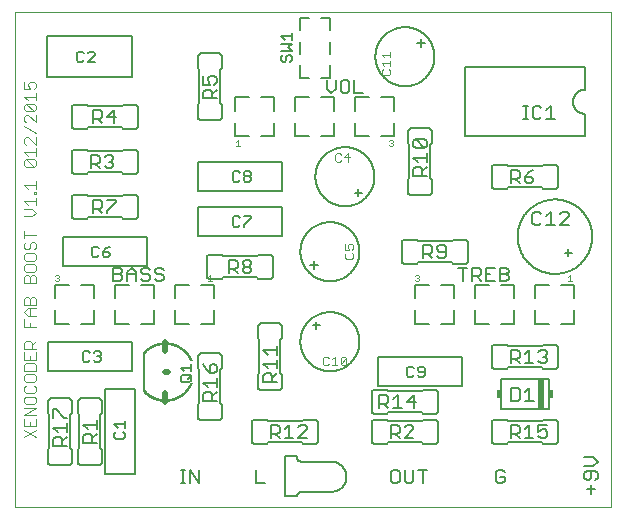
<source format=gto>
G75*
%MOIN*%
%OFA0B0*%
%FSLAX25Y25*%
%IPPOS*%
%LPD*%
%AMOC8*
5,1,8,0,0,1.08239X$1,22.5*
%
%ADD10C,0.00000*%
%ADD11C,0.00200*%
%ADD12C,0.00600*%
%ADD13C,0.00500*%
%ADD14C,0.00400*%
%ADD15C,0.00060*%
%ADD16C,0.02000*%
%ADD17R,0.02000X0.10000*%
%ADD18R,0.01500X0.03000*%
%ADD19C,0.00300*%
D10*
X0001800Y0001800D02*
X0001800Y0166761D01*
X0200501Y0166761D01*
X0200501Y0001800D01*
X0001800Y0001800D01*
D11*
X0004897Y0024900D02*
X0008700Y0027435D01*
X0008700Y0028583D02*
X0008700Y0031119D01*
X0008700Y0032266D02*
X0004897Y0032266D01*
X0008700Y0034802D01*
X0004897Y0034802D01*
X0005531Y0035949D02*
X0008066Y0035949D01*
X0008700Y0036583D01*
X0008700Y0037851D01*
X0008066Y0038485D01*
X0005531Y0038485D01*
X0004897Y0037851D01*
X0004897Y0036583D01*
X0005531Y0035949D01*
X0005531Y0039633D02*
X0008066Y0039633D01*
X0008700Y0040266D01*
X0008700Y0041534D01*
X0008066Y0042168D01*
X0008066Y0043316D02*
X0008700Y0043950D01*
X0008700Y0045217D01*
X0008066Y0045851D01*
X0005531Y0045851D01*
X0004897Y0045217D01*
X0004897Y0043950D01*
X0005531Y0043316D01*
X0008066Y0043316D01*
X0005531Y0042168D02*
X0004897Y0041534D01*
X0004897Y0040266D01*
X0005531Y0039633D01*
X0004897Y0046999D02*
X0004897Y0048900D01*
X0005531Y0049534D01*
X0008066Y0049534D01*
X0008700Y0048900D01*
X0008700Y0046999D01*
X0004897Y0046999D01*
X0004897Y0050682D02*
X0008700Y0050682D01*
X0008700Y0053218D01*
X0008700Y0054365D02*
X0004897Y0054365D01*
X0004897Y0056267D01*
X0005531Y0056901D01*
X0006798Y0056901D01*
X0007432Y0056267D01*
X0007432Y0054365D01*
X0007432Y0055633D02*
X0008700Y0056901D01*
X0004897Y0053218D02*
X0004897Y0050682D01*
X0006798Y0050682D02*
X0006798Y0051950D01*
X0006798Y0061731D02*
X0006798Y0062999D01*
X0004897Y0061731D02*
X0004897Y0064267D01*
X0006165Y0065415D02*
X0004897Y0066682D01*
X0006165Y0067950D01*
X0008700Y0067950D01*
X0008700Y0069098D02*
X0008700Y0070999D01*
X0008066Y0071633D01*
X0007432Y0071633D01*
X0006798Y0070999D01*
X0006798Y0069098D01*
X0006798Y0067950D02*
X0006798Y0065415D01*
X0006165Y0065415D02*
X0008700Y0065415D01*
X0008700Y0069098D02*
X0004897Y0069098D01*
X0004897Y0070999D01*
X0005531Y0071633D01*
X0006165Y0071633D01*
X0006798Y0070999D01*
X0006798Y0076464D02*
X0006798Y0078366D01*
X0007432Y0079000D01*
X0008066Y0079000D01*
X0008700Y0078366D01*
X0008700Y0076464D01*
X0004897Y0076464D01*
X0004897Y0078366D01*
X0005531Y0079000D01*
X0006165Y0079000D01*
X0006798Y0078366D01*
X0005531Y0080147D02*
X0008066Y0080147D01*
X0008700Y0080781D01*
X0008700Y0082049D01*
X0008066Y0082683D01*
X0005531Y0082683D01*
X0004897Y0082049D01*
X0004897Y0080781D01*
X0005531Y0080147D01*
X0005531Y0083830D02*
X0008066Y0083830D01*
X0008700Y0084464D01*
X0008700Y0085732D01*
X0008066Y0086366D01*
X0005531Y0086366D01*
X0004897Y0085732D01*
X0004897Y0084464D01*
X0005531Y0083830D01*
X0005531Y0087513D02*
X0006165Y0087513D01*
X0006798Y0088147D01*
X0006798Y0089415D01*
X0007432Y0090049D01*
X0008066Y0090049D01*
X0008700Y0089415D01*
X0008700Y0088147D01*
X0008066Y0087513D01*
X0005531Y0087513D02*
X0004897Y0088147D01*
X0004897Y0089415D01*
X0005531Y0090049D01*
X0004897Y0091197D02*
X0004897Y0093732D01*
X0004897Y0092464D02*
X0008700Y0092464D01*
X0007432Y0098563D02*
X0004897Y0098563D01*
X0007432Y0098563D02*
X0008700Y0099831D01*
X0007432Y0101098D01*
X0004897Y0101098D01*
X0006165Y0102246D02*
X0004897Y0103514D01*
X0008700Y0103514D01*
X0008700Y0102246D02*
X0008700Y0104782D01*
X0008700Y0105929D02*
X0008700Y0106563D01*
X0008066Y0106563D01*
X0008066Y0105929D01*
X0008700Y0105929D01*
X0008700Y0107771D02*
X0008700Y0110306D01*
X0008700Y0109038D02*
X0004897Y0109038D01*
X0006165Y0107771D01*
X0005531Y0115137D02*
X0004897Y0115771D01*
X0004897Y0117039D01*
X0005531Y0117673D01*
X0008066Y0115137D01*
X0008700Y0115771D01*
X0008700Y0117039D01*
X0008066Y0117673D01*
X0005531Y0117673D01*
X0006165Y0118820D02*
X0004897Y0120088D01*
X0008700Y0120088D01*
X0008700Y0118820D02*
X0008700Y0121356D01*
X0008700Y0122503D02*
X0006165Y0125039D01*
X0005531Y0125039D01*
X0004897Y0124405D01*
X0004897Y0123137D01*
X0005531Y0122503D01*
X0008700Y0122503D02*
X0008700Y0125039D01*
X0008700Y0126186D02*
X0004897Y0128722D01*
X0005531Y0129870D02*
X0004897Y0130503D01*
X0004897Y0131771D01*
X0005531Y0132405D01*
X0006165Y0132405D01*
X0008700Y0129870D01*
X0008700Y0132405D01*
X0008066Y0133553D02*
X0005531Y0136088D01*
X0008066Y0136088D01*
X0008700Y0135454D01*
X0008700Y0134187D01*
X0008066Y0133553D01*
X0005531Y0133553D01*
X0004897Y0134187D01*
X0004897Y0135454D01*
X0005531Y0136088D01*
X0006165Y0137236D02*
X0004897Y0138504D01*
X0008700Y0138504D01*
X0008700Y0139771D02*
X0008700Y0137236D01*
X0008066Y0140919D02*
X0008700Y0141553D01*
X0008700Y0142821D01*
X0008066Y0143455D01*
X0006798Y0143455D01*
X0006165Y0142821D01*
X0006165Y0142187D01*
X0006798Y0140919D01*
X0004897Y0140919D01*
X0004897Y0143455D01*
X0005531Y0115137D02*
X0008066Y0115137D01*
X0008700Y0061731D02*
X0004897Y0061731D01*
X0004897Y0031119D02*
X0004897Y0028583D01*
X0008700Y0028583D01*
X0006798Y0028583D02*
X0006798Y0029851D01*
X0004897Y0027435D02*
X0008700Y0024900D01*
D12*
X0012800Y0020737D02*
X0013300Y0021237D01*
X0013300Y0032363D01*
X0012800Y0032863D01*
X0012800Y0036863D01*
X0012802Y0036923D01*
X0012807Y0036984D01*
X0012816Y0037043D01*
X0012829Y0037102D01*
X0012845Y0037161D01*
X0012865Y0037218D01*
X0012888Y0037273D01*
X0012915Y0037328D01*
X0012944Y0037380D01*
X0012977Y0037431D01*
X0013013Y0037480D01*
X0013051Y0037526D01*
X0013093Y0037570D01*
X0013137Y0037612D01*
X0013183Y0037650D01*
X0013232Y0037686D01*
X0013283Y0037719D01*
X0013335Y0037748D01*
X0013390Y0037775D01*
X0013445Y0037798D01*
X0013502Y0037818D01*
X0013561Y0037834D01*
X0013620Y0037847D01*
X0013679Y0037856D01*
X0013740Y0037861D01*
X0013800Y0037863D01*
X0019800Y0037863D01*
X0019860Y0037861D01*
X0019921Y0037856D01*
X0019980Y0037847D01*
X0020039Y0037834D01*
X0020098Y0037818D01*
X0020155Y0037798D01*
X0020210Y0037775D01*
X0020265Y0037748D01*
X0020317Y0037719D01*
X0020368Y0037686D01*
X0020417Y0037650D01*
X0020463Y0037612D01*
X0020507Y0037570D01*
X0020549Y0037526D01*
X0020587Y0037480D01*
X0020623Y0037431D01*
X0020656Y0037380D01*
X0020685Y0037328D01*
X0020712Y0037273D01*
X0020735Y0037218D01*
X0020755Y0037161D01*
X0020771Y0037102D01*
X0020784Y0037043D01*
X0020793Y0036984D01*
X0020798Y0036923D01*
X0020800Y0036863D01*
X0020800Y0032863D01*
X0020300Y0032363D01*
X0020300Y0021237D01*
X0020800Y0020737D01*
X0020800Y0016737D01*
X0020798Y0016677D01*
X0020793Y0016616D01*
X0020784Y0016557D01*
X0020771Y0016498D01*
X0020755Y0016439D01*
X0020735Y0016382D01*
X0020712Y0016327D01*
X0020685Y0016272D01*
X0020656Y0016220D01*
X0020623Y0016169D01*
X0020587Y0016120D01*
X0020549Y0016074D01*
X0020507Y0016030D01*
X0020463Y0015988D01*
X0020417Y0015950D01*
X0020368Y0015914D01*
X0020317Y0015881D01*
X0020265Y0015852D01*
X0020210Y0015825D01*
X0020155Y0015802D01*
X0020098Y0015782D01*
X0020039Y0015766D01*
X0019980Y0015753D01*
X0019921Y0015744D01*
X0019860Y0015739D01*
X0019800Y0015737D01*
X0013800Y0015737D01*
X0013740Y0015739D01*
X0013679Y0015744D01*
X0013620Y0015753D01*
X0013561Y0015766D01*
X0013502Y0015782D01*
X0013445Y0015802D01*
X0013390Y0015825D01*
X0013335Y0015852D01*
X0013283Y0015881D01*
X0013232Y0015914D01*
X0013183Y0015950D01*
X0013137Y0015988D01*
X0013093Y0016030D01*
X0013051Y0016074D01*
X0013013Y0016120D01*
X0012977Y0016169D01*
X0012944Y0016220D01*
X0012915Y0016272D01*
X0012888Y0016327D01*
X0012865Y0016382D01*
X0012845Y0016439D01*
X0012829Y0016498D01*
X0012816Y0016557D01*
X0012807Y0016616D01*
X0012802Y0016677D01*
X0012800Y0016737D01*
X0012800Y0020737D01*
X0014596Y0022100D02*
X0014596Y0024302D01*
X0015330Y0025036D01*
X0016798Y0025036D01*
X0017532Y0024302D01*
X0017532Y0022100D01*
X0017532Y0023568D02*
X0019000Y0025036D01*
X0019000Y0026704D02*
X0019000Y0029640D01*
X0019000Y0028172D02*
X0014596Y0028172D01*
X0016064Y0026704D01*
X0014596Y0022100D02*
X0019000Y0022100D01*
X0022800Y0020737D02*
X0023300Y0021237D01*
X0023300Y0032363D01*
X0022800Y0032863D01*
X0022800Y0036863D01*
X0022802Y0036923D01*
X0022807Y0036984D01*
X0022816Y0037043D01*
X0022829Y0037102D01*
X0022845Y0037161D01*
X0022865Y0037218D01*
X0022888Y0037273D01*
X0022915Y0037328D01*
X0022944Y0037380D01*
X0022977Y0037431D01*
X0023013Y0037480D01*
X0023051Y0037526D01*
X0023093Y0037570D01*
X0023137Y0037612D01*
X0023183Y0037650D01*
X0023232Y0037686D01*
X0023283Y0037719D01*
X0023335Y0037748D01*
X0023390Y0037775D01*
X0023445Y0037798D01*
X0023502Y0037818D01*
X0023561Y0037834D01*
X0023620Y0037847D01*
X0023679Y0037856D01*
X0023740Y0037861D01*
X0023800Y0037863D01*
X0029800Y0037863D01*
X0029860Y0037861D01*
X0029921Y0037856D01*
X0029980Y0037847D01*
X0030039Y0037834D01*
X0030098Y0037818D01*
X0030155Y0037798D01*
X0030210Y0037775D01*
X0030265Y0037748D01*
X0030317Y0037719D01*
X0030368Y0037686D01*
X0030417Y0037650D01*
X0030463Y0037612D01*
X0030507Y0037570D01*
X0030549Y0037526D01*
X0030587Y0037480D01*
X0030623Y0037431D01*
X0030656Y0037380D01*
X0030685Y0037328D01*
X0030712Y0037273D01*
X0030735Y0037218D01*
X0030755Y0037161D01*
X0030771Y0037102D01*
X0030784Y0037043D01*
X0030793Y0036984D01*
X0030798Y0036923D01*
X0030800Y0036863D01*
X0030800Y0032863D01*
X0030300Y0032363D01*
X0030300Y0021237D01*
X0030800Y0020737D01*
X0030800Y0016737D01*
X0030798Y0016677D01*
X0030793Y0016616D01*
X0030784Y0016557D01*
X0030771Y0016498D01*
X0030755Y0016439D01*
X0030735Y0016382D01*
X0030712Y0016327D01*
X0030685Y0016272D01*
X0030656Y0016220D01*
X0030623Y0016169D01*
X0030587Y0016120D01*
X0030549Y0016074D01*
X0030507Y0016030D01*
X0030463Y0015988D01*
X0030417Y0015950D01*
X0030368Y0015914D01*
X0030317Y0015881D01*
X0030265Y0015852D01*
X0030210Y0015825D01*
X0030155Y0015802D01*
X0030098Y0015782D01*
X0030039Y0015766D01*
X0029980Y0015753D01*
X0029921Y0015744D01*
X0029860Y0015739D01*
X0029800Y0015737D01*
X0023800Y0015737D01*
X0023740Y0015739D01*
X0023679Y0015744D01*
X0023620Y0015753D01*
X0023561Y0015766D01*
X0023502Y0015782D01*
X0023445Y0015802D01*
X0023390Y0015825D01*
X0023335Y0015852D01*
X0023283Y0015881D01*
X0023232Y0015914D01*
X0023183Y0015950D01*
X0023137Y0015988D01*
X0023093Y0016030D01*
X0023051Y0016074D01*
X0023013Y0016120D01*
X0022977Y0016169D01*
X0022944Y0016220D01*
X0022915Y0016272D01*
X0022888Y0016327D01*
X0022865Y0016382D01*
X0022845Y0016439D01*
X0022829Y0016498D01*
X0022816Y0016557D01*
X0022807Y0016616D01*
X0022802Y0016677D01*
X0022800Y0016737D01*
X0022800Y0020737D01*
X0024596Y0023100D02*
X0024596Y0025302D01*
X0025330Y0026036D01*
X0026798Y0026036D01*
X0027532Y0025302D01*
X0027532Y0023100D01*
X0027532Y0024568D02*
X0029000Y0026036D01*
X0029000Y0027704D02*
X0029000Y0030640D01*
X0029000Y0029172D02*
X0024596Y0029172D01*
X0026064Y0027704D01*
X0024596Y0023100D02*
X0029000Y0023100D01*
X0019000Y0031308D02*
X0018266Y0031308D01*
X0015330Y0034244D01*
X0014596Y0034244D01*
X0014596Y0031308D01*
X0031918Y0040906D02*
X0041682Y0040906D01*
X0041682Y0012694D01*
X0031918Y0012694D01*
X0031918Y0040906D01*
X0040906Y0046918D02*
X0040906Y0056682D01*
X0012694Y0056682D01*
X0012694Y0046918D01*
X0040906Y0046918D01*
X0044800Y0053221D02*
X0044800Y0040379D01*
X0062800Y0035737D02*
X0062800Y0031737D01*
X0062802Y0031677D01*
X0062807Y0031616D01*
X0062816Y0031557D01*
X0062829Y0031498D01*
X0062845Y0031439D01*
X0062865Y0031382D01*
X0062888Y0031327D01*
X0062915Y0031272D01*
X0062944Y0031220D01*
X0062977Y0031169D01*
X0063013Y0031120D01*
X0063051Y0031074D01*
X0063093Y0031030D01*
X0063137Y0030988D01*
X0063183Y0030950D01*
X0063232Y0030914D01*
X0063283Y0030881D01*
X0063335Y0030852D01*
X0063390Y0030825D01*
X0063445Y0030802D01*
X0063502Y0030782D01*
X0063561Y0030766D01*
X0063620Y0030753D01*
X0063679Y0030744D01*
X0063740Y0030739D01*
X0063800Y0030737D01*
X0069800Y0030737D01*
X0069860Y0030739D01*
X0069921Y0030744D01*
X0069980Y0030753D01*
X0070039Y0030766D01*
X0070098Y0030782D01*
X0070155Y0030802D01*
X0070210Y0030825D01*
X0070265Y0030852D01*
X0070317Y0030881D01*
X0070368Y0030914D01*
X0070417Y0030950D01*
X0070463Y0030988D01*
X0070507Y0031030D01*
X0070549Y0031074D01*
X0070587Y0031120D01*
X0070623Y0031169D01*
X0070656Y0031220D01*
X0070685Y0031272D01*
X0070712Y0031327D01*
X0070735Y0031382D01*
X0070755Y0031439D01*
X0070771Y0031498D01*
X0070784Y0031557D01*
X0070793Y0031616D01*
X0070798Y0031677D01*
X0070800Y0031737D01*
X0070800Y0035737D01*
X0070300Y0036237D01*
X0070300Y0047363D01*
X0070800Y0047863D01*
X0070800Y0051863D01*
X0070798Y0051923D01*
X0070793Y0051984D01*
X0070784Y0052043D01*
X0070771Y0052102D01*
X0070755Y0052161D01*
X0070735Y0052218D01*
X0070712Y0052273D01*
X0070685Y0052328D01*
X0070656Y0052380D01*
X0070623Y0052431D01*
X0070587Y0052480D01*
X0070549Y0052526D01*
X0070507Y0052570D01*
X0070463Y0052612D01*
X0070417Y0052650D01*
X0070368Y0052686D01*
X0070317Y0052719D01*
X0070265Y0052748D01*
X0070210Y0052775D01*
X0070155Y0052798D01*
X0070098Y0052818D01*
X0070039Y0052834D01*
X0069980Y0052847D01*
X0069921Y0052856D01*
X0069860Y0052861D01*
X0069800Y0052863D01*
X0063800Y0052863D01*
X0063740Y0052861D01*
X0063679Y0052856D01*
X0063620Y0052847D01*
X0063561Y0052834D01*
X0063502Y0052818D01*
X0063445Y0052798D01*
X0063390Y0052775D01*
X0063335Y0052748D01*
X0063283Y0052719D01*
X0063232Y0052686D01*
X0063183Y0052650D01*
X0063137Y0052612D01*
X0063093Y0052570D01*
X0063051Y0052526D01*
X0063013Y0052480D01*
X0062977Y0052431D01*
X0062944Y0052380D01*
X0062915Y0052328D01*
X0062888Y0052273D01*
X0062865Y0052218D01*
X0062845Y0052161D01*
X0062829Y0052102D01*
X0062816Y0052043D01*
X0062807Y0051984D01*
X0062802Y0051923D01*
X0062800Y0051863D01*
X0062800Y0047863D01*
X0063300Y0047363D01*
X0063300Y0036237D01*
X0062800Y0035737D01*
X0064596Y0037100D02*
X0064596Y0039302D01*
X0065330Y0040036D01*
X0066798Y0040036D01*
X0067532Y0039302D01*
X0067532Y0037100D01*
X0067532Y0038568D02*
X0069000Y0040036D01*
X0069000Y0041704D02*
X0069000Y0044640D01*
X0069000Y0043172D02*
X0064596Y0043172D01*
X0066064Y0041704D01*
X0064596Y0037100D02*
X0069000Y0037100D01*
X0068266Y0046308D02*
X0066798Y0046308D01*
X0066798Y0048510D01*
X0067532Y0049244D01*
X0068266Y0049244D01*
X0069000Y0048510D01*
X0069000Y0047042D01*
X0068266Y0046308D01*
X0066798Y0046308D02*
X0065330Y0047776D01*
X0064596Y0049244D01*
X0082800Y0045737D02*
X0082800Y0041737D01*
X0082802Y0041677D01*
X0082807Y0041616D01*
X0082816Y0041557D01*
X0082829Y0041498D01*
X0082845Y0041439D01*
X0082865Y0041382D01*
X0082888Y0041327D01*
X0082915Y0041272D01*
X0082944Y0041220D01*
X0082977Y0041169D01*
X0083013Y0041120D01*
X0083051Y0041074D01*
X0083093Y0041030D01*
X0083137Y0040988D01*
X0083183Y0040950D01*
X0083232Y0040914D01*
X0083283Y0040881D01*
X0083335Y0040852D01*
X0083390Y0040825D01*
X0083445Y0040802D01*
X0083502Y0040782D01*
X0083561Y0040766D01*
X0083620Y0040753D01*
X0083679Y0040744D01*
X0083740Y0040739D01*
X0083800Y0040737D01*
X0089800Y0040737D01*
X0089860Y0040739D01*
X0089921Y0040744D01*
X0089980Y0040753D01*
X0090039Y0040766D01*
X0090098Y0040782D01*
X0090155Y0040802D01*
X0090210Y0040825D01*
X0090265Y0040852D01*
X0090317Y0040881D01*
X0090368Y0040914D01*
X0090417Y0040950D01*
X0090463Y0040988D01*
X0090507Y0041030D01*
X0090549Y0041074D01*
X0090587Y0041120D01*
X0090623Y0041169D01*
X0090656Y0041220D01*
X0090685Y0041272D01*
X0090712Y0041327D01*
X0090735Y0041382D01*
X0090755Y0041439D01*
X0090771Y0041498D01*
X0090784Y0041557D01*
X0090793Y0041616D01*
X0090798Y0041677D01*
X0090800Y0041737D01*
X0090800Y0045737D01*
X0090300Y0046237D01*
X0090300Y0057363D01*
X0090800Y0057863D01*
X0090800Y0061863D01*
X0090798Y0061923D01*
X0090793Y0061984D01*
X0090784Y0062043D01*
X0090771Y0062102D01*
X0090755Y0062161D01*
X0090735Y0062218D01*
X0090712Y0062273D01*
X0090685Y0062328D01*
X0090656Y0062380D01*
X0090623Y0062431D01*
X0090587Y0062480D01*
X0090549Y0062526D01*
X0090507Y0062570D01*
X0090463Y0062612D01*
X0090417Y0062650D01*
X0090368Y0062686D01*
X0090317Y0062719D01*
X0090265Y0062748D01*
X0090210Y0062775D01*
X0090155Y0062798D01*
X0090098Y0062818D01*
X0090039Y0062834D01*
X0089980Y0062847D01*
X0089921Y0062856D01*
X0089860Y0062861D01*
X0089800Y0062863D01*
X0083800Y0062863D01*
X0083740Y0062861D01*
X0083679Y0062856D01*
X0083620Y0062847D01*
X0083561Y0062834D01*
X0083502Y0062818D01*
X0083445Y0062798D01*
X0083390Y0062775D01*
X0083335Y0062748D01*
X0083283Y0062719D01*
X0083232Y0062686D01*
X0083183Y0062650D01*
X0083137Y0062612D01*
X0083093Y0062570D01*
X0083051Y0062526D01*
X0083013Y0062480D01*
X0082977Y0062431D01*
X0082944Y0062380D01*
X0082915Y0062328D01*
X0082888Y0062273D01*
X0082865Y0062218D01*
X0082845Y0062161D01*
X0082829Y0062102D01*
X0082816Y0062043D01*
X0082807Y0061984D01*
X0082802Y0061923D01*
X0082800Y0061863D01*
X0082800Y0057863D01*
X0083300Y0057363D01*
X0083300Y0046237D01*
X0082800Y0045737D01*
X0084596Y0045490D02*
X0085330Y0046224D01*
X0086798Y0046224D01*
X0087532Y0045490D01*
X0087532Y0043288D01*
X0089000Y0043288D02*
X0084596Y0043288D01*
X0084596Y0045490D01*
X0087532Y0044756D02*
X0089000Y0046224D01*
X0089000Y0047892D02*
X0089000Y0050828D01*
X0089000Y0049360D02*
X0084596Y0049360D01*
X0086064Y0047892D01*
X0086064Y0052496D02*
X0084596Y0053964D01*
X0089000Y0053964D01*
X0089000Y0052496D02*
X0089000Y0055432D01*
X0101000Y0062200D02*
X0103600Y0062200D01*
X0102300Y0063400D02*
X0102300Y0060900D01*
X0096957Y0056800D02*
X0096960Y0057042D01*
X0096969Y0057283D01*
X0096984Y0057524D01*
X0097004Y0057765D01*
X0097031Y0058005D01*
X0097064Y0058244D01*
X0097102Y0058483D01*
X0097146Y0058720D01*
X0097196Y0058957D01*
X0097252Y0059192D01*
X0097314Y0059425D01*
X0097381Y0059657D01*
X0097454Y0059888D01*
X0097532Y0060116D01*
X0097617Y0060342D01*
X0097706Y0060567D01*
X0097801Y0060789D01*
X0097902Y0061008D01*
X0098008Y0061226D01*
X0098119Y0061440D01*
X0098236Y0061652D01*
X0098357Y0061860D01*
X0098484Y0062066D01*
X0098616Y0062268D01*
X0098753Y0062468D01*
X0098894Y0062663D01*
X0099040Y0062856D01*
X0099191Y0063044D01*
X0099347Y0063229D01*
X0099507Y0063410D01*
X0099671Y0063587D01*
X0099840Y0063760D01*
X0100013Y0063929D01*
X0100190Y0064093D01*
X0100371Y0064253D01*
X0100556Y0064409D01*
X0100744Y0064560D01*
X0100937Y0064706D01*
X0101132Y0064847D01*
X0101332Y0064984D01*
X0101534Y0065116D01*
X0101740Y0065243D01*
X0101948Y0065364D01*
X0102160Y0065481D01*
X0102374Y0065592D01*
X0102592Y0065698D01*
X0102811Y0065799D01*
X0103033Y0065894D01*
X0103258Y0065983D01*
X0103484Y0066068D01*
X0103712Y0066146D01*
X0103943Y0066219D01*
X0104175Y0066286D01*
X0104408Y0066348D01*
X0104643Y0066404D01*
X0104880Y0066454D01*
X0105117Y0066498D01*
X0105356Y0066536D01*
X0105595Y0066569D01*
X0105835Y0066596D01*
X0106076Y0066616D01*
X0106317Y0066631D01*
X0106558Y0066640D01*
X0106800Y0066643D01*
X0107042Y0066640D01*
X0107283Y0066631D01*
X0107524Y0066616D01*
X0107765Y0066596D01*
X0108005Y0066569D01*
X0108244Y0066536D01*
X0108483Y0066498D01*
X0108720Y0066454D01*
X0108957Y0066404D01*
X0109192Y0066348D01*
X0109425Y0066286D01*
X0109657Y0066219D01*
X0109888Y0066146D01*
X0110116Y0066068D01*
X0110342Y0065983D01*
X0110567Y0065894D01*
X0110789Y0065799D01*
X0111008Y0065698D01*
X0111226Y0065592D01*
X0111440Y0065481D01*
X0111652Y0065364D01*
X0111860Y0065243D01*
X0112066Y0065116D01*
X0112268Y0064984D01*
X0112468Y0064847D01*
X0112663Y0064706D01*
X0112856Y0064560D01*
X0113044Y0064409D01*
X0113229Y0064253D01*
X0113410Y0064093D01*
X0113587Y0063929D01*
X0113760Y0063760D01*
X0113929Y0063587D01*
X0114093Y0063410D01*
X0114253Y0063229D01*
X0114409Y0063044D01*
X0114560Y0062856D01*
X0114706Y0062663D01*
X0114847Y0062468D01*
X0114984Y0062268D01*
X0115116Y0062066D01*
X0115243Y0061860D01*
X0115364Y0061652D01*
X0115481Y0061440D01*
X0115592Y0061226D01*
X0115698Y0061008D01*
X0115799Y0060789D01*
X0115894Y0060567D01*
X0115983Y0060342D01*
X0116068Y0060116D01*
X0116146Y0059888D01*
X0116219Y0059657D01*
X0116286Y0059425D01*
X0116348Y0059192D01*
X0116404Y0058957D01*
X0116454Y0058720D01*
X0116498Y0058483D01*
X0116536Y0058244D01*
X0116569Y0058005D01*
X0116596Y0057765D01*
X0116616Y0057524D01*
X0116631Y0057283D01*
X0116640Y0057042D01*
X0116643Y0056800D01*
X0116640Y0056558D01*
X0116631Y0056317D01*
X0116616Y0056076D01*
X0116596Y0055835D01*
X0116569Y0055595D01*
X0116536Y0055356D01*
X0116498Y0055117D01*
X0116454Y0054880D01*
X0116404Y0054643D01*
X0116348Y0054408D01*
X0116286Y0054175D01*
X0116219Y0053943D01*
X0116146Y0053712D01*
X0116068Y0053484D01*
X0115983Y0053258D01*
X0115894Y0053033D01*
X0115799Y0052811D01*
X0115698Y0052592D01*
X0115592Y0052374D01*
X0115481Y0052160D01*
X0115364Y0051948D01*
X0115243Y0051740D01*
X0115116Y0051534D01*
X0114984Y0051332D01*
X0114847Y0051132D01*
X0114706Y0050937D01*
X0114560Y0050744D01*
X0114409Y0050556D01*
X0114253Y0050371D01*
X0114093Y0050190D01*
X0113929Y0050013D01*
X0113760Y0049840D01*
X0113587Y0049671D01*
X0113410Y0049507D01*
X0113229Y0049347D01*
X0113044Y0049191D01*
X0112856Y0049040D01*
X0112663Y0048894D01*
X0112468Y0048753D01*
X0112268Y0048616D01*
X0112066Y0048484D01*
X0111860Y0048357D01*
X0111652Y0048236D01*
X0111440Y0048119D01*
X0111226Y0048008D01*
X0111008Y0047902D01*
X0110789Y0047801D01*
X0110567Y0047706D01*
X0110342Y0047617D01*
X0110116Y0047532D01*
X0109888Y0047454D01*
X0109657Y0047381D01*
X0109425Y0047314D01*
X0109192Y0047252D01*
X0108957Y0047196D01*
X0108720Y0047146D01*
X0108483Y0047102D01*
X0108244Y0047064D01*
X0108005Y0047031D01*
X0107765Y0047004D01*
X0107524Y0046984D01*
X0107283Y0046969D01*
X0107042Y0046960D01*
X0106800Y0046957D01*
X0106558Y0046960D01*
X0106317Y0046969D01*
X0106076Y0046984D01*
X0105835Y0047004D01*
X0105595Y0047031D01*
X0105356Y0047064D01*
X0105117Y0047102D01*
X0104880Y0047146D01*
X0104643Y0047196D01*
X0104408Y0047252D01*
X0104175Y0047314D01*
X0103943Y0047381D01*
X0103712Y0047454D01*
X0103484Y0047532D01*
X0103258Y0047617D01*
X0103033Y0047706D01*
X0102811Y0047801D01*
X0102592Y0047902D01*
X0102374Y0048008D01*
X0102160Y0048119D01*
X0101948Y0048236D01*
X0101740Y0048357D01*
X0101534Y0048484D01*
X0101332Y0048616D01*
X0101132Y0048753D01*
X0100937Y0048894D01*
X0100744Y0049040D01*
X0100556Y0049191D01*
X0100371Y0049347D01*
X0100190Y0049507D01*
X0100013Y0049671D01*
X0099840Y0049840D01*
X0099671Y0050013D01*
X0099507Y0050190D01*
X0099347Y0050371D01*
X0099191Y0050556D01*
X0099040Y0050744D01*
X0098894Y0050937D01*
X0098753Y0051132D01*
X0098616Y0051332D01*
X0098484Y0051534D01*
X0098357Y0051740D01*
X0098236Y0051948D01*
X0098119Y0052160D01*
X0098008Y0052374D01*
X0097902Y0052592D01*
X0097801Y0052811D01*
X0097706Y0053033D01*
X0097617Y0053258D01*
X0097532Y0053484D01*
X0097454Y0053712D01*
X0097381Y0053943D01*
X0097314Y0054175D01*
X0097252Y0054408D01*
X0097196Y0054643D01*
X0097146Y0054880D01*
X0097102Y0055117D01*
X0097064Y0055356D01*
X0097031Y0055595D01*
X0097004Y0055835D01*
X0096984Y0056076D01*
X0096969Y0056317D01*
X0096960Y0056558D01*
X0096957Y0056800D01*
X0120737Y0039800D02*
X0120737Y0033800D01*
X0120739Y0033740D01*
X0120744Y0033679D01*
X0120753Y0033620D01*
X0120766Y0033561D01*
X0120782Y0033502D01*
X0120802Y0033445D01*
X0120825Y0033390D01*
X0120852Y0033335D01*
X0120881Y0033283D01*
X0120914Y0033232D01*
X0120950Y0033183D01*
X0120988Y0033137D01*
X0121030Y0033093D01*
X0121074Y0033051D01*
X0121120Y0033013D01*
X0121169Y0032977D01*
X0121220Y0032944D01*
X0121272Y0032915D01*
X0121327Y0032888D01*
X0121382Y0032865D01*
X0121439Y0032845D01*
X0121498Y0032829D01*
X0121557Y0032816D01*
X0121616Y0032807D01*
X0121677Y0032802D01*
X0121737Y0032800D01*
X0125737Y0032800D01*
X0126237Y0033300D01*
X0137363Y0033300D01*
X0137863Y0032800D01*
X0141863Y0032800D01*
X0141923Y0032802D01*
X0141984Y0032807D01*
X0142043Y0032816D01*
X0142102Y0032829D01*
X0142161Y0032845D01*
X0142218Y0032865D01*
X0142273Y0032888D01*
X0142328Y0032915D01*
X0142380Y0032944D01*
X0142431Y0032977D01*
X0142480Y0033013D01*
X0142526Y0033051D01*
X0142570Y0033093D01*
X0142612Y0033137D01*
X0142650Y0033183D01*
X0142686Y0033232D01*
X0142719Y0033283D01*
X0142748Y0033335D01*
X0142775Y0033390D01*
X0142798Y0033445D01*
X0142818Y0033502D01*
X0142834Y0033561D01*
X0142847Y0033620D01*
X0142856Y0033679D01*
X0142861Y0033740D01*
X0142863Y0033800D01*
X0142863Y0039800D01*
X0142861Y0039860D01*
X0142856Y0039921D01*
X0142847Y0039980D01*
X0142834Y0040039D01*
X0142818Y0040098D01*
X0142798Y0040155D01*
X0142775Y0040210D01*
X0142748Y0040265D01*
X0142719Y0040317D01*
X0142686Y0040368D01*
X0142650Y0040417D01*
X0142612Y0040463D01*
X0142570Y0040507D01*
X0142526Y0040549D01*
X0142480Y0040587D01*
X0142431Y0040623D01*
X0142380Y0040656D01*
X0142328Y0040685D01*
X0142273Y0040712D01*
X0142218Y0040735D01*
X0142161Y0040755D01*
X0142102Y0040771D01*
X0142043Y0040784D01*
X0141984Y0040793D01*
X0141923Y0040798D01*
X0141863Y0040800D01*
X0137863Y0040800D01*
X0137363Y0040300D01*
X0126237Y0040300D01*
X0125737Y0040800D01*
X0121737Y0040800D01*
X0121677Y0040798D01*
X0121616Y0040793D01*
X0121557Y0040784D01*
X0121498Y0040771D01*
X0121439Y0040755D01*
X0121382Y0040735D01*
X0121327Y0040712D01*
X0121272Y0040685D01*
X0121220Y0040656D01*
X0121169Y0040623D01*
X0121120Y0040587D01*
X0121074Y0040549D01*
X0121030Y0040507D01*
X0120988Y0040463D01*
X0120950Y0040417D01*
X0120914Y0040368D01*
X0120881Y0040317D01*
X0120852Y0040265D01*
X0120825Y0040210D01*
X0120802Y0040155D01*
X0120782Y0040098D01*
X0120766Y0040039D01*
X0120753Y0039980D01*
X0120744Y0039921D01*
X0120739Y0039860D01*
X0120737Y0039800D01*
X0123288Y0039004D02*
X0125490Y0039004D01*
X0126224Y0038270D01*
X0126224Y0036802D01*
X0125490Y0036068D01*
X0123288Y0036068D01*
X0123288Y0034600D02*
X0123288Y0039004D01*
X0122694Y0041918D02*
X0122694Y0051682D01*
X0150906Y0051682D01*
X0150906Y0041918D01*
X0122694Y0041918D01*
X0127892Y0037536D02*
X0129360Y0039004D01*
X0129360Y0034600D01*
X0127892Y0034600D02*
X0130828Y0034600D01*
X0132496Y0036802D02*
X0135432Y0036802D01*
X0134698Y0034600D02*
X0134698Y0039004D01*
X0132496Y0036802D01*
X0137863Y0030800D02*
X0141863Y0030800D01*
X0141923Y0030798D01*
X0141984Y0030793D01*
X0142043Y0030784D01*
X0142102Y0030771D01*
X0142161Y0030755D01*
X0142218Y0030735D01*
X0142273Y0030712D01*
X0142328Y0030685D01*
X0142380Y0030656D01*
X0142431Y0030623D01*
X0142480Y0030587D01*
X0142526Y0030549D01*
X0142570Y0030507D01*
X0142612Y0030463D01*
X0142650Y0030417D01*
X0142686Y0030368D01*
X0142719Y0030317D01*
X0142748Y0030265D01*
X0142775Y0030210D01*
X0142798Y0030155D01*
X0142818Y0030098D01*
X0142834Y0030039D01*
X0142847Y0029980D01*
X0142856Y0029921D01*
X0142861Y0029860D01*
X0142863Y0029800D01*
X0142863Y0023800D01*
X0142861Y0023740D01*
X0142856Y0023679D01*
X0142847Y0023620D01*
X0142834Y0023561D01*
X0142818Y0023502D01*
X0142798Y0023445D01*
X0142775Y0023390D01*
X0142748Y0023335D01*
X0142719Y0023283D01*
X0142686Y0023232D01*
X0142650Y0023183D01*
X0142612Y0023137D01*
X0142570Y0023093D01*
X0142526Y0023051D01*
X0142480Y0023013D01*
X0142431Y0022977D01*
X0142380Y0022944D01*
X0142328Y0022915D01*
X0142273Y0022888D01*
X0142218Y0022865D01*
X0142161Y0022845D01*
X0142102Y0022829D01*
X0142043Y0022816D01*
X0141984Y0022807D01*
X0141923Y0022802D01*
X0141863Y0022800D01*
X0137863Y0022800D01*
X0137363Y0023300D01*
X0126237Y0023300D01*
X0125737Y0022800D01*
X0121737Y0022800D01*
X0121677Y0022802D01*
X0121616Y0022807D01*
X0121557Y0022816D01*
X0121498Y0022829D01*
X0121439Y0022845D01*
X0121382Y0022865D01*
X0121327Y0022888D01*
X0121272Y0022915D01*
X0121220Y0022944D01*
X0121169Y0022977D01*
X0121120Y0023013D01*
X0121074Y0023051D01*
X0121030Y0023093D01*
X0120988Y0023137D01*
X0120950Y0023183D01*
X0120914Y0023232D01*
X0120881Y0023283D01*
X0120852Y0023335D01*
X0120825Y0023390D01*
X0120802Y0023445D01*
X0120782Y0023502D01*
X0120766Y0023561D01*
X0120753Y0023620D01*
X0120744Y0023679D01*
X0120739Y0023740D01*
X0120737Y0023800D01*
X0120737Y0029800D01*
X0120739Y0029860D01*
X0120744Y0029921D01*
X0120753Y0029980D01*
X0120766Y0030039D01*
X0120782Y0030098D01*
X0120802Y0030155D01*
X0120825Y0030210D01*
X0120852Y0030265D01*
X0120881Y0030317D01*
X0120914Y0030368D01*
X0120950Y0030417D01*
X0120988Y0030463D01*
X0121030Y0030507D01*
X0121074Y0030549D01*
X0121120Y0030587D01*
X0121169Y0030623D01*
X0121220Y0030656D01*
X0121272Y0030685D01*
X0121327Y0030712D01*
X0121382Y0030735D01*
X0121439Y0030755D01*
X0121498Y0030771D01*
X0121557Y0030784D01*
X0121616Y0030793D01*
X0121677Y0030798D01*
X0121737Y0030800D01*
X0125737Y0030800D01*
X0126237Y0030300D01*
X0137363Y0030300D01*
X0137863Y0030800D01*
X0134640Y0028270D02*
X0133906Y0029004D01*
X0132438Y0029004D01*
X0131704Y0028270D01*
X0130036Y0028270D02*
X0130036Y0026802D01*
X0129302Y0026068D01*
X0127100Y0026068D01*
X0128568Y0026068D02*
X0130036Y0024600D01*
X0131704Y0024600D02*
X0134640Y0027536D01*
X0134640Y0028270D01*
X0134640Y0024600D02*
X0131704Y0024600D01*
X0130036Y0028270D02*
X0129302Y0029004D01*
X0127100Y0029004D01*
X0127100Y0024600D01*
X0126224Y0034600D02*
X0124756Y0036068D01*
X0102863Y0029800D02*
X0102863Y0023800D01*
X0102861Y0023740D01*
X0102856Y0023679D01*
X0102847Y0023620D01*
X0102834Y0023561D01*
X0102818Y0023502D01*
X0102798Y0023445D01*
X0102775Y0023390D01*
X0102748Y0023335D01*
X0102719Y0023283D01*
X0102686Y0023232D01*
X0102650Y0023183D01*
X0102612Y0023137D01*
X0102570Y0023093D01*
X0102526Y0023051D01*
X0102480Y0023013D01*
X0102431Y0022977D01*
X0102380Y0022944D01*
X0102328Y0022915D01*
X0102273Y0022888D01*
X0102218Y0022865D01*
X0102161Y0022845D01*
X0102102Y0022829D01*
X0102043Y0022816D01*
X0101984Y0022807D01*
X0101923Y0022802D01*
X0101863Y0022800D01*
X0097863Y0022800D01*
X0097363Y0023300D01*
X0086237Y0023300D01*
X0085737Y0022800D01*
X0081737Y0022800D01*
X0081677Y0022802D01*
X0081616Y0022807D01*
X0081557Y0022816D01*
X0081498Y0022829D01*
X0081439Y0022845D01*
X0081382Y0022865D01*
X0081327Y0022888D01*
X0081272Y0022915D01*
X0081220Y0022944D01*
X0081169Y0022977D01*
X0081120Y0023013D01*
X0081074Y0023051D01*
X0081030Y0023093D01*
X0080988Y0023137D01*
X0080950Y0023183D01*
X0080914Y0023232D01*
X0080881Y0023283D01*
X0080852Y0023335D01*
X0080825Y0023390D01*
X0080802Y0023445D01*
X0080782Y0023502D01*
X0080766Y0023561D01*
X0080753Y0023620D01*
X0080744Y0023679D01*
X0080739Y0023740D01*
X0080737Y0023800D01*
X0080737Y0029800D01*
X0080739Y0029860D01*
X0080744Y0029921D01*
X0080753Y0029980D01*
X0080766Y0030039D01*
X0080782Y0030098D01*
X0080802Y0030155D01*
X0080825Y0030210D01*
X0080852Y0030265D01*
X0080881Y0030317D01*
X0080914Y0030368D01*
X0080950Y0030417D01*
X0080988Y0030463D01*
X0081030Y0030507D01*
X0081074Y0030549D01*
X0081120Y0030587D01*
X0081169Y0030623D01*
X0081220Y0030656D01*
X0081272Y0030685D01*
X0081327Y0030712D01*
X0081382Y0030735D01*
X0081439Y0030755D01*
X0081498Y0030771D01*
X0081557Y0030784D01*
X0081616Y0030793D01*
X0081677Y0030798D01*
X0081737Y0030800D01*
X0085737Y0030800D01*
X0086237Y0030300D01*
X0097363Y0030300D01*
X0097863Y0030800D01*
X0101863Y0030800D01*
X0101923Y0030798D01*
X0101984Y0030793D01*
X0102043Y0030784D01*
X0102102Y0030771D01*
X0102161Y0030755D01*
X0102218Y0030735D01*
X0102273Y0030712D01*
X0102328Y0030685D01*
X0102380Y0030656D01*
X0102431Y0030623D01*
X0102480Y0030587D01*
X0102526Y0030549D01*
X0102570Y0030507D01*
X0102612Y0030463D01*
X0102650Y0030417D01*
X0102686Y0030368D01*
X0102719Y0030317D01*
X0102748Y0030265D01*
X0102775Y0030210D01*
X0102798Y0030155D01*
X0102818Y0030098D01*
X0102834Y0030039D01*
X0102847Y0029980D01*
X0102856Y0029921D01*
X0102861Y0029860D01*
X0102863Y0029800D01*
X0099244Y0028270D02*
X0098510Y0029004D01*
X0097042Y0029004D01*
X0096308Y0028270D01*
X0099244Y0028270D02*
X0099244Y0027536D01*
X0096308Y0024600D01*
X0099244Y0024600D01*
X0094640Y0024600D02*
X0091704Y0024600D01*
X0093172Y0024600D02*
X0093172Y0029004D01*
X0091704Y0027536D01*
X0090036Y0028270D02*
X0090036Y0026802D01*
X0089302Y0026068D01*
X0087100Y0026068D01*
X0088568Y0026068D02*
X0090036Y0024600D01*
X0087100Y0024600D02*
X0087100Y0029004D01*
X0089302Y0029004D01*
X0090036Y0028270D01*
X0082100Y0014004D02*
X0082100Y0009600D01*
X0085036Y0009600D01*
X0063105Y0009600D02*
X0063105Y0014004D01*
X0060169Y0014004D02*
X0063105Y0009600D01*
X0060169Y0009600D02*
X0060169Y0014004D01*
X0058568Y0014004D02*
X0057100Y0014004D01*
X0057834Y0014004D02*
X0057834Y0009600D01*
X0057100Y0009600D02*
X0058568Y0009600D01*
X0127100Y0010334D02*
X0127834Y0009600D01*
X0129302Y0009600D01*
X0130036Y0010334D01*
X0130036Y0013270D01*
X0129302Y0014004D01*
X0127834Y0014004D01*
X0127100Y0013270D01*
X0127100Y0010334D01*
X0131704Y0010334D02*
X0131704Y0014004D01*
X0134640Y0014004D02*
X0134640Y0010334D01*
X0133906Y0009600D01*
X0132438Y0009600D01*
X0131704Y0010334D01*
X0136308Y0014004D02*
X0139244Y0014004D01*
X0137776Y0014004D02*
X0137776Y0009600D01*
X0160737Y0023800D02*
X0160737Y0029800D01*
X0160739Y0029860D01*
X0160744Y0029921D01*
X0160753Y0029980D01*
X0160766Y0030039D01*
X0160782Y0030098D01*
X0160802Y0030155D01*
X0160825Y0030210D01*
X0160852Y0030265D01*
X0160881Y0030317D01*
X0160914Y0030368D01*
X0160950Y0030417D01*
X0160988Y0030463D01*
X0161030Y0030507D01*
X0161074Y0030549D01*
X0161120Y0030587D01*
X0161169Y0030623D01*
X0161220Y0030656D01*
X0161272Y0030685D01*
X0161327Y0030712D01*
X0161382Y0030735D01*
X0161439Y0030755D01*
X0161498Y0030771D01*
X0161557Y0030784D01*
X0161616Y0030793D01*
X0161677Y0030798D01*
X0161737Y0030800D01*
X0165737Y0030800D01*
X0166237Y0030300D01*
X0177363Y0030300D01*
X0177863Y0030800D01*
X0181863Y0030800D01*
X0181923Y0030798D01*
X0181984Y0030793D01*
X0182043Y0030784D01*
X0182102Y0030771D01*
X0182161Y0030755D01*
X0182218Y0030735D01*
X0182273Y0030712D01*
X0182328Y0030685D01*
X0182380Y0030656D01*
X0182431Y0030623D01*
X0182480Y0030587D01*
X0182526Y0030549D01*
X0182570Y0030507D01*
X0182612Y0030463D01*
X0182650Y0030417D01*
X0182686Y0030368D01*
X0182719Y0030317D01*
X0182748Y0030265D01*
X0182775Y0030210D01*
X0182798Y0030155D01*
X0182818Y0030098D01*
X0182834Y0030039D01*
X0182847Y0029980D01*
X0182856Y0029921D01*
X0182861Y0029860D01*
X0182863Y0029800D01*
X0182863Y0023800D01*
X0182861Y0023740D01*
X0182856Y0023679D01*
X0182847Y0023620D01*
X0182834Y0023561D01*
X0182818Y0023502D01*
X0182798Y0023445D01*
X0182775Y0023390D01*
X0182748Y0023335D01*
X0182719Y0023283D01*
X0182686Y0023232D01*
X0182650Y0023183D01*
X0182612Y0023137D01*
X0182570Y0023093D01*
X0182526Y0023051D01*
X0182480Y0023013D01*
X0182431Y0022977D01*
X0182380Y0022944D01*
X0182328Y0022915D01*
X0182273Y0022888D01*
X0182218Y0022865D01*
X0182161Y0022845D01*
X0182102Y0022829D01*
X0182043Y0022816D01*
X0181984Y0022807D01*
X0181923Y0022802D01*
X0181863Y0022800D01*
X0177863Y0022800D01*
X0177363Y0023300D01*
X0166237Y0023300D01*
X0165737Y0022800D01*
X0161737Y0022800D01*
X0161677Y0022802D01*
X0161616Y0022807D01*
X0161557Y0022816D01*
X0161498Y0022829D01*
X0161439Y0022845D01*
X0161382Y0022865D01*
X0161327Y0022888D01*
X0161272Y0022915D01*
X0161220Y0022944D01*
X0161169Y0022977D01*
X0161120Y0023013D01*
X0161074Y0023051D01*
X0161030Y0023093D01*
X0160988Y0023137D01*
X0160950Y0023183D01*
X0160914Y0023232D01*
X0160881Y0023283D01*
X0160852Y0023335D01*
X0160825Y0023390D01*
X0160802Y0023445D01*
X0160782Y0023502D01*
X0160766Y0023561D01*
X0160753Y0023620D01*
X0160744Y0023679D01*
X0160739Y0023740D01*
X0160737Y0023800D01*
X0167100Y0024600D02*
X0167100Y0029004D01*
X0169302Y0029004D01*
X0170036Y0028270D01*
X0170036Y0026802D01*
X0169302Y0026068D01*
X0167100Y0026068D01*
X0168568Y0026068D02*
X0170036Y0024600D01*
X0171704Y0024600D02*
X0174640Y0024600D01*
X0173172Y0024600D02*
X0173172Y0029004D01*
X0171704Y0027536D01*
X0176308Y0026802D02*
X0177776Y0027536D01*
X0178510Y0027536D01*
X0179244Y0026802D01*
X0179244Y0025334D01*
X0178510Y0024600D01*
X0177042Y0024600D01*
X0176308Y0025334D01*
X0176308Y0026802D02*
X0176308Y0029004D01*
X0179244Y0029004D01*
X0179800Y0034300D02*
X0179800Y0044300D01*
X0163800Y0044300D01*
X0163800Y0034300D01*
X0179800Y0034300D01*
X0174732Y0037100D02*
X0171796Y0037100D01*
X0173264Y0037100D02*
X0173264Y0041504D01*
X0171796Y0040036D01*
X0170128Y0040770D02*
X0170128Y0037834D01*
X0169394Y0037100D01*
X0167192Y0037100D01*
X0167192Y0041504D01*
X0169394Y0041504D01*
X0170128Y0040770D01*
X0165737Y0047800D02*
X0161737Y0047800D01*
X0161677Y0047802D01*
X0161616Y0047807D01*
X0161557Y0047816D01*
X0161498Y0047829D01*
X0161439Y0047845D01*
X0161382Y0047865D01*
X0161327Y0047888D01*
X0161272Y0047915D01*
X0161220Y0047944D01*
X0161169Y0047977D01*
X0161120Y0048013D01*
X0161074Y0048051D01*
X0161030Y0048093D01*
X0160988Y0048137D01*
X0160950Y0048183D01*
X0160914Y0048232D01*
X0160881Y0048283D01*
X0160852Y0048335D01*
X0160825Y0048390D01*
X0160802Y0048445D01*
X0160782Y0048502D01*
X0160766Y0048561D01*
X0160753Y0048620D01*
X0160744Y0048679D01*
X0160739Y0048740D01*
X0160737Y0048800D01*
X0160737Y0054800D01*
X0160739Y0054860D01*
X0160744Y0054921D01*
X0160753Y0054980D01*
X0160766Y0055039D01*
X0160782Y0055098D01*
X0160802Y0055155D01*
X0160825Y0055210D01*
X0160852Y0055265D01*
X0160881Y0055317D01*
X0160914Y0055368D01*
X0160950Y0055417D01*
X0160988Y0055463D01*
X0161030Y0055507D01*
X0161074Y0055549D01*
X0161120Y0055587D01*
X0161169Y0055623D01*
X0161220Y0055656D01*
X0161272Y0055685D01*
X0161327Y0055712D01*
X0161382Y0055735D01*
X0161439Y0055755D01*
X0161498Y0055771D01*
X0161557Y0055784D01*
X0161616Y0055793D01*
X0161677Y0055798D01*
X0161737Y0055800D01*
X0165737Y0055800D01*
X0166237Y0055300D01*
X0177363Y0055300D01*
X0177863Y0055800D01*
X0181863Y0055800D01*
X0181923Y0055798D01*
X0181984Y0055793D01*
X0182043Y0055784D01*
X0182102Y0055771D01*
X0182161Y0055755D01*
X0182218Y0055735D01*
X0182273Y0055712D01*
X0182328Y0055685D01*
X0182380Y0055656D01*
X0182431Y0055623D01*
X0182480Y0055587D01*
X0182526Y0055549D01*
X0182570Y0055507D01*
X0182612Y0055463D01*
X0182650Y0055417D01*
X0182686Y0055368D01*
X0182719Y0055317D01*
X0182748Y0055265D01*
X0182775Y0055210D01*
X0182798Y0055155D01*
X0182818Y0055098D01*
X0182834Y0055039D01*
X0182847Y0054980D01*
X0182856Y0054921D01*
X0182861Y0054860D01*
X0182863Y0054800D01*
X0182863Y0048800D01*
X0182861Y0048740D01*
X0182856Y0048679D01*
X0182847Y0048620D01*
X0182834Y0048561D01*
X0182818Y0048502D01*
X0182798Y0048445D01*
X0182775Y0048390D01*
X0182748Y0048335D01*
X0182719Y0048283D01*
X0182686Y0048232D01*
X0182650Y0048183D01*
X0182612Y0048137D01*
X0182570Y0048093D01*
X0182526Y0048051D01*
X0182480Y0048013D01*
X0182431Y0047977D01*
X0182380Y0047944D01*
X0182328Y0047915D01*
X0182273Y0047888D01*
X0182218Y0047865D01*
X0182161Y0047845D01*
X0182102Y0047829D01*
X0182043Y0047816D01*
X0181984Y0047807D01*
X0181923Y0047802D01*
X0181863Y0047800D01*
X0177863Y0047800D01*
X0177363Y0048300D01*
X0166237Y0048300D01*
X0165737Y0047800D01*
X0167100Y0049600D02*
X0167100Y0054004D01*
X0169302Y0054004D01*
X0170036Y0053270D01*
X0170036Y0051802D01*
X0169302Y0051068D01*
X0167100Y0051068D01*
X0168568Y0051068D02*
X0170036Y0049600D01*
X0171704Y0049600D02*
X0174640Y0049600D01*
X0173172Y0049600D02*
X0173172Y0054004D01*
X0171704Y0052536D01*
X0176308Y0053270D02*
X0177042Y0054004D01*
X0178510Y0054004D01*
X0179244Y0053270D01*
X0179244Y0052536D01*
X0178510Y0051802D01*
X0179244Y0051068D01*
X0179244Y0050334D01*
X0178510Y0049600D01*
X0177042Y0049600D01*
X0176308Y0050334D01*
X0177776Y0051802D02*
X0178510Y0051802D01*
X0165614Y0077100D02*
X0163412Y0077100D01*
X0163412Y0081504D01*
X0165614Y0081504D01*
X0166348Y0080770D01*
X0166348Y0080036D01*
X0165614Y0079302D01*
X0163412Y0079302D01*
X0165614Y0079302D02*
X0166348Y0078568D01*
X0166348Y0077834D01*
X0165614Y0077100D01*
X0161744Y0077100D02*
X0158808Y0077100D01*
X0158808Y0081504D01*
X0161744Y0081504D01*
X0160276Y0079302D02*
X0158808Y0079302D01*
X0157140Y0079302D02*
X0156406Y0078568D01*
X0154204Y0078568D01*
X0155672Y0078568D02*
X0157140Y0077100D01*
X0157140Y0079302D02*
X0157140Y0080770D01*
X0156406Y0081504D01*
X0154204Y0081504D01*
X0154204Y0077100D01*
X0151068Y0077100D02*
X0151068Y0081504D01*
X0149600Y0081504D02*
X0152536Y0081504D01*
X0151863Y0082800D02*
X0147863Y0082800D01*
X0147363Y0083300D01*
X0136237Y0083300D01*
X0135737Y0082800D01*
X0131737Y0082800D01*
X0131677Y0082802D01*
X0131616Y0082807D01*
X0131557Y0082816D01*
X0131498Y0082829D01*
X0131439Y0082845D01*
X0131382Y0082865D01*
X0131327Y0082888D01*
X0131272Y0082915D01*
X0131220Y0082944D01*
X0131169Y0082977D01*
X0131120Y0083013D01*
X0131074Y0083051D01*
X0131030Y0083093D01*
X0130988Y0083137D01*
X0130950Y0083183D01*
X0130914Y0083232D01*
X0130881Y0083283D01*
X0130852Y0083335D01*
X0130825Y0083390D01*
X0130802Y0083445D01*
X0130782Y0083502D01*
X0130766Y0083561D01*
X0130753Y0083620D01*
X0130744Y0083679D01*
X0130739Y0083740D01*
X0130737Y0083800D01*
X0130737Y0089800D01*
X0130739Y0089860D01*
X0130744Y0089921D01*
X0130753Y0089980D01*
X0130766Y0090039D01*
X0130782Y0090098D01*
X0130802Y0090155D01*
X0130825Y0090210D01*
X0130852Y0090265D01*
X0130881Y0090317D01*
X0130914Y0090368D01*
X0130950Y0090417D01*
X0130988Y0090463D01*
X0131030Y0090507D01*
X0131074Y0090549D01*
X0131120Y0090587D01*
X0131169Y0090623D01*
X0131220Y0090656D01*
X0131272Y0090685D01*
X0131327Y0090712D01*
X0131382Y0090735D01*
X0131439Y0090755D01*
X0131498Y0090771D01*
X0131557Y0090784D01*
X0131616Y0090793D01*
X0131677Y0090798D01*
X0131737Y0090800D01*
X0135737Y0090800D01*
X0136237Y0090300D01*
X0147363Y0090300D01*
X0147863Y0090800D01*
X0151863Y0090800D01*
X0151923Y0090798D01*
X0151984Y0090793D01*
X0152043Y0090784D01*
X0152102Y0090771D01*
X0152161Y0090755D01*
X0152218Y0090735D01*
X0152273Y0090712D01*
X0152328Y0090685D01*
X0152380Y0090656D01*
X0152431Y0090623D01*
X0152480Y0090587D01*
X0152526Y0090549D01*
X0152570Y0090507D01*
X0152612Y0090463D01*
X0152650Y0090417D01*
X0152686Y0090368D01*
X0152719Y0090317D01*
X0152748Y0090265D01*
X0152775Y0090210D01*
X0152798Y0090155D01*
X0152818Y0090098D01*
X0152834Y0090039D01*
X0152847Y0089980D01*
X0152856Y0089921D01*
X0152861Y0089860D01*
X0152863Y0089800D01*
X0152863Y0083800D01*
X0152861Y0083740D01*
X0152856Y0083679D01*
X0152847Y0083620D01*
X0152834Y0083561D01*
X0152818Y0083502D01*
X0152798Y0083445D01*
X0152775Y0083390D01*
X0152748Y0083335D01*
X0152719Y0083283D01*
X0152686Y0083232D01*
X0152650Y0083183D01*
X0152612Y0083137D01*
X0152570Y0083093D01*
X0152526Y0083051D01*
X0152480Y0083013D01*
X0152431Y0082977D01*
X0152380Y0082944D01*
X0152328Y0082915D01*
X0152273Y0082888D01*
X0152218Y0082865D01*
X0152161Y0082845D01*
X0152102Y0082829D01*
X0152043Y0082816D01*
X0151984Y0082807D01*
X0151923Y0082802D01*
X0151863Y0082800D01*
X0145432Y0085334D02*
X0145432Y0088270D01*
X0144698Y0089004D01*
X0143230Y0089004D01*
X0142496Y0088270D01*
X0142496Y0087536D01*
X0143230Y0086802D01*
X0145432Y0086802D01*
X0145432Y0085334D02*
X0144698Y0084600D01*
X0143230Y0084600D01*
X0142496Y0085334D01*
X0140828Y0084600D02*
X0139360Y0086068D01*
X0140094Y0086068D02*
X0137892Y0086068D01*
X0137892Y0084600D02*
X0137892Y0089004D01*
X0140094Y0089004D01*
X0140828Y0088270D01*
X0140828Y0086802D01*
X0140094Y0086068D01*
X0139800Y0105737D02*
X0133800Y0105737D01*
X0133740Y0105739D01*
X0133679Y0105744D01*
X0133620Y0105753D01*
X0133561Y0105766D01*
X0133502Y0105782D01*
X0133445Y0105802D01*
X0133390Y0105825D01*
X0133335Y0105852D01*
X0133283Y0105881D01*
X0133232Y0105914D01*
X0133183Y0105950D01*
X0133137Y0105988D01*
X0133093Y0106030D01*
X0133051Y0106074D01*
X0133013Y0106120D01*
X0132977Y0106169D01*
X0132944Y0106220D01*
X0132915Y0106272D01*
X0132888Y0106327D01*
X0132865Y0106382D01*
X0132845Y0106439D01*
X0132829Y0106498D01*
X0132816Y0106557D01*
X0132807Y0106616D01*
X0132802Y0106677D01*
X0132800Y0106737D01*
X0132800Y0110737D01*
X0133300Y0111237D01*
X0133300Y0122363D01*
X0132800Y0122863D01*
X0132800Y0126863D01*
X0132802Y0126923D01*
X0132807Y0126984D01*
X0132816Y0127043D01*
X0132829Y0127102D01*
X0132845Y0127161D01*
X0132865Y0127218D01*
X0132888Y0127273D01*
X0132915Y0127328D01*
X0132944Y0127380D01*
X0132977Y0127431D01*
X0133013Y0127480D01*
X0133051Y0127526D01*
X0133093Y0127570D01*
X0133137Y0127612D01*
X0133183Y0127650D01*
X0133232Y0127686D01*
X0133283Y0127719D01*
X0133335Y0127748D01*
X0133390Y0127775D01*
X0133445Y0127798D01*
X0133502Y0127818D01*
X0133561Y0127834D01*
X0133620Y0127847D01*
X0133679Y0127856D01*
X0133740Y0127861D01*
X0133800Y0127863D01*
X0139800Y0127863D01*
X0139860Y0127861D01*
X0139921Y0127856D01*
X0139980Y0127847D01*
X0140039Y0127834D01*
X0140098Y0127818D01*
X0140155Y0127798D01*
X0140210Y0127775D01*
X0140265Y0127748D01*
X0140317Y0127719D01*
X0140368Y0127686D01*
X0140417Y0127650D01*
X0140463Y0127612D01*
X0140507Y0127570D01*
X0140549Y0127526D01*
X0140587Y0127480D01*
X0140623Y0127431D01*
X0140656Y0127380D01*
X0140685Y0127328D01*
X0140712Y0127273D01*
X0140735Y0127218D01*
X0140755Y0127161D01*
X0140771Y0127102D01*
X0140784Y0127043D01*
X0140793Y0126984D01*
X0140798Y0126923D01*
X0140800Y0126863D01*
X0140800Y0122863D01*
X0140300Y0122363D01*
X0140300Y0111237D01*
X0140800Y0110737D01*
X0140800Y0106737D01*
X0140798Y0106677D01*
X0140793Y0106616D01*
X0140784Y0106557D01*
X0140771Y0106498D01*
X0140755Y0106439D01*
X0140735Y0106382D01*
X0140712Y0106327D01*
X0140685Y0106272D01*
X0140656Y0106220D01*
X0140623Y0106169D01*
X0140587Y0106120D01*
X0140549Y0106074D01*
X0140507Y0106030D01*
X0140463Y0105988D01*
X0140417Y0105950D01*
X0140368Y0105914D01*
X0140317Y0105881D01*
X0140265Y0105852D01*
X0140210Y0105825D01*
X0140155Y0105802D01*
X0140098Y0105782D01*
X0140039Y0105766D01*
X0139980Y0105753D01*
X0139921Y0105744D01*
X0139860Y0105739D01*
X0139800Y0105737D01*
X0139000Y0112100D02*
X0134596Y0112100D01*
X0134596Y0114302D01*
X0135330Y0115036D01*
X0136798Y0115036D01*
X0137532Y0114302D01*
X0137532Y0112100D01*
X0137532Y0113568D02*
X0139000Y0115036D01*
X0139000Y0116704D02*
X0139000Y0119640D01*
X0139000Y0118172D02*
X0134596Y0118172D01*
X0136064Y0116704D01*
X0135330Y0121308D02*
X0134596Y0122042D01*
X0134596Y0123510D01*
X0135330Y0124244D01*
X0138266Y0121308D01*
X0139000Y0122042D01*
X0139000Y0123510D01*
X0138266Y0124244D01*
X0135330Y0124244D01*
X0135330Y0121308D02*
X0138266Y0121308D01*
X0151800Y0125300D02*
X0151800Y0148300D01*
X0191800Y0148300D01*
X0191800Y0140800D01*
X0191674Y0140798D01*
X0191549Y0140792D01*
X0191424Y0140782D01*
X0191299Y0140768D01*
X0191174Y0140751D01*
X0191050Y0140729D01*
X0190927Y0140704D01*
X0190805Y0140674D01*
X0190684Y0140641D01*
X0190564Y0140604D01*
X0190445Y0140564D01*
X0190328Y0140519D01*
X0190211Y0140471D01*
X0190097Y0140419D01*
X0189984Y0140364D01*
X0189873Y0140305D01*
X0189764Y0140243D01*
X0189657Y0140177D01*
X0189552Y0140108D01*
X0189449Y0140036D01*
X0189348Y0139961D01*
X0189250Y0139882D01*
X0189155Y0139800D01*
X0189062Y0139716D01*
X0188972Y0139628D01*
X0188884Y0139538D01*
X0188800Y0139445D01*
X0188718Y0139350D01*
X0188639Y0139252D01*
X0188564Y0139151D01*
X0188492Y0139048D01*
X0188423Y0138943D01*
X0188357Y0138836D01*
X0188295Y0138727D01*
X0188236Y0138616D01*
X0188181Y0138503D01*
X0188129Y0138389D01*
X0188081Y0138272D01*
X0188036Y0138155D01*
X0187996Y0138036D01*
X0187959Y0137916D01*
X0187926Y0137795D01*
X0187896Y0137673D01*
X0187871Y0137550D01*
X0187849Y0137426D01*
X0187832Y0137301D01*
X0187818Y0137176D01*
X0187808Y0137051D01*
X0187802Y0136926D01*
X0187800Y0136800D01*
X0187802Y0136674D01*
X0187808Y0136549D01*
X0187818Y0136424D01*
X0187832Y0136299D01*
X0187849Y0136174D01*
X0187871Y0136050D01*
X0187896Y0135927D01*
X0187926Y0135805D01*
X0187959Y0135684D01*
X0187996Y0135564D01*
X0188036Y0135445D01*
X0188081Y0135328D01*
X0188129Y0135211D01*
X0188181Y0135097D01*
X0188236Y0134984D01*
X0188295Y0134873D01*
X0188357Y0134764D01*
X0188423Y0134657D01*
X0188492Y0134552D01*
X0188564Y0134449D01*
X0188639Y0134348D01*
X0188718Y0134250D01*
X0188800Y0134155D01*
X0188884Y0134062D01*
X0188972Y0133972D01*
X0189062Y0133884D01*
X0189155Y0133800D01*
X0189250Y0133718D01*
X0189348Y0133639D01*
X0189449Y0133564D01*
X0189552Y0133492D01*
X0189657Y0133423D01*
X0189764Y0133357D01*
X0189873Y0133295D01*
X0189984Y0133236D01*
X0190097Y0133181D01*
X0190211Y0133129D01*
X0190328Y0133081D01*
X0190445Y0133036D01*
X0190564Y0132996D01*
X0190684Y0132959D01*
X0190805Y0132926D01*
X0190927Y0132896D01*
X0191050Y0132871D01*
X0191174Y0132849D01*
X0191299Y0132832D01*
X0191424Y0132818D01*
X0191549Y0132808D01*
X0191674Y0132802D01*
X0191800Y0132800D01*
X0191800Y0125300D01*
X0151800Y0125300D01*
X0161737Y0115800D02*
X0165737Y0115800D01*
X0166237Y0115300D01*
X0177363Y0115300D01*
X0177863Y0115800D01*
X0181863Y0115800D01*
X0181923Y0115798D01*
X0181984Y0115793D01*
X0182043Y0115784D01*
X0182102Y0115771D01*
X0182161Y0115755D01*
X0182218Y0115735D01*
X0182273Y0115712D01*
X0182328Y0115685D01*
X0182380Y0115656D01*
X0182431Y0115623D01*
X0182480Y0115587D01*
X0182526Y0115549D01*
X0182570Y0115507D01*
X0182612Y0115463D01*
X0182650Y0115417D01*
X0182686Y0115368D01*
X0182719Y0115317D01*
X0182748Y0115265D01*
X0182775Y0115210D01*
X0182798Y0115155D01*
X0182818Y0115098D01*
X0182834Y0115039D01*
X0182847Y0114980D01*
X0182856Y0114921D01*
X0182861Y0114860D01*
X0182863Y0114800D01*
X0182863Y0108800D01*
X0182861Y0108740D01*
X0182856Y0108679D01*
X0182847Y0108620D01*
X0182834Y0108561D01*
X0182818Y0108502D01*
X0182798Y0108445D01*
X0182775Y0108390D01*
X0182748Y0108335D01*
X0182719Y0108283D01*
X0182686Y0108232D01*
X0182650Y0108183D01*
X0182612Y0108137D01*
X0182570Y0108093D01*
X0182526Y0108051D01*
X0182480Y0108013D01*
X0182431Y0107977D01*
X0182380Y0107944D01*
X0182328Y0107915D01*
X0182273Y0107888D01*
X0182218Y0107865D01*
X0182161Y0107845D01*
X0182102Y0107829D01*
X0182043Y0107816D01*
X0181984Y0107807D01*
X0181923Y0107802D01*
X0181863Y0107800D01*
X0177863Y0107800D01*
X0177363Y0108300D01*
X0166237Y0108300D01*
X0165737Y0107800D01*
X0161737Y0107800D01*
X0161677Y0107802D01*
X0161616Y0107807D01*
X0161557Y0107816D01*
X0161498Y0107829D01*
X0161439Y0107845D01*
X0161382Y0107865D01*
X0161327Y0107888D01*
X0161272Y0107915D01*
X0161220Y0107944D01*
X0161169Y0107977D01*
X0161120Y0108013D01*
X0161074Y0108051D01*
X0161030Y0108093D01*
X0160988Y0108137D01*
X0160950Y0108183D01*
X0160914Y0108232D01*
X0160881Y0108283D01*
X0160852Y0108335D01*
X0160825Y0108390D01*
X0160802Y0108445D01*
X0160782Y0108502D01*
X0160766Y0108561D01*
X0160753Y0108620D01*
X0160744Y0108679D01*
X0160739Y0108740D01*
X0160737Y0108800D01*
X0160737Y0114800D01*
X0160739Y0114860D01*
X0160744Y0114921D01*
X0160753Y0114980D01*
X0160766Y0115039D01*
X0160782Y0115098D01*
X0160802Y0115155D01*
X0160825Y0115210D01*
X0160852Y0115265D01*
X0160881Y0115317D01*
X0160914Y0115368D01*
X0160950Y0115417D01*
X0160988Y0115463D01*
X0161030Y0115507D01*
X0161074Y0115549D01*
X0161120Y0115587D01*
X0161169Y0115623D01*
X0161220Y0115656D01*
X0161272Y0115685D01*
X0161327Y0115712D01*
X0161382Y0115735D01*
X0161439Y0115755D01*
X0161498Y0115771D01*
X0161557Y0115784D01*
X0161616Y0115793D01*
X0161677Y0115798D01*
X0161737Y0115800D01*
X0167100Y0114004D02*
X0167100Y0109600D01*
X0167100Y0111068D02*
X0169302Y0111068D01*
X0170036Y0111802D01*
X0170036Y0113270D01*
X0169302Y0114004D01*
X0167100Y0114004D01*
X0168568Y0111068D02*
X0170036Y0109600D01*
X0171704Y0110334D02*
X0171704Y0111802D01*
X0173906Y0111802D01*
X0174640Y0111068D01*
X0174640Y0110334D01*
X0173906Y0109600D01*
X0172438Y0109600D01*
X0171704Y0110334D01*
X0171704Y0111802D02*
X0173172Y0113270D01*
X0174640Y0114004D01*
X0175022Y0100004D02*
X0174288Y0099270D01*
X0174288Y0096334D01*
X0175022Y0095600D01*
X0176490Y0095600D01*
X0177224Y0096334D01*
X0178892Y0095600D02*
X0181828Y0095600D01*
X0180360Y0095600D02*
X0180360Y0100004D01*
X0178892Y0098536D01*
X0177224Y0099270D02*
X0176490Y0100004D01*
X0175022Y0100004D01*
X0183496Y0099270D02*
X0184230Y0100004D01*
X0185698Y0100004D01*
X0186432Y0099270D01*
X0186432Y0098536D01*
X0183496Y0095600D01*
X0186432Y0095600D01*
X0169398Y0091800D02*
X0169402Y0092104D01*
X0169413Y0092409D01*
X0169432Y0092712D01*
X0169458Y0093016D01*
X0169491Y0093318D01*
X0169532Y0093620D01*
X0169581Y0093920D01*
X0169636Y0094220D01*
X0169699Y0094517D01*
X0169770Y0094813D01*
X0169847Y0095108D01*
X0169932Y0095400D01*
X0170024Y0095690D01*
X0170123Y0095978D01*
X0170229Y0096263D01*
X0170342Y0096546D01*
X0170462Y0096826D01*
X0170589Y0097103D01*
X0170722Y0097376D01*
X0170862Y0097646D01*
X0171009Y0097913D01*
X0171162Y0098176D01*
X0171322Y0098435D01*
X0171488Y0098690D01*
X0171660Y0098941D01*
X0171839Y0099188D01*
X0172023Y0099430D01*
X0172213Y0099668D01*
X0172409Y0099901D01*
X0172611Y0100129D01*
X0172818Y0100352D01*
X0173030Y0100570D01*
X0173248Y0100782D01*
X0173471Y0100989D01*
X0173699Y0101191D01*
X0173932Y0101387D01*
X0174170Y0101577D01*
X0174412Y0101761D01*
X0174659Y0101940D01*
X0174910Y0102112D01*
X0175165Y0102278D01*
X0175424Y0102438D01*
X0175687Y0102591D01*
X0175954Y0102738D01*
X0176224Y0102878D01*
X0176497Y0103011D01*
X0176774Y0103138D01*
X0177054Y0103258D01*
X0177337Y0103371D01*
X0177622Y0103477D01*
X0177910Y0103576D01*
X0178200Y0103668D01*
X0178492Y0103753D01*
X0178787Y0103830D01*
X0179083Y0103901D01*
X0179380Y0103964D01*
X0179680Y0104019D01*
X0179980Y0104068D01*
X0180282Y0104109D01*
X0180584Y0104142D01*
X0180888Y0104168D01*
X0181191Y0104187D01*
X0181496Y0104198D01*
X0181800Y0104202D01*
X0182104Y0104198D01*
X0182409Y0104187D01*
X0182712Y0104168D01*
X0183016Y0104142D01*
X0183318Y0104109D01*
X0183620Y0104068D01*
X0183920Y0104019D01*
X0184220Y0103964D01*
X0184517Y0103901D01*
X0184813Y0103830D01*
X0185108Y0103753D01*
X0185400Y0103668D01*
X0185690Y0103576D01*
X0185978Y0103477D01*
X0186263Y0103371D01*
X0186546Y0103258D01*
X0186826Y0103138D01*
X0187103Y0103011D01*
X0187376Y0102878D01*
X0187646Y0102738D01*
X0187913Y0102591D01*
X0188176Y0102438D01*
X0188435Y0102278D01*
X0188690Y0102112D01*
X0188941Y0101940D01*
X0189188Y0101761D01*
X0189430Y0101577D01*
X0189668Y0101387D01*
X0189901Y0101191D01*
X0190129Y0100989D01*
X0190352Y0100782D01*
X0190570Y0100570D01*
X0190782Y0100352D01*
X0190989Y0100129D01*
X0191191Y0099901D01*
X0191387Y0099668D01*
X0191577Y0099430D01*
X0191761Y0099188D01*
X0191940Y0098941D01*
X0192112Y0098690D01*
X0192278Y0098435D01*
X0192438Y0098176D01*
X0192591Y0097913D01*
X0192738Y0097646D01*
X0192878Y0097376D01*
X0193011Y0097103D01*
X0193138Y0096826D01*
X0193258Y0096546D01*
X0193371Y0096263D01*
X0193477Y0095978D01*
X0193576Y0095690D01*
X0193668Y0095400D01*
X0193753Y0095108D01*
X0193830Y0094813D01*
X0193901Y0094517D01*
X0193964Y0094220D01*
X0194019Y0093920D01*
X0194068Y0093620D01*
X0194109Y0093318D01*
X0194142Y0093016D01*
X0194168Y0092712D01*
X0194187Y0092409D01*
X0194198Y0092104D01*
X0194202Y0091800D01*
X0194198Y0091496D01*
X0194187Y0091191D01*
X0194168Y0090888D01*
X0194142Y0090584D01*
X0194109Y0090282D01*
X0194068Y0089980D01*
X0194019Y0089680D01*
X0193964Y0089380D01*
X0193901Y0089083D01*
X0193830Y0088787D01*
X0193753Y0088492D01*
X0193668Y0088200D01*
X0193576Y0087910D01*
X0193477Y0087622D01*
X0193371Y0087337D01*
X0193258Y0087054D01*
X0193138Y0086774D01*
X0193011Y0086497D01*
X0192878Y0086224D01*
X0192738Y0085954D01*
X0192591Y0085687D01*
X0192438Y0085424D01*
X0192278Y0085165D01*
X0192112Y0084910D01*
X0191940Y0084659D01*
X0191761Y0084412D01*
X0191577Y0084170D01*
X0191387Y0083932D01*
X0191191Y0083699D01*
X0190989Y0083471D01*
X0190782Y0083248D01*
X0190570Y0083030D01*
X0190352Y0082818D01*
X0190129Y0082611D01*
X0189901Y0082409D01*
X0189668Y0082213D01*
X0189430Y0082023D01*
X0189188Y0081839D01*
X0188941Y0081660D01*
X0188690Y0081488D01*
X0188435Y0081322D01*
X0188176Y0081162D01*
X0187913Y0081009D01*
X0187646Y0080862D01*
X0187376Y0080722D01*
X0187103Y0080589D01*
X0186826Y0080462D01*
X0186546Y0080342D01*
X0186263Y0080229D01*
X0185978Y0080123D01*
X0185690Y0080024D01*
X0185400Y0079932D01*
X0185108Y0079847D01*
X0184813Y0079770D01*
X0184517Y0079699D01*
X0184220Y0079636D01*
X0183920Y0079581D01*
X0183620Y0079532D01*
X0183318Y0079491D01*
X0183016Y0079458D01*
X0182712Y0079432D01*
X0182409Y0079413D01*
X0182104Y0079402D01*
X0181800Y0079398D01*
X0181496Y0079402D01*
X0181191Y0079413D01*
X0180888Y0079432D01*
X0180584Y0079458D01*
X0180282Y0079491D01*
X0179980Y0079532D01*
X0179680Y0079581D01*
X0179380Y0079636D01*
X0179083Y0079699D01*
X0178787Y0079770D01*
X0178492Y0079847D01*
X0178200Y0079932D01*
X0177910Y0080024D01*
X0177622Y0080123D01*
X0177337Y0080229D01*
X0177054Y0080342D01*
X0176774Y0080462D01*
X0176497Y0080589D01*
X0176224Y0080722D01*
X0175954Y0080862D01*
X0175687Y0081009D01*
X0175424Y0081162D01*
X0175165Y0081322D01*
X0174910Y0081488D01*
X0174659Y0081660D01*
X0174412Y0081839D01*
X0174170Y0082023D01*
X0173932Y0082213D01*
X0173699Y0082409D01*
X0173471Y0082611D01*
X0173248Y0082818D01*
X0173030Y0083030D01*
X0172818Y0083248D01*
X0172611Y0083471D01*
X0172409Y0083699D01*
X0172213Y0083932D01*
X0172023Y0084170D01*
X0171839Y0084412D01*
X0171660Y0084659D01*
X0171488Y0084910D01*
X0171322Y0085165D01*
X0171162Y0085424D01*
X0171009Y0085687D01*
X0170862Y0085954D01*
X0170722Y0086224D01*
X0170589Y0086497D01*
X0170462Y0086774D01*
X0170342Y0087054D01*
X0170229Y0087337D01*
X0170123Y0087622D01*
X0170024Y0087910D01*
X0169932Y0088200D01*
X0169847Y0088492D01*
X0169770Y0088787D01*
X0169699Y0089083D01*
X0169636Y0089380D01*
X0169581Y0089680D01*
X0169532Y0089980D01*
X0169491Y0090282D01*
X0169458Y0090584D01*
X0169432Y0090888D01*
X0169413Y0091191D01*
X0169402Y0091496D01*
X0169398Y0091800D01*
X0185000Y0086400D02*
X0187600Y0086400D01*
X0186300Y0085200D02*
X0186300Y0087700D01*
X0181932Y0131100D02*
X0178996Y0131100D01*
X0180464Y0131100D02*
X0180464Y0135504D01*
X0178996Y0134036D01*
X0177328Y0134770D02*
X0176594Y0135504D01*
X0175126Y0135504D01*
X0174392Y0134770D01*
X0174392Y0131834D01*
X0175126Y0131100D01*
X0176594Y0131100D01*
X0177328Y0131834D01*
X0172791Y0131100D02*
X0171323Y0131100D01*
X0172057Y0131100D02*
X0172057Y0135504D01*
X0171323Y0135504D02*
X0172791Y0135504D01*
X0138400Y0156300D02*
X0135900Y0156300D01*
X0137200Y0155000D02*
X0137200Y0157600D01*
X0121957Y0151800D02*
X0121960Y0152042D01*
X0121969Y0152283D01*
X0121984Y0152524D01*
X0122004Y0152765D01*
X0122031Y0153005D01*
X0122064Y0153244D01*
X0122102Y0153483D01*
X0122146Y0153720D01*
X0122196Y0153957D01*
X0122252Y0154192D01*
X0122314Y0154425D01*
X0122381Y0154657D01*
X0122454Y0154888D01*
X0122532Y0155116D01*
X0122617Y0155342D01*
X0122706Y0155567D01*
X0122801Y0155789D01*
X0122902Y0156008D01*
X0123008Y0156226D01*
X0123119Y0156440D01*
X0123236Y0156652D01*
X0123357Y0156860D01*
X0123484Y0157066D01*
X0123616Y0157268D01*
X0123753Y0157468D01*
X0123894Y0157663D01*
X0124040Y0157856D01*
X0124191Y0158044D01*
X0124347Y0158229D01*
X0124507Y0158410D01*
X0124671Y0158587D01*
X0124840Y0158760D01*
X0125013Y0158929D01*
X0125190Y0159093D01*
X0125371Y0159253D01*
X0125556Y0159409D01*
X0125744Y0159560D01*
X0125937Y0159706D01*
X0126132Y0159847D01*
X0126332Y0159984D01*
X0126534Y0160116D01*
X0126740Y0160243D01*
X0126948Y0160364D01*
X0127160Y0160481D01*
X0127374Y0160592D01*
X0127592Y0160698D01*
X0127811Y0160799D01*
X0128033Y0160894D01*
X0128258Y0160983D01*
X0128484Y0161068D01*
X0128712Y0161146D01*
X0128943Y0161219D01*
X0129175Y0161286D01*
X0129408Y0161348D01*
X0129643Y0161404D01*
X0129880Y0161454D01*
X0130117Y0161498D01*
X0130356Y0161536D01*
X0130595Y0161569D01*
X0130835Y0161596D01*
X0131076Y0161616D01*
X0131317Y0161631D01*
X0131558Y0161640D01*
X0131800Y0161643D01*
X0132042Y0161640D01*
X0132283Y0161631D01*
X0132524Y0161616D01*
X0132765Y0161596D01*
X0133005Y0161569D01*
X0133244Y0161536D01*
X0133483Y0161498D01*
X0133720Y0161454D01*
X0133957Y0161404D01*
X0134192Y0161348D01*
X0134425Y0161286D01*
X0134657Y0161219D01*
X0134888Y0161146D01*
X0135116Y0161068D01*
X0135342Y0160983D01*
X0135567Y0160894D01*
X0135789Y0160799D01*
X0136008Y0160698D01*
X0136226Y0160592D01*
X0136440Y0160481D01*
X0136652Y0160364D01*
X0136860Y0160243D01*
X0137066Y0160116D01*
X0137268Y0159984D01*
X0137468Y0159847D01*
X0137663Y0159706D01*
X0137856Y0159560D01*
X0138044Y0159409D01*
X0138229Y0159253D01*
X0138410Y0159093D01*
X0138587Y0158929D01*
X0138760Y0158760D01*
X0138929Y0158587D01*
X0139093Y0158410D01*
X0139253Y0158229D01*
X0139409Y0158044D01*
X0139560Y0157856D01*
X0139706Y0157663D01*
X0139847Y0157468D01*
X0139984Y0157268D01*
X0140116Y0157066D01*
X0140243Y0156860D01*
X0140364Y0156652D01*
X0140481Y0156440D01*
X0140592Y0156226D01*
X0140698Y0156008D01*
X0140799Y0155789D01*
X0140894Y0155567D01*
X0140983Y0155342D01*
X0141068Y0155116D01*
X0141146Y0154888D01*
X0141219Y0154657D01*
X0141286Y0154425D01*
X0141348Y0154192D01*
X0141404Y0153957D01*
X0141454Y0153720D01*
X0141498Y0153483D01*
X0141536Y0153244D01*
X0141569Y0153005D01*
X0141596Y0152765D01*
X0141616Y0152524D01*
X0141631Y0152283D01*
X0141640Y0152042D01*
X0141643Y0151800D01*
X0141640Y0151558D01*
X0141631Y0151317D01*
X0141616Y0151076D01*
X0141596Y0150835D01*
X0141569Y0150595D01*
X0141536Y0150356D01*
X0141498Y0150117D01*
X0141454Y0149880D01*
X0141404Y0149643D01*
X0141348Y0149408D01*
X0141286Y0149175D01*
X0141219Y0148943D01*
X0141146Y0148712D01*
X0141068Y0148484D01*
X0140983Y0148258D01*
X0140894Y0148033D01*
X0140799Y0147811D01*
X0140698Y0147592D01*
X0140592Y0147374D01*
X0140481Y0147160D01*
X0140364Y0146948D01*
X0140243Y0146740D01*
X0140116Y0146534D01*
X0139984Y0146332D01*
X0139847Y0146132D01*
X0139706Y0145937D01*
X0139560Y0145744D01*
X0139409Y0145556D01*
X0139253Y0145371D01*
X0139093Y0145190D01*
X0138929Y0145013D01*
X0138760Y0144840D01*
X0138587Y0144671D01*
X0138410Y0144507D01*
X0138229Y0144347D01*
X0138044Y0144191D01*
X0137856Y0144040D01*
X0137663Y0143894D01*
X0137468Y0143753D01*
X0137268Y0143616D01*
X0137066Y0143484D01*
X0136860Y0143357D01*
X0136652Y0143236D01*
X0136440Y0143119D01*
X0136226Y0143008D01*
X0136008Y0142902D01*
X0135789Y0142801D01*
X0135567Y0142706D01*
X0135342Y0142617D01*
X0135116Y0142532D01*
X0134888Y0142454D01*
X0134657Y0142381D01*
X0134425Y0142314D01*
X0134192Y0142252D01*
X0133957Y0142196D01*
X0133720Y0142146D01*
X0133483Y0142102D01*
X0133244Y0142064D01*
X0133005Y0142031D01*
X0132765Y0142004D01*
X0132524Y0141984D01*
X0132283Y0141969D01*
X0132042Y0141960D01*
X0131800Y0141957D01*
X0131558Y0141960D01*
X0131317Y0141969D01*
X0131076Y0141984D01*
X0130835Y0142004D01*
X0130595Y0142031D01*
X0130356Y0142064D01*
X0130117Y0142102D01*
X0129880Y0142146D01*
X0129643Y0142196D01*
X0129408Y0142252D01*
X0129175Y0142314D01*
X0128943Y0142381D01*
X0128712Y0142454D01*
X0128484Y0142532D01*
X0128258Y0142617D01*
X0128033Y0142706D01*
X0127811Y0142801D01*
X0127592Y0142902D01*
X0127374Y0143008D01*
X0127160Y0143119D01*
X0126948Y0143236D01*
X0126740Y0143357D01*
X0126534Y0143484D01*
X0126332Y0143616D01*
X0126132Y0143753D01*
X0125937Y0143894D01*
X0125744Y0144040D01*
X0125556Y0144191D01*
X0125371Y0144347D01*
X0125190Y0144507D01*
X0125013Y0144671D01*
X0124840Y0144840D01*
X0124671Y0145013D01*
X0124507Y0145190D01*
X0124347Y0145371D01*
X0124191Y0145556D01*
X0124040Y0145744D01*
X0123894Y0145937D01*
X0123753Y0146132D01*
X0123616Y0146332D01*
X0123484Y0146534D01*
X0123357Y0146740D01*
X0123236Y0146948D01*
X0123119Y0147160D01*
X0123008Y0147374D01*
X0122902Y0147592D01*
X0122801Y0147811D01*
X0122706Y0148033D01*
X0122617Y0148258D01*
X0122532Y0148484D01*
X0122454Y0148712D01*
X0122381Y0148943D01*
X0122314Y0149175D01*
X0122252Y0149408D01*
X0122196Y0149643D01*
X0122146Y0149880D01*
X0122102Y0150117D01*
X0122064Y0150356D01*
X0122031Y0150595D01*
X0122004Y0150835D01*
X0121984Y0151076D01*
X0121969Y0151317D01*
X0121960Y0151558D01*
X0121957Y0151800D01*
X0114996Y0144004D02*
X0114996Y0139600D01*
X0117932Y0139600D01*
X0113328Y0140334D02*
X0113328Y0143270D01*
X0112594Y0144004D01*
X0111126Y0144004D01*
X0110392Y0143270D01*
X0110392Y0140334D01*
X0111126Y0139600D01*
X0112594Y0139600D01*
X0113328Y0140334D01*
X0108724Y0141068D02*
X0108724Y0144004D01*
X0105788Y0144004D02*
X0105788Y0141068D01*
X0107256Y0139600D01*
X0108724Y0141068D01*
X0090906Y0116682D02*
X0090906Y0106918D01*
X0062694Y0106918D01*
X0062694Y0116682D01*
X0090906Y0116682D01*
X0090906Y0101682D02*
X0090906Y0091918D01*
X0062694Y0091918D01*
X0062694Y0101682D01*
X0090906Y0101682D01*
X0096957Y0086800D02*
X0096960Y0087042D01*
X0096969Y0087283D01*
X0096984Y0087524D01*
X0097004Y0087765D01*
X0097031Y0088005D01*
X0097064Y0088244D01*
X0097102Y0088483D01*
X0097146Y0088720D01*
X0097196Y0088957D01*
X0097252Y0089192D01*
X0097314Y0089425D01*
X0097381Y0089657D01*
X0097454Y0089888D01*
X0097532Y0090116D01*
X0097617Y0090342D01*
X0097706Y0090567D01*
X0097801Y0090789D01*
X0097902Y0091008D01*
X0098008Y0091226D01*
X0098119Y0091440D01*
X0098236Y0091652D01*
X0098357Y0091860D01*
X0098484Y0092066D01*
X0098616Y0092268D01*
X0098753Y0092468D01*
X0098894Y0092663D01*
X0099040Y0092856D01*
X0099191Y0093044D01*
X0099347Y0093229D01*
X0099507Y0093410D01*
X0099671Y0093587D01*
X0099840Y0093760D01*
X0100013Y0093929D01*
X0100190Y0094093D01*
X0100371Y0094253D01*
X0100556Y0094409D01*
X0100744Y0094560D01*
X0100937Y0094706D01*
X0101132Y0094847D01*
X0101332Y0094984D01*
X0101534Y0095116D01*
X0101740Y0095243D01*
X0101948Y0095364D01*
X0102160Y0095481D01*
X0102374Y0095592D01*
X0102592Y0095698D01*
X0102811Y0095799D01*
X0103033Y0095894D01*
X0103258Y0095983D01*
X0103484Y0096068D01*
X0103712Y0096146D01*
X0103943Y0096219D01*
X0104175Y0096286D01*
X0104408Y0096348D01*
X0104643Y0096404D01*
X0104880Y0096454D01*
X0105117Y0096498D01*
X0105356Y0096536D01*
X0105595Y0096569D01*
X0105835Y0096596D01*
X0106076Y0096616D01*
X0106317Y0096631D01*
X0106558Y0096640D01*
X0106800Y0096643D01*
X0107042Y0096640D01*
X0107283Y0096631D01*
X0107524Y0096616D01*
X0107765Y0096596D01*
X0108005Y0096569D01*
X0108244Y0096536D01*
X0108483Y0096498D01*
X0108720Y0096454D01*
X0108957Y0096404D01*
X0109192Y0096348D01*
X0109425Y0096286D01*
X0109657Y0096219D01*
X0109888Y0096146D01*
X0110116Y0096068D01*
X0110342Y0095983D01*
X0110567Y0095894D01*
X0110789Y0095799D01*
X0111008Y0095698D01*
X0111226Y0095592D01*
X0111440Y0095481D01*
X0111652Y0095364D01*
X0111860Y0095243D01*
X0112066Y0095116D01*
X0112268Y0094984D01*
X0112468Y0094847D01*
X0112663Y0094706D01*
X0112856Y0094560D01*
X0113044Y0094409D01*
X0113229Y0094253D01*
X0113410Y0094093D01*
X0113587Y0093929D01*
X0113760Y0093760D01*
X0113929Y0093587D01*
X0114093Y0093410D01*
X0114253Y0093229D01*
X0114409Y0093044D01*
X0114560Y0092856D01*
X0114706Y0092663D01*
X0114847Y0092468D01*
X0114984Y0092268D01*
X0115116Y0092066D01*
X0115243Y0091860D01*
X0115364Y0091652D01*
X0115481Y0091440D01*
X0115592Y0091226D01*
X0115698Y0091008D01*
X0115799Y0090789D01*
X0115894Y0090567D01*
X0115983Y0090342D01*
X0116068Y0090116D01*
X0116146Y0089888D01*
X0116219Y0089657D01*
X0116286Y0089425D01*
X0116348Y0089192D01*
X0116404Y0088957D01*
X0116454Y0088720D01*
X0116498Y0088483D01*
X0116536Y0088244D01*
X0116569Y0088005D01*
X0116596Y0087765D01*
X0116616Y0087524D01*
X0116631Y0087283D01*
X0116640Y0087042D01*
X0116643Y0086800D01*
X0116640Y0086558D01*
X0116631Y0086317D01*
X0116616Y0086076D01*
X0116596Y0085835D01*
X0116569Y0085595D01*
X0116536Y0085356D01*
X0116498Y0085117D01*
X0116454Y0084880D01*
X0116404Y0084643D01*
X0116348Y0084408D01*
X0116286Y0084175D01*
X0116219Y0083943D01*
X0116146Y0083712D01*
X0116068Y0083484D01*
X0115983Y0083258D01*
X0115894Y0083033D01*
X0115799Y0082811D01*
X0115698Y0082592D01*
X0115592Y0082374D01*
X0115481Y0082160D01*
X0115364Y0081948D01*
X0115243Y0081740D01*
X0115116Y0081534D01*
X0114984Y0081332D01*
X0114847Y0081132D01*
X0114706Y0080937D01*
X0114560Y0080744D01*
X0114409Y0080556D01*
X0114253Y0080371D01*
X0114093Y0080190D01*
X0113929Y0080013D01*
X0113760Y0079840D01*
X0113587Y0079671D01*
X0113410Y0079507D01*
X0113229Y0079347D01*
X0113044Y0079191D01*
X0112856Y0079040D01*
X0112663Y0078894D01*
X0112468Y0078753D01*
X0112268Y0078616D01*
X0112066Y0078484D01*
X0111860Y0078357D01*
X0111652Y0078236D01*
X0111440Y0078119D01*
X0111226Y0078008D01*
X0111008Y0077902D01*
X0110789Y0077801D01*
X0110567Y0077706D01*
X0110342Y0077617D01*
X0110116Y0077532D01*
X0109888Y0077454D01*
X0109657Y0077381D01*
X0109425Y0077314D01*
X0109192Y0077252D01*
X0108957Y0077196D01*
X0108720Y0077146D01*
X0108483Y0077102D01*
X0108244Y0077064D01*
X0108005Y0077031D01*
X0107765Y0077004D01*
X0107524Y0076984D01*
X0107283Y0076969D01*
X0107042Y0076960D01*
X0106800Y0076957D01*
X0106558Y0076960D01*
X0106317Y0076969D01*
X0106076Y0076984D01*
X0105835Y0077004D01*
X0105595Y0077031D01*
X0105356Y0077064D01*
X0105117Y0077102D01*
X0104880Y0077146D01*
X0104643Y0077196D01*
X0104408Y0077252D01*
X0104175Y0077314D01*
X0103943Y0077381D01*
X0103712Y0077454D01*
X0103484Y0077532D01*
X0103258Y0077617D01*
X0103033Y0077706D01*
X0102811Y0077801D01*
X0102592Y0077902D01*
X0102374Y0078008D01*
X0102160Y0078119D01*
X0101948Y0078236D01*
X0101740Y0078357D01*
X0101534Y0078484D01*
X0101332Y0078616D01*
X0101132Y0078753D01*
X0100937Y0078894D01*
X0100744Y0079040D01*
X0100556Y0079191D01*
X0100371Y0079347D01*
X0100190Y0079507D01*
X0100013Y0079671D01*
X0099840Y0079840D01*
X0099671Y0080013D01*
X0099507Y0080190D01*
X0099347Y0080371D01*
X0099191Y0080556D01*
X0099040Y0080744D01*
X0098894Y0080937D01*
X0098753Y0081132D01*
X0098616Y0081332D01*
X0098484Y0081534D01*
X0098357Y0081740D01*
X0098236Y0081948D01*
X0098119Y0082160D01*
X0098008Y0082374D01*
X0097902Y0082592D01*
X0097801Y0082811D01*
X0097706Y0083033D01*
X0097617Y0083258D01*
X0097532Y0083484D01*
X0097454Y0083712D01*
X0097381Y0083943D01*
X0097314Y0084175D01*
X0097252Y0084408D01*
X0097196Y0084643D01*
X0097146Y0084880D01*
X0097102Y0085117D01*
X0097064Y0085356D01*
X0097031Y0085595D01*
X0097004Y0085835D01*
X0096984Y0086076D01*
X0096969Y0086317D01*
X0096960Y0086558D01*
X0096957Y0086800D01*
X0101400Y0083600D02*
X0101400Y0081000D01*
X0100200Y0082300D02*
X0102700Y0082300D01*
X0087863Y0084800D02*
X0087863Y0078800D01*
X0087861Y0078740D01*
X0087856Y0078679D01*
X0087847Y0078620D01*
X0087834Y0078561D01*
X0087818Y0078502D01*
X0087798Y0078445D01*
X0087775Y0078390D01*
X0087748Y0078335D01*
X0087719Y0078283D01*
X0087686Y0078232D01*
X0087650Y0078183D01*
X0087612Y0078137D01*
X0087570Y0078093D01*
X0087526Y0078051D01*
X0087480Y0078013D01*
X0087431Y0077977D01*
X0087380Y0077944D01*
X0087328Y0077915D01*
X0087273Y0077888D01*
X0087218Y0077865D01*
X0087161Y0077845D01*
X0087102Y0077829D01*
X0087043Y0077816D01*
X0086984Y0077807D01*
X0086923Y0077802D01*
X0086863Y0077800D01*
X0082863Y0077800D01*
X0082363Y0078300D01*
X0071237Y0078300D01*
X0070737Y0077800D01*
X0066737Y0077800D01*
X0066677Y0077802D01*
X0066616Y0077807D01*
X0066557Y0077816D01*
X0066498Y0077829D01*
X0066439Y0077845D01*
X0066382Y0077865D01*
X0066327Y0077888D01*
X0066272Y0077915D01*
X0066220Y0077944D01*
X0066169Y0077977D01*
X0066120Y0078013D01*
X0066074Y0078051D01*
X0066030Y0078093D01*
X0065988Y0078137D01*
X0065950Y0078183D01*
X0065914Y0078232D01*
X0065881Y0078283D01*
X0065852Y0078335D01*
X0065825Y0078390D01*
X0065802Y0078445D01*
X0065782Y0078502D01*
X0065766Y0078561D01*
X0065753Y0078620D01*
X0065744Y0078679D01*
X0065739Y0078740D01*
X0065737Y0078800D01*
X0065737Y0084800D01*
X0065739Y0084860D01*
X0065744Y0084921D01*
X0065753Y0084980D01*
X0065766Y0085039D01*
X0065782Y0085098D01*
X0065802Y0085155D01*
X0065825Y0085210D01*
X0065852Y0085265D01*
X0065881Y0085317D01*
X0065914Y0085368D01*
X0065950Y0085417D01*
X0065988Y0085463D01*
X0066030Y0085507D01*
X0066074Y0085549D01*
X0066120Y0085587D01*
X0066169Y0085623D01*
X0066220Y0085656D01*
X0066272Y0085685D01*
X0066327Y0085712D01*
X0066382Y0085735D01*
X0066439Y0085755D01*
X0066498Y0085771D01*
X0066557Y0085784D01*
X0066616Y0085793D01*
X0066677Y0085798D01*
X0066737Y0085800D01*
X0070737Y0085800D01*
X0071237Y0085300D01*
X0082363Y0085300D01*
X0082863Y0085800D01*
X0086863Y0085800D01*
X0086923Y0085798D01*
X0086984Y0085793D01*
X0087043Y0085784D01*
X0087102Y0085771D01*
X0087161Y0085755D01*
X0087218Y0085735D01*
X0087273Y0085712D01*
X0087328Y0085685D01*
X0087380Y0085656D01*
X0087431Y0085623D01*
X0087480Y0085587D01*
X0087526Y0085549D01*
X0087570Y0085507D01*
X0087612Y0085463D01*
X0087650Y0085417D01*
X0087686Y0085368D01*
X0087719Y0085317D01*
X0087748Y0085265D01*
X0087775Y0085210D01*
X0087798Y0085155D01*
X0087818Y0085098D01*
X0087834Y0085039D01*
X0087847Y0084980D01*
X0087856Y0084921D01*
X0087861Y0084860D01*
X0087863Y0084800D01*
X0080640Y0083270D02*
X0080640Y0082536D01*
X0079906Y0081802D01*
X0078438Y0081802D01*
X0077704Y0082536D01*
X0077704Y0083270D01*
X0078438Y0084004D01*
X0079906Y0084004D01*
X0080640Y0083270D01*
X0079906Y0081802D02*
X0080640Y0081068D01*
X0080640Y0080334D01*
X0079906Y0079600D01*
X0078438Y0079600D01*
X0077704Y0080334D01*
X0077704Y0081068D01*
X0078438Y0081802D01*
X0076036Y0081802D02*
X0076036Y0083270D01*
X0075302Y0084004D01*
X0073100Y0084004D01*
X0073100Y0079600D01*
X0073100Y0081068D02*
X0075302Y0081068D01*
X0076036Y0081802D01*
X0074568Y0081068D02*
X0076036Y0079600D01*
X0051348Y0078568D02*
X0051348Y0077834D01*
X0050614Y0077100D01*
X0049146Y0077100D01*
X0048412Y0077834D01*
X0049146Y0079302D02*
X0048412Y0080036D01*
X0048412Y0080770D01*
X0049146Y0081504D01*
X0050614Y0081504D01*
X0051348Y0080770D01*
X0050614Y0079302D02*
X0051348Y0078568D01*
X0050614Y0079302D02*
X0049146Y0079302D01*
X0046744Y0078568D02*
X0046744Y0077834D01*
X0046010Y0077100D01*
X0044542Y0077100D01*
X0043808Y0077834D01*
X0044542Y0079302D02*
X0046010Y0079302D01*
X0046744Y0078568D01*
X0046744Y0080770D02*
X0046010Y0081504D01*
X0044542Y0081504D01*
X0043808Y0080770D01*
X0043808Y0080036D01*
X0044542Y0079302D01*
X0042140Y0079302D02*
X0039204Y0079302D01*
X0039204Y0080036D02*
X0040672Y0081504D01*
X0042140Y0080036D01*
X0042140Y0077100D01*
X0039204Y0077100D02*
X0039204Y0080036D01*
X0037536Y0080036D02*
X0036802Y0079302D01*
X0034600Y0079302D01*
X0034600Y0081504D02*
X0036802Y0081504D01*
X0037536Y0080770D01*
X0037536Y0080036D01*
X0036802Y0079302D02*
X0037536Y0078568D01*
X0037536Y0077834D01*
X0036802Y0077100D01*
X0034600Y0077100D01*
X0034600Y0081504D01*
X0045906Y0081918D02*
X0045906Y0091682D01*
X0017694Y0091682D01*
X0017694Y0081918D01*
X0045906Y0081918D01*
X0041863Y0097800D02*
X0037863Y0097800D01*
X0037363Y0098300D01*
X0026237Y0098300D01*
X0025737Y0097800D01*
X0021737Y0097800D01*
X0021677Y0097802D01*
X0021616Y0097807D01*
X0021557Y0097816D01*
X0021498Y0097829D01*
X0021439Y0097845D01*
X0021382Y0097865D01*
X0021327Y0097888D01*
X0021272Y0097915D01*
X0021220Y0097944D01*
X0021169Y0097977D01*
X0021120Y0098013D01*
X0021074Y0098051D01*
X0021030Y0098093D01*
X0020988Y0098137D01*
X0020950Y0098183D01*
X0020914Y0098232D01*
X0020881Y0098283D01*
X0020852Y0098335D01*
X0020825Y0098390D01*
X0020802Y0098445D01*
X0020782Y0098502D01*
X0020766Y0098561D01*
X0020753Y0098620D01*
X0020744Y0098679D01*
X0020739Y0098740D01*
X0020737Y0098800D01*
X0020737Y0104800D01*
X0020739Y0104860D01*
X0020744Y0104921D01*
X0020753Y0104980D01*
X0020766Y0105039D01*
X0020782Y0105098D01*
X0020802Y0105155D01*
X0020825Y0105210D01*
X0020852Y0105265D01*
X0020881Y0105317D01*
X0020914Y0105368D01*
X0020950Y0105417D01*
X0020988Y0105463D01*
X0021030Y0105507D01*
X0021074Y0105549D01*
X0021120Y0105587D01*
X0021169Y0105623D01*
X0021220Y0105656D01*
X0021272Y0105685D01*
X0021327Y0105712D01*
X0021382Y0105735D01*
X0021439Y0105755D01*
X0021498Y0105771D01*
X0021557Y0105784D01*
X0021616Y0105793D01*
X0021677Y0105798D01*
X0021737Y0105800D01*
X0025737Y0105800D01*
X0026237Y0105300D01*
X0037363Y0105300D01*
X0037863Y0105800D01*
X0041863Y0105800D01*
X0041923Y0105798D01*
X0041984Y0105793D01*
X0042043Y0105784D01*
X0042102Y0105771D01*
X0042161Y0105755D01*
X0042218Y0105735D01*
X0042273Y0105712D01*
X0042328Y0105685D01*
X0042380Y0105656D01*
X0042431Y0105623D01*
X0042480Y0105587D01*
X0042526Y0105549D01*
X0042570Y0105507D01*
X0042612Y0105463D01*
X0042650Y0105417D01*
X0042686Y0105368D01*
X0042719Y0105317D01*
X0042748Y0105265D01*
X0042775Y0105210D01*
X0042798Y0105155D01*
X0042818Y0105098D01*
X0042834Y0105039D01*
X0042847Y0104980D01*
X0042856Y0104921D01*
X0042861Y0104860D01*
X0042863Y0104800D01*
X0042863Y0098800D01*
X0042861Y0098740D01*
X0042856Y0098679D01*
X0042847Y0098620D01*
X0042834Y0098561D01*
X0042818Y0098502D01*
X0042798Y0098445D01*
X0042775Y0098390D01*
X0042748Y0098335D01*
X0042719Y0098283D01*
X0042686Y0098232D01*
X0042650Y0098183D01*
X0042612Y0098137D01*
X0042570Y0098093D01*
X0042526Y0098051D01*
X0042480Y0098013D01*
X0042431Y0097977D01*
X0042380Y0097944D01*
X0042328Y0097915D01*
X0042273Y0097888D01*
X0042218Y0097865D01*
X0042161Y0097845D01*
X0042102Y0097829D01*
X0042043Y0097816D01*
X0041984Y0097807D01*
X0041923Y0097802D01*
X0041863Y0097800D01*
X0035432Y0103270D02*
X0032496Y0100334D01*
X0032496Y0099600D01*
X0030828Y0099600D02*
X0029360Y0101068D01*
X0030094Y0101068D02*
X0027892Y0101068D01*
X0027892Y0099600D02*
X0027892Y0104004D01*
X0030094Y0104004D01*
X0030828Y0103270D01*
X0030828Y0101802D01*
X0030094Y0101068D01*
X0032496Y0104004D02*
X0035432Y0104004D01*
X0035432Y0103270D01*
X0037863Y0112800D02*
X0041863Y0112800D01*
X0041923Y0112802D01*
X0041984Y0112807D01*
X0042043Y0112816D01*
X0042102Y0112829D01*
X0042161Y0112845D01*
X0042218Y0112865D01*
X0042273Y0112888D01*
X0042328Y0112915D01*
X0042380Y0112944D01*
X0042431Y0112977D01*
X0042480Y0113013D01*
X0042526Y0113051D01*
X0042570Y0113093D01*
X0042612Y0113137D01*
X0042650Y0113183D01*
X0042686Y0113232D01*
X0042719Y0113283D01*
X0042748Y0113335D01*
X0042775Y0113390D01*
X0042798Y0113445D01*
X0042818Y0113502D01*
X0042834Y0113561D01*
X0042847Y0113620D01*
X0042856Y0113679D01*
X0042861Y0113740D01*
X0042863Y0113800D01*
X0042863Y0119800D01*
X0042861Y0119860D01*
X0042856Y0119921D01*
X0042847Y0119980D01*
X0042834Y0120039D01*
X0042818Y0120098D01*
X0042798Y0120155D01*
X0042775Y0120210D01*
X0042748Y0120265D01*
X0042719Y0120317D01*
X0042686Y0120368D01*
X0042650Y0120417D01*
X0042612Y0120463D01*
X0042570Y0120507D01*
X0042526Y0120549D01*
X0042480Y0120587D01*
X0042431Y0120623D01*
X0042380Y0120656D01*
X0042328Y0120685D01*
X0042273Y0120712D01*
X0042218Y0120735D01*
X0042161Y0120755D01*
X0042102Y0120771D01*
X0042043Y0120784D01*
X0041984Y0120793D01*
X0041923Y0120798D01*
X0041863Y0120800D01*
X0037863Y0120800D01*
X0037363Y0120300D01*
X0026237Y0120300D01*
X0025737Y0120800D01*
X0021737Y0120800D01*
X0021677Y0120798D01*
X0021616Y0120793D01*
X0021557Y0120784D01*
X0021498Y0120771D01*
X0021439Y0120755D01*
X0021382Y0120735D01*
X0021327Y0120712D01*
X0021272Y0120685D01*
X0021220Y0120656D01*
X0021169Y0120623D01*
X0021120Y0120587D01*
X0021074Y0120549D01*
X0021030Y0120507D01*
X0020988Y0120463D01*
X0020950Y0120417D01*
X0020914Y0120368D01*
X0020881Y0120317D01*
X0020852Y0120265D01*
X0020825Y0120210D01*
X0020802Y0120155D01*
X0020782Y0120098D01*
X0020766Y0120039D01*
X0020753Y0119980D01*
X0020744Y0119921D01*
X0020739Y0119860D01*
X0020737Y0119800D01*
X0020737Y0113800D01*
X0020739Y0113740D01*
X0020744Y0113679D01*
X0020753Y0113620D01*
X0020766Y0113561D01*
X0020782Y0113502D01*
X0020802Y0113445D01*
X0020825Y0113390D01*
X0020852Y0113335D01*
X0020881Y0113283D01*
X0020914Y0113232D01*
X0020950Y0113183D01*
X0020988Y0113137D01*
X0021030Y0113093D01*
X0021074Y0113051D01*
X0021120Y0113013D01*
X0021169Y0112977D01*
X0021220Y0112944D01*
X0021272Y0112915D01*
X0021327Y0112888D01*
X0021382Y0112865D01*
X0021439Y0112845D01*
X0021498Y0112829D01*
X0021557Y0112816D01*
X0021616Y0112807D01*
X0021677Y0112802D01*
X0021737Y0112800D01*
X0025737Y0112800D01*
X0026237Y0113300D01*
X0037363Y0113300D01*
X0037863Y0112800D01*
X0034640Y0115334D02*
X0033906Y0114600D01*
X0032438Y0114600D01*
X0031704Y0115334D01*
X0030036Y0114600D02*
X0028568Y0116068D01*
X0029302Y0116068D02*
X0027100Y0116068D01*
X0027100Y0114600D02*
X0027100Y0119004D01*
X0029302Y0119004D01*
X0030036Y0118270D01*
X0030036Y0116802D01*
X0029302Y0116068D01*
X0031704Y0118270D02*
X0032438Y0119004D01*
X0033906Y0119004D01*
X0034640Y0118270D01*
X0034640Y0117536D01*
X0033906Y0116802D01*
X0034640Y0116068D01*
X0034640Y0115334D01*
X0033906Y0116802D02*
X0033172Y0116802D01*
X0037863Y0127800D02*
X0037363Y0128300D01*
X0026237Y0128300D01*
X0025737Y0127800D01*
X0021737Y0127800D01*
X0021677Y0127802D01*
X0021616Y0127807D01*
X0021557Y0127816D01*
X0021498Y0127829D01*
X0021439Y0127845D01*
X0021382Y0127865D01*
X0021327Y0127888D01*
X0021272Y0127915D01*
X0021220Y0127944D01*
X0021169Y0127977D01*
X0021120Y0128013D01*
X0021074Y0128051D01*
X0021030Y0128093D01*
X0020988Y0128137D01*
X0020950Y0128183D01*
X0020914Y0128232D01*
X0020881Y0128283D01*
X0020852Y0128335D01*
X0020825Y0128390D01*
X0020802Y0128445D01*
X0020782Y0128502D01*
X0020766Y0128561D01*
X0020753Y0128620D01*
X0020744Y0128679D01*
X0020739Y0128740D01*
X0020737Y0128800D01*
X0020737Y0134800D01*
X0020739Y0134860D01*
X0020744Y0134921D01*
X0020753Y0134980D01*
X0020766Y0135039D01*
X0020782Y0135098D01*
X0020802Y0135155D01*
X0020825Y0135210D01*
X0020852Y0135265D01*
X0020881Y0135317D01*
X0020914Y0135368D01*
X0020950Y0135417D01*
X0020988Y0135463D01*
X0021030Y0135507D01*
X0021074Y0135549D01*
X0021120Y0135587D01*
X0021169Y0135623D01*
X0021220Y0135656D01*
X0021272Y0135685D01*
X0021327Y0135712D01*
X0021382Y0135735D01*
X0021439Y0135755D01*
X0021498Y0135771D01*
X0021557Y0135784D01*
X0021616Y0135793D01*
X0021677Y0135798D01*
X0021737Y0135800D01*
X0025737Y0135800D01*
X0026237Y0135300D01*
X0037363Y0135300D01*
X0037863Y0135800D01*
X0041863Y0135800D01*
X0041923Y0135798D01*
X0041984Y0135793D01*
X0042043Y0135784D01*
X0042102Y0135771D01*
X0042161Y0135755D01*
X0042218Y0135735D01*
X0042273Y0135712D01*
X0042328Y0135685D01*
X0042380Y0135656D01*
X0042431Y0135623D01*
X0042480Y0135587D01*
X0042526Y0135549D01*
X0042570Y0135507D01*
X0042612Y0135463D01*
X0042650Y0135417D01*
X0042686Y0135368D01*
X0042719Y0135317D01*
X0042748Y0135265D01*
X0042775Y0135210D01*
X0042798Y0135155D01*
X0042818Y0135098D01*
X0042834Y0135039D01*
X0042847Y0134980D01*
X0042856Y0134921D01*
X0042861Y0134860D01*
X0042863Y0134800D01*
X0042863Y0128800D01*
X0042861Y0128740D01*
X0042856Y0128679D01*
X0042847Y0128620D01*
X0042834Y0128561D01*
X0042818Y0128502D01*
X0042798Y0128445D01*
X0042775Y0128390D01*
X0042748Y0128335D01*
X0042719Y0128283D01*
X0042686Y0128232D01*
X0042650Y0128183D01*
X0042612Y0128137D01*
X0042570Y0128093D01*
X0042526Y0128051D01*
X0042480Y0128013D01*
X0042431Y0127977D01*
X0042380Y0127944D01*
X0042328Y0127915D01*
X0042273Y0127888D01*
X0042218Y0127865D01*
X0042161Y0127845D01*
X0042102Y0127829D01*
X0042043Y0127816D01*
X0041984Y0127807D01*
X0041923Y0127802D01*
X0041863Y0127800D01*
X0037863Y0127800D01*
X0034698Y0129600D02*
X0034698Y0134004D01*
X0032496Y0131802D01*
X0035432Y0131802D01*
X0030828Y0131802D02*
X0030094Y0131068D01*
X0027892Y0131068D01*
X0027892Y0129600D02*
X0027892Y0134004D01*
X0030094Y0134004D01*
X0030828Y0133270D01*
X0030828Y0131802D01*
X0029360Y0131068D02*
X0030828Y0129600D01*
X0040973Y0144910D02*
X0012627Y0144910D01*
X0012627Y0158690D01*
X0040973Y0158690D01*
X0040973Y0144910D01*
X0062800Y0147863D02*
X0063300Y0147363D01*
X0063300Y0136237D01*
X0062800Y0135737D01*
X0062800Y0131737D01*
X0062802Y0131677D01*
X0062807Y0131616D01*
X0062816Y0131557D01*
X0062829Y0131498D01*
X0062845Y0131439D01*
X0062865Y0131382D01*
X0062888Y0131327D01*
X0062915Y0131272D01*
X0062944Y0131220D01*
X0062977Y0131169D01*
X0063013Y0131120D01*
X0063051Y0131074D01*
X0063093Y0131030D01*
X0063137Y0130988D01*
X0063183Y0130950D01*
X0063232Y0130914D01*
X0063283Y0130881D01*
X0063335Y0130852D01*
X0063390Y0130825D01*
X0063445Y0130802D01*
X0063502Y0130782D01*
X0063561Y0130766D01*
X0063620Y0130753D01*
X0063679Y0130744D01*
X0063740Y0130739D01*
X0063800Y0130737D01*
X0069800Y0130737D01*
X0069860Y0130739D01*
X0069921Y0130744D01*
X0069980Y0130753D01*
X0070039Y0130766D01*
X0070098Y0130782D01*
X0070155Y0130802D01*
X0070210Y0130825D01*
X0070265Y0130852D01*
X0070317Y0130881D01*
X0070368Y0130914D01*
X0070417Y0130950D01*
X0070463Y0130988D01*
X0070507Y0131030D01*
X0070549Y0131074D01*
X0070587Y0131120D01*
X0070623Y0131169D01*
X0070656Y0131220D01*
X0070685Y0131272D01*
X0070712Y0131327D01*
X0070735Y0131382D01*
X0070755Y0131439D01*
X0070771Y0131498D01*
X0070784Y0131557D01*
X0070793Y0131616D01*
X0070798Y0131677D01*
X0070800Y0131737D01*
X0070800Y0135737D01*
X0070300Y0136237D01*
X0070300Y0147363D01*
X0070800Y0147863D01*
X0070800Y0151863D01*
X0070798Y0151923D01*
X0070793Y0151984D01*
X0070784Y0152043D01*
X0070771Y0152102D01*
X0070755Y0152161D01*
X0070735Y0152218D01*
X0070712Y0152273D01*
X0070685Y0152328D01*
X0070656Y0152380D01*
X0070623Y0152431D01*
X0070587Y0152480D01*
X0070549Y0152526D01*
X0070507Y0152570D01*
X0070463Y0152612D01*
X0070417Y0152650D01*
X0070368Y0152686D01*
X0070317Y0152719D01*
X0070265Y0152748D01*
X0070210Y0152775D01*
X0070155Y0152798D01*
X0070098Y0152818D01*
X0070039Y0152834D01*
X0069980Y0152847D01*
X0069921Y0152856D01*
X0069860Y0152861D01*
X0069800Y0152863D01*
X0063800Y0152863D01*
X0063740Y0152861D01*
X0063679Y0152856D01*
X0063620Y0152847D01*
X0063561Y0152834D01*
X0063502Y0152818D01*
X0063445Y0152798D01*
X0063390Y0152775D01*
X0063335Y0152748D01*
X0063283Y0152719D01*
X0063232Y0152686D01*
X0063183Y0152650D01*
X0063137Y0152612D01*
X0063093Y0152570D01*
X0063051Y0152526D01*
X0063013Y0152480D01*
X0062977Y0152431D01*
X0062944Y0152380D01*
X0062915Y0152328D01*
X0062888Y0152273D01*
X0062865Y0152218D01*
X0062845Y0152161D01*
X0062829Y0152102D01*
X0062816Y0152043D01*
X0062807Y0151984D01*
X0062802Y0151923D01*
X0062800Y0151863D01*
X0062800Y0147863D01*
X0064596Y0145432D02*
X0064596Y0142496D01*
X0066798Y0142496D01*
X0066064Y0143964D01*
X0066064Y0144698D01*
X0066798Y0145432D01*
X0068266Y0145432D01*
X0069000Y0144698D01*
X0069000Y0143230D01*
X0068266Y0142496D01*
X0069000Y0140828D02*
X0067532Y0139360D01*
X0067532Y0140094D02*
X0066798Y0140828D01*
X0065330Y0140828D01*
X0064596Y0140094D01*
X0064596Y0137892D01*
X0069000Y0137892D01*
X0067532Y0137892D02*
X0067532Y0140094D01*
X0101957Y0111800D02*
X0101960Y0112042D01*
X0101969Y0112283D01*
X0101984Y0112524D01*
X0102004Y0112765D01*
X0102031Y0113005D01*
X0102064Y0113244D01*
X0102102Y0113483D01*
X0102146Y0113720D01*
X0102196Y0113957D01*
X0102252Y0114192D01*
X0102314Y0114425D01*
X0102381Y0114657D01*
X0102454Y0114888D01*
X0102532Y0115116D01*
X0102617Y0115342D01*
X0102706Y0115567D01*
X0102801Y0115789D01*
X0102902Y0116008D01*
X0103008Y0116226D01*
X0103119Y0116440D01*
X0103236Y0116652D01*
X0103357Y0116860D01*
X0103484Y0117066D01*
X0103616Y0117268D01*
X0103753Y0117468D01*
X0103894Y0117663D01*
X0104040Y0117856D01*
X0104191Y0118044D01*
X0104347Y0118229D01*
X0104507Y0118410D01*
X0104671Y0118587D01*
X0104840Y0118760D01*
X0105013Y0118929D01*
X0105190Y0119093D01*
X0105371Y0119253D01*
X0105556Y0119409D01*
X0105744Y0119560D01*
X0105937Y0119706D01*
X0106132Y0119847D01*
X0106332Y0119984D01*
X0106534Y0120116D01*
X0106740Y0120243D01*
X0106948Y0120364D01*
X0107160Y0120481D01*
X0107374Y0120592D01*
X0107592Y0120698D01*
X0107811Y0120799D01*
X0108033Y0120894D01*
X0108258Y0120983D01*
X0108484Y0121068D01*
X0108712Y0121146D01*
X0108943Y0121219D01*
X0109175Y0121286D01*
X0109408Y0121348D01*
X0109643Y0121404D01*
X0109880Y0121454D01*
X0110117Y0121498D01*
X0110356Y0121536D01*
X0110595Y0121569D01*
X0110835Y0121596D01*
X0111076Y0121616D01*
X0111317Y0121631D01*
X0111558Y0121640D01*
X0111800Y0121643D01*
X0112042Y0121640D01*
X0112283Y0121631D01*
X0112524Y0121616D01*
X0112765Y0121596D01*
X0113005Y0121569D01*
X0113244Y0121536D01*
X0113483Y0121498D01*
X0113720Y0121454D01*
X0113957Y0121404D01*
X0114192Y0121348D01*
X0114425Y0121286D01*
X0114657Y0121219D01*
X0114888Y0121146D01*
X0115116Y0121068D01*
X0115342Y0120983D01*
X0115567Y0120894D01*
X0115789Y0120799D01*
X0116008Y0120698D01*
X0116226Y0120592D01*
X0116440Y0120481D01*
X0116652Y0120364D01*
X0116860Y0120243D01*
X0117066Y0120116D01*
X0117268Y0119984D01*
X0117468Y0119847D01*
X0117663Y0119706D01*
X0117856Y0119560D01*
X0118044Y0119409D01*
X0118229Y0119253D01*
X0118410Y0119093D01*
X0118587Y0118929D01*
X0118760Y0118760D01*
X0118929Y0118587D01*
X0119093Y0118410D01*
X0119253Y0118229D01*
X0119409Y0118044D01*
X0119560Y0117856D01*
X0119706Y0117663D01*
X0119847Y0117468D01*
X0119984Y0117268D01*
X0120116Y0117066D01*
X0120243Y0116860D01*
X0120364Y0116652D01*
X0120481Y0116440D01*
X0120592Y0116226D01*
X0120698Y0116008D01*
X0120799Y0115789D01*
X0120894Y0115567D01*
X0120983Y0115342D01*
X0121068Y0115116D01*
X0121146Y0114888D01*
X0121219Y0114657D01*
X0121286Y0114425D01*
X0121348Y0114192D01*
X0121404Y0113957D01*
X0121454Y0113720D01*
X0121498Y0113483D01*
X0121536Y0113244D01*
X0121569Y0113005D01*
X0121596Y0112765D01*
X0121616Y0112524D01*
X0121631Y0112283D01*
X0121640Y0112042D01*
X0121643Y0111800D01*
X0121640Y0111558D01*
X0121631Y0111317D01*
X0121616Y0111076D01*
X0121596Y0110835D01*
X0121569Y0110595D01*
X0121536Y0110356D01*
X0121498Y0110117D01*
X0121454Y0109880D01*
X0121404Y0109643D01*
X0121348Y0109408D01*
X0121286Y0109175D01*
X0121219Y0108943D01*
X0121146Y0108712D01*
X0121068Y0108484D01*
X0120983Y0108258D01*
X0120894Y0108033D01*
X0120799Y0107811D01*
X0120698Y0107592D01*
X0120592Y0107374D01*
X0120481Y0107160D01*
X0120364Y0106948D01*
X0120243Y0106740D01*
X0120116Y0106534D01*
X0119984Y0106332D01*
X0119847Y0106132D01*
X0119706Y0105937D01*
X0119560Y0105744D01*
X0119409Y0105556D01*
X0119253Y0105371D01*
X0119093Y0105190D01*
X0118929Y0105013D01*
X0118760Y0104840D01*
X0118587Y0104671D01*
X0118410Y0104507D01*
X0118229Y0104347D01*
X0118044Y0104191D01*
X0117856Y0104040D01*
X0117663Y0103894D01*
X0117468Y0103753D01*
X0117268Y0103616D01*
X0117066Y0103484D01*
X0116860Y0103357D01*
X0116652Y0103236D01*
X0116440Y0103119D01*
X0116226Y0103008D01*
X0116008Y0102902D01*
X0115789Y0102801D01*
X0115567Y0102706D01*
X0115342Y0102617D01*
X0115116Y0102532D01*
X0114888Y0102454D01*
X0114657Y0102381D01*
X0114425Y0102314D01*
X0114192Y0102252D01*
X0113957Y0102196D01*
X0113720Y0102146D01*
X0113483Y0102102D01*
X0113244Y0102064D01*
X0113005Y0102031D01*
X0112765Y0102004D01*
X0112524Y0101984D01*
X0112283Y0101969D01*
X0112042Y0101960D01*
X0111800Y0101957D01*
X0111558Y0101960D01*
X0111317Y0101969D01*
X0111076Y0101984D01*
X0110835Y0102004D01*
X0110595Y0102031D01*
X0110356Y0102064D01*
X0110117Y0102102D01*
X0109880Y0102146D01*
X0109643Y0102196D01*
X0109408Y0102252D01*
X0109175Y0102314D01*
X0108943Y0102381D01*
X0108712Y0102454D01*
X0108484Y0102532D01*
X0108258Y0102617D01*
X0108033Y0102706D01*
X0107811Y0102801D01*
X0107592Y0102902D01*
X0107374Y0103008D01*
X0107160Y0103119D01*
X0106948Y0103236D01*
X0106740Y0103357D01*
X0106534Y0103484D01*
X0106332Y0103616D01*
X0106132Y0103753D01*
X0105937Y0103894D01*
X0105744Y0104040D01*
X0105556Y0104191D01*
X0105371Y0104347D01*
X0105190Y0104507D01*
X0105013Y0104671D01*
X0104840Y0104840D01*
X0104671Y0105013D01*
X0104507Y0105190D01*
X0104347Y0105371D01*
X0104191Y0105556D01*
X0104040Y0105744D01*
X0103894Y0105937D01*
X0103753Y0106132D01*
X0103616Y0106332D01*
X0103484Y0106534D01*
X0103357Y0106740D01*
X0103236Y0106948D01*
X0103119Y0107160D01*
X0103008Y0107374D01*
X0102902Y0107592D01*
X0102801Y0107811D01*
X0102706Y0108033D01*
X0102617Y0108258D01*
X0102532Y0108484D01*
X0102454Y0108712D01*
X0102381Y0108943D01*
X0102314Y0109175D01*
X0102252Y0109408D01*
X0102196Y0109643D01*
X0102146Y0109880D01*
X0102102Y0110117D01*
X0102064Y0110356D01*
X0102031Y0110595D01*
X0102004Y0110835D01*
X0101984Y0111076D01*
X0101969Y0111317D01*
X0101960Y0111558D01*
X0101957Y0111800D01*
X0115000Y0106400D02*
X0117600Y0106400D01*
X0116300Y0105200D02*
X0116300Y0107700D01*
X0191596Y0018244D02*
X0194532Y0018244D01*
X0196000Y0016776D01*
X0194532Y0015308D01*
X0191596Y0015308D01*
X0192330Y0013640D02*
X0191596Y0012906D01*
X0191596Y0011438D01*
X0192330Y0010704D01*
X0193064Y0010704D01*
X0193798Y0011438D01*
X0193798Y0013640D01*
X0195266Y0013640D02*
X0192330Y0013640D01*
X0195266Y0013640D02*
X0196000Y0012906D01*
X0196000Y0011438D01*
X0195266Y0010704D01*
X0193798Y0009036D02*
X0193798Y0006100D01*
X0192330Y0007568D02*
X0195266Y0007568D01*
X0165036Y0010334D02*
X0165036Y0011802D01*
X0163568Y0011802D01*
X0165036Y0013270D02*
X0164302Y0014004D01*
X0162834Y0014004D01*
X0162100Y0013270D01*
X0162100Y0010334D01*
X0162834Y0009600D01*
X0164302Y0009600D01*
X0165036Y0010334D01*
D13*
X0137788Y0044991D02*
X0138372Y0045575D01*
X0138372Y0047910D01*
X0137788Y0048494D01*
X0136620Y0048494D01*
X0136036Y0047910D01*
X0136036Y0047326D01*
X0136620Y0046742D01*
X0138372Y0046742D01*
X0137788Y0044991D02*
X0136620Y0044991D01*
X0136036Y0045575D01*
X0134688Y0045575D02*
X0134105Y0044991D01*
X0132937Y0044991D01*
X0132353Y0045575D01*
X0132353Y0047910D01*
X0132937Y0048494D01*
X0134105Y0048494D01*
X0134688Y0047910D01*
X0135300Y0062800D02*
X0139831Y0062800D01*
X0143769Y0062800D02*
X0148300Y0062800D01*
X0148300Y0067331D01*
X0148300Y0071269D02*
X0148300Y0075800D01*
X0143769Y0075800D01*
X0139831Y0075800D02*
X0135300Y0075800D01*
X0135300Y0071269D01*
X0135300Y0067331D02*
X0135300Y0062800D01*
X0155300Y0062800D02*
X0159831Y0062800D01*
X0163769Y0062800D02*
X0168300Y0062800D01*
X0168300Y0067331D01*
X0168300Y0071269D02*
X0168300Y0075800D01*
X0163769Y0075800D01*
X0159831Y0075800D02*
X0155300Y0075800D01*
X0155300Y0071269D01*
X0155300Y0067331D02*
X0155300Y0062800D01*
X0175300Y0062800D02*
X0179831Y0062800D01*
X0183769Y0062800D02*
X0188300Y0062800D01*
X0188300Y0067331D01*
X0188300Y0071269D02*
X0188300Y0075800D01*
X0183769Y0075800D01*
X0179831Y0075800D02*
X0175300Y0075800D01*
X0175300Y0071269D01*
X0175300Y0067331D02*
X0175300Y0062800D01*
X0107300Y0016800D02*
X0097300Y0016800D01*
X0097224Y0016802D01*
X0097148Y0016808D01*
X0097073Y0016817D01*
X0096998Y0016831D01*
X0096924Y0016848D01*
X0096851Y0016869D01*
X0096779Y0016893D01*
X0096708Y0016922D01*
X0096639Y0016953D01*
X0096572Y0016988D01*
X0096507Y0017027D01*
X0096443Y0017069D01*
X0096382Y0017114D01*
X0096323Y0017162D01*
X0096267Y0017213D01*
X0096213Y0017267D01*
X0096162Y0017323D01*
X0096114Y0017382D01*
X0096069Y0017443D01*
X0096027Y0017507D01*
X0095988Y0017572D01*
X0095953Y0017639D01*
X0095922Y0017708D01*
X0095893Y0017779D01*
X0095869Y0017851D01*
X0095848Y0017924D01*
X0095831Y0017998D01*
X0095817Y0018073D01*
X0095808Y0018148D01*
X0095802Y0018224D01*
X0095800Y0018300D01*
X0095800Y0018800D01*
X0091800Y0018800D01*
X0091800Y0005300D01*
X0095800Y0005300D01*
X0095802Y0005376D01*
X0095808Y0005452D01*
X0095817Y0005527D01*
X0095831Y0005602D01*
X0095848Y0005676D01*
X0095869Y0005749D01*
X0095893Y0005821D01*
X0095922Y0005892D01*
X0095953Y0005961D01*
X0095988Y0006028D01*
X0096027Y0006093D01*
X0096069Y0006157D01*
X0096114Y0006218D01*
X0096162Y0006277D01*
X0096213Y0006333D01*
X0096267Y0006387D01*
X0096323Y0006438D01*
X0096382Y0006486D01*
X0096443Y0006531D01*
X0096507Y0006573D01*
X0096572Y0006612D01*
X0096639Y0006647D01*
X0096708Y0006678D01*
X0096779Y0006707D01*
X0096851Y0006731D01*
X0096924Y0006752D01*
X0096998Y0006769D01*
X0097073Y0006783D01*
X0097148Y0006792D01*
X0097224Y0006798D01*
X0097300Y0006800D01*
X0107300Y0006800D01*
X0112300Y0011800D02*
X0112298Y0011940D01*
X0112292Y0012080D01*
X0112282Y0012220D01*
X0112269Y0012360D01*
X0112251Y0012499D01*
X0112229Y0012638D01*
X0112204Y0012775D01*
X0112175Y0012913D01*
X0112142Y0013049D01*
X0112105Y0013184D01*
X0112064Y0013318D01*
X0112019Y0013451D01*
X0111971Y0013583D01*
X0111919Y0013713D01*
X0111864Y0013842D01*
X0111805Y0013969D01*
X0111742Y0014095D01*
X0111676Y0014219D01*
X0111607Y0014340D01*
X0111534Y0014460D01*
X0111457Y0014578D01*
X0111378Y0014693D01*
X0111295Y0014807D01*
X0111209Y0014917D01*
X0111120Y0015026D01*
X0111028Y0015132D01*
X0110933Y0015235D01*
X0110836Y0015336D01*
X0110735Y0015433D01*
X0110632Y0015528D01*
X0110526Y0015620D01*
X0110417Y0015709D01*
X0110307Y0015795D01*
X0110193Y0015878D01*
X0110078Y0015957D01*
X0109960Y0016034D01*
X0109840Y0016107D01*
X0109719Y0016176D01*
X0109595Y0016242D01*
X0109469Y0016305D01*
X0109342Y0016364D01*
X0109213Y0016419D01*
X0109083Y0016471D01*
X0108951Y0016519D01*
X0108818Y0016564D01*
X0108684Y0016605D01*
X0108549Y0016642D01*
X0108413Y0016675D01*
X0108275Y0016704D01*
X0108138Y0016729D01*
X0107999Y0016751D01*
X0107860Y0016769D01*
X0107720Y0016782D01*
X0107580Y0016792D01*
X0107440Y0016798D01*
X0107300Y0016800D01*
X0112300Y0011800D02*
X0112298Y0011660D01*
X0112292Y0011520D01*
X0112282Y0011380D01*
X0112269Y0011240D01*
X0112251Y0011101D01*
X0112229Y0010962D01*
X0112204Y0010825D01*
X0112175Y0010687D01*
X0112142Y0010551D01*
X0112105Y0010416D01*
X0112064Y0010282D01*
X0112019Y0010149D01*
X0111971Y0010017D01*
X0111919Y0009887D01*
X0111864Y0009758D01*
X0111805Y0009631D01*
X0111742Y0009505D01*
X0111676Y0009381D01*
X0111607Y0009260D01*
X0111534Y0009140D01*
X0111457Y0009022D01*
X0111378Y0008907D01*
X0111295Y0008793D01*
X0111209Y0008683D01*
X0111120Y0008574D01*
X0111028Y0008468D01*
X0110933Y0008365D01*
X0110836Y0008264D01*
X0110735Y0008167D01*
X0110632Y0008072D01*
X0110526Y0007980D01*
X0110417Y0007891D01*
X0110307Y0007805D01*
X0110193Y0007722D01*
X0110078Y0007643D01*
X0109960Y0007566D01*
X0109840Y0007493D01*
X0109719Y0007424D01*
X0109595Y0007358D01*
X0109469Y0007295D01*
X0109342Y0007236D01*
X0109213Y0007181D01*
X0109083Y0007129D01*
X0108951Y0007081D01*
X0108818Y0007036D01*
X0108684Y0006995D01*
X0108549Y0006958D01*
X0108413Y0006925D01*
X0108275Y0006896D01*
X0108138Y0006871D01*
X0107999Y0006849D01*
X0107860Y0006831D01*
X0107720Y0006818D01*
X0107580Y0006808D01*
X0107440Y0006802D01*
X0107300Y0006800D01*
X0060550Y0043768D02*
X0059966Y0043184D01*
X0057631Y0043184D01*
X0057047Y0043768D01*
X0057047Y0044935D01*
X0057631Y0045519D01*
X0059966Y0045519D01*
X0060550Y0044935D01*
X0060550Y0043768D01*
X0059382Y0044351D02*
X0060550Y0045519D01*
X0060550Y0046867D02*
X0060550Y0049202D01*
X0060550Y0048035D02*
X0057047Y0048035D01*
X0058215Y0046867D01*
X0059831Y0062800D02*
X0055300Y0062800D01*
X0055300Y0067331D01*
X0055300Y0071269D02*
X0055300Y0075800D01*
X0059831Y0075800D01*
X0063769Y0075800D02*
X0068300Y0075800D01*
X0068300Y0071269D01*
X0068300Y0067331D02*
X0068300Y0062800D01*
X0063769Y0062800D01*
X0048300Y0062800D02*
X0048300Y0067331D01*
X0048300Y0062800D02*
X0043769Y0062800D01*
X0039831Y0062800D02*
X0035300Y0062800D01*
X0035300Y0067331D01*
X0035300Y0071269D02*
X0035300Y0075800D01*
X0039831Y0075800D01*
X0043769Y0075800D02*
X0048300Y0075800D01*
X0048300Y0071269D01*
X0033372Y0085575D02*
X0033372Y0086159D01*
X0032788Y0086742D01*
X0031036Y0086742D01*
X0031036Y0085575D01*
X0031620Y0084991D01*
X0032788Y0084991D01*
X0033372Y0085575D01*
X0032204Y0087910D02*
X0031036Y0086742D01*
X0032204Y0087910D02*
X0033372Y0088494D01*
X0029688Y0087910D02*
X0029105Y0088494D01*
X0027937Y0088494D01*
X0027353Y0087910D01*
X0027353Y0085575D01*
X0027937Y0084991D01*
X0029105Y0084991D01*
X0029688Y0085575D01*
X0028300Y0075800D02*
X0023769Y0075800D01*
X0019831Y0075800D02*
X0015300Y0075800D01*
X0015300Y0071269D01*
X0015300Y0067331D02*
X0015300Y0062800D01*
X0019831Y0062800D01*
X0023769Y0062800D02*
X0028300Y0062800D01*
X0028300Y0067331D01*
X0028300Y0071269D02*
X0028300Y0075800D01*
X0028648Y0053612D02*
X0028064Y0053028D01*
X0028648Y0053612D02*
X0029815Y0053612D01*
X0030399Y0053028D01*
X0030399Y0052444D01*
X0029815Y0051861D01*
X0030399Y0051277D01*
X0030399Y0050693D01*
X0029815Y0050109D01*
X0028648Y0050109D01*
X0028064Y0050693D01*
X0026716Y0050693D02*
X0026132Y0050109D01*
X0024964Y0050109D01*
X0024381Y0050693D01*
X0024381Y0053028D01*
X0024964Y0053612D01*
X0026132Y0053612D01*
X0026716Y0053028D01*
X0029231Y0051861D02*
X0029815Y0051861D01*
X0038491Y0030399D02*
X0038491Y0028064D01*
X0038491Y0029231D02*
X0034988Y0029231D01*
X0036156Y0028064D01*
X0035572Y0026716D02*
X0034988Y0026132D01*
X0034988Y0024964D01*
X0035572Y0024381D01*
X0037907Y0024381D01*
X0038491Y0024964D01*
X0038491Y0026132D01*
X0037907Y0026716D01*
X0074964Y0095109D02*
X0076132Y0095109D01*
X0076716Y0095693D01*
X0078064Y0095693D02*
X0078064Y0095109D01*
X0078064Y0095693D02*
X0080399Y0098028D01*
X0080399Y0098612D01*
X0078064Y0098612D01*
X0076716Y0098028D02*
X0076132Y0098612D01*
X0074964Y0098612D01*
X0074381Y0098028D01*
X0074381Y0095693D01*
X0074964Y0095109D01*
X0074964Y0110109D02*
X0076132Y0110109D01*
X0076716Y0110693D01*
X0078064Y0110693D02*
X0078064Y0111277D01*
X0078648Y0111861D01*
X0079815Y0111861D01*
X0080399Y0111277D01*
X0080399Y0110693D01*
X0079815Y0110109D01*
X0078648Y0110109D01*
X0078064Y0110693D01*
X0078648Y0111861D02*
X0078064Y0112444D01*
X0078064Y0113028D01*
X0078648Y0113612D01*
X0079815Y0113612D01*
X0080399Y0113028D01*
X0080399Y0112444D01*
X0079815Y0111861D01*
X0076716Y0113028D02*
X0076132Y0113612D01*
X0074964Y0113612D01*
X0074381Y0113028D01*
X0074381Y0110693D01*
X0074964Y0110109D01*
X0075300Y0125300D02*
X0075300Y0129831D01*
X0075300Y0133769D02*
X0075300Y0138300D01*
X0079831Y0138300D01*
X0083769Y0138300D02*
X0088300Y0138300D01*
X0088300Y0133769D01*
X0088300Y0129831D02*
X0088300Y0125300D01*
X0083769Y0125300D01*
X0079831Y0125300D02*
X0075300Y0125300D01*
X0095300Y0125300D02*
X0095300Y0129831D01*
X0095300Y0133769D02*
X0095300Y0138300D01*
X0099831Y0138300D01*
X0103769Y0138300D02*
X0108300Y0138300D01*
X0108300Y0133769D01*
X0108300Y0129831D02*
X0108300Y0125300D01*
X0103769Y0125300D01*
X0099831Y0125300D02*
X0095300Y0125300D01*
X0115300Y0125300D02*
X0115300Y0129831D01*
X0115300Y0133769D02*
X0115300Y0138300D01*
X0119831Y0138300D01*
X0123769Y0138300D02*
X0128300Y0138300D01*
X0128300Y0133769D01*
X0128300Y0129831D02*
X0128300Y0125300D01*
X0123769Y0125300D01*
X0119831Y0125300D02*
X0115300Y0125300D01*
X0106800Y0144800D02*
X0103769Y0144800D01*
X0099831Y0144800D02*
X0096800Y0144800D01*
X0096800Y0148842D01*
X0094050Y0150634D02*
X0093466Y0150050D01*
X0094050Y0150634D02*
X0094050Y0151801D01*
X0093466Y0152385D01*
X0092882Y0152385D01*
X0092299Y0151801D01*
X0092299Y0150634D01*
X0091715Y0150050D01*
X0091131Y0150050D01*
X0090547Y0150634D01*
X0090547Y0151801D01*
X0091131Y0152385D01*
X0090547Y0153733D02*
X0094050Y0153733D01*
X0092882Y0154901D01*
X0094050Y0156068D01*
X0090547Y0156068D01*
X0091715Y0157416D02*
X0090547Y0158584D01*
X0094050Y0158584D01*
X0094050Y0157416D02*
X0094050Y0159752D01*
X0096800Y0160758D02*
X0096800Y0164800D01*
X0099831Y0164800D01*
X0103769Y0164800D02*
X0106800Y0164800D01*
X0106800Y0160758D01*
X0106800Y0156821D02*
X0106800Y0152779D01*
X0106800Y0148842D02*
X0106800Y0144800D01*
X0096800Y0152779D02*
X0096800Y0156821D01*
X0028372Y0152910D02*
X0027788Y0153494D01*
X0026620Y0153494D01*
X0026036Y0152910D01*
X0024688Y0152910D02*
X0024105Y0153494D01*
X0022937Y0153494D01*
X0022353Y0152910D01*
X0022353Y0150575D01*
X0022937Y0149991D01*
X0024105Y0149991D01*
X0024688Y0150575D01*
X0026036Y0149991D02*
X0028372Y0152326D01*
X0028372Y0152910D01*
X0028372Y0149991D02*
X0026036Y0149991D01*
D14*
X0108607Y0119135D02*
X0108607Y0117267D01*
X0109074Y0116800D01*
X0110008Y0116800D01*
X0110475Y0117267D01*
X0111553Y0118201D02*
X0113422Y0118201D01*
X0112955Y0116800D02*
X0112955Y0119602D01*
X0111553Y0118201D01*
X0110475Y0119135D02*
X0110008Y0119602D01*
X0109074Y0119602D01*
X0108607Y0119135D01*
X0124465Y0145660D02*
X0123998Y0146128D01*
X0123998Y0147062D01*
X0124465Y0147529D01*
X0124932Y0148607D02*
X0123998Y0149541D01*
X0126800Y0149541D01*
X0126800Y0148607D02*
X0126800Y0150475D01*
X0126800Y0151553D02*
X0126800Y0153422D01*
X0126800Y0152488D02*
X0123998Y0152488D01*
X0124932Y0151553D01*
X0126333Y0147529D02*
X0126800Y0147062D01*
X0126800Y0146128D01*
X0126333Y0145660D01*
X0124465Y0145660D01*
X0114133Y0089315D02*
X0113199Y0089315D01*
X0112732Y0088848D01*
X0112732Y0088381D01*
X0113199Y0087447D01*
X0111798Y0087447D01*
X0111798Y0089315D01*
X0112265Y0086368D02*
X0111798Y0085901D01*
X0111798Y0084967D01*
X0112265Y0084500D01*
X0114133Y0084500D01*
X0114600Y0084967D01*
X0114600Y0085901D01*
X0114133Y0086368D01*
X0114133Y0087447D02*
X0114600Y0087914D01*
X0114600Y0088848D01*
X0114133Y0089315D01*
X0111794Y0051802D02*
X0112261Y0051335D01*
X0110393Y0049467D01*
X0110860Y0049000D01*
X0111794Y0049000D01*
X0112261Y0049467D01*
X0112261Y0051335D01*
X0111794Y0051802D02*
X0110860Y0051802D01*
X0110393Y0051335D01*
X0110393Y0049467D01*
X0109315Y0049000D02*
X0107447Y0049000D01*
X0108381Y0049000D02*
X0108381Y0051802D01*
X0107447Y0050868D01*
X0106368Y0051335D02*
X0105901Y0051802D01*
X0104967Y0051802D01*
X0104500Y0051335D01*
X0104500Y0049467D01*
X0104967Y0049000D01*
X0105901Y0049000D01*
X0106368Y0049467D01*
D15*
X0044622Y0040174D02*
X0045020Y0040539D01*
X0045019Y0040539D02*
X0045174Y0040375D01*
X0045333Y0040215D01*
X0045496Y0040059D01*
X0045663Y0039907D01*
X0045833Y0039759D01*
X0046007Y0039616D01*
X0046184Y0039476D01*
X0046365Y0039341D01*
X0046549Y0039210D01*
X0046736Y0039084D01*
X0046926Y0038963D01*
X0047119Y0038846D01*
X0047314Y0038734D01*
X0047513Y0038627D01*
X0047714Y0038525D01*
X0047917Y0038427D01*
X0048123Y0038335D01*
X0048331Y0038248D01*
X0048541Y0038165D01*
X0048753Y0038088D01*
X0048967Y0038017D01*
X0049182Y0037950D01*
X0049399Y0037889D01*
X0049618Y0037833D01*
X0049838Y0037782D01*
X0050059Y0037737D01*
X0050281Y0037697D01*
X0050504Y0037663D01*
X0050727Y0037634D01*
X0050952Y0037610D01*
X0051176Y0037592D01*
X0051402Y0037580D01*
X0051627Y0037573D01*
X0051853Y0037571D01*
X0052078Y0037575D01*
X0052303Y0037585D01*
X0052528Y0037600D01*
X0052753Y0037620D01*
X0052977Y0037646D01*
X0053200Y0037678D01*
X0053423Y0037715D01*
X0053644Y0037757D01*
X0053865Y0037805D01*
X0054084Y0037858D01*
X0054302Y0037917D01*
X0054518Y0037980D01*
X0054733Y0038049D01*
X0054946Y0038124D01*
X0055157Y0038203D01*
X0055366Y0038288D01*
X0055573Y0038377D01*
X0055778Y0038472D01*
X0055980Y0038572D01*
X0056180Y0038676D01*
X0056377Y0038786D01*
X0056572Y0038900D01*
X0056763Y0039019D01*
X0056952Y0039143D01*
X0057137Y0039271D01*
X0057320Y0039403D01*
X0057499Y0039541D01*
X0057675Y0039682D01*
X0057847Y0039828D01*
X0058015Y0039977D01*
X0058180Y0040131D01*
X0058341Y0040289D01*
X0058499Y0040451D01*
X0058652Y0040617D01*
X0058801Y0040786D01*
X0058946Y0040959D01*
X0059086Y0041135D01*
X0059223Y0041315D01*
X0059354Y0041498D01*
X0059482Y0041684D01*
X0059604Y0041873D01*
X0059723Y0042065D01*
X0059836Y0042260D01*
X0059944Y0042458D01*
X0060048Y0042658D01*
X0060147Y0042861D01*
X0060241Y0043066D01*
X0060735Y0042850D01*
X0060735Y0042849D01*
X0060636Y0042632D01*
X0060531Y0042417D01*
X0060422Y0042205D01*
X0060307Y0041996D01*
X0060187Y0041790D01*
X0060062Y0041586D01*
X0059932Y0041386D01*
X0059797Y0041189D01*
X0059658Y0040995D01*
X0059513Y0040805D01*
X0059365Y0040618D01*
X0059211Y0040435D01*
X0059053Y0040256D01*
X0058891Y0040080D01*
X0058725Y0039909D01*
X0058554Y0039742D01*
X0058380Y0039579D01*
X0058201Y0039420D01*
X0058019Y0039266D01*
X0057833Y0039116D01*
X0057643Y0038971D01*
X0057450Y0038831D01*
X0057254Y0038695D01*
X0057054Y0038564D01*
X0056851Y0038438D01*
X0056645Y0038317D01*
X0056437Y0038201D01*
X0056225Y0038091D01*
X0056011Y0037985D01*
X0055794Y0037885D01*
X0055575Y0037790D01*
X0055354Y0037700D01*
X0055130Y0037616D01*
X0054905Y0037537D01*
X0054677Y0037464D01*
X0054448Y0037397D01*
X0054218Y0037335D01*
X0053986Y0037279D01*
X0053752Y0037228D01*
X0053518Y0037183D01*
X0053282Y0037144D01*
X0053046Y0037111D01*
X0052809Y0037083D01*
X0052571Y0037061D01*
X0052333Y0037046D01*
X0052094Y0037035D01*
X0051855Y0037031D01*
X0051617Y0037033D01*
X0051378Y0037040D01*
X0051139Y0037053D01*
X0050901Y0037072D01*
X0050664Y0037097D01*
X0050427Y0037128D01*
X0050191Y0037164D01*
X0049956Y0037207D01*
X0049722Y0037254D01*
X0049490Y0037308D01*
X0049258Y0037367D01*
X0049028Y0037432D01*
X0048800Y0037503D01*
X0048574Y0037579D01*
X0048350Y0037661D01*
X0048127Y0037748D01*
X0047907Y0037840D01*
X0047689Y0037938D01*
X0047474Y0038041D01*
X0047261Y0038149D01*
X0047051Y0038263D01*
X0046844Y0038381D01*
X0046639Y0038505D01*
X0046438Y0038634D01*
X0046240Y0038767D01*
X0046046Y0038905D01*
X0045854Y0039048D01*
X0045667Y0039196D01*
X0045483Y0039348D01*
X0045302Y0039505D01*
X0045126Y0039666D01*
X0044954Y0039831D01*
X0044785Y0040000D01*
X0044621Y0040174D01*
X0044663Y0040212D01*
X0044826Y0040039D01*
X0044993Y0039871D01*
X0045164Y0039707D01*
X0045340Y0039547D01*
X0045519Y0039391D01*
X0045702Y0039240D01*
X0045889Y0039093D01*
X0046079Y0038951D01*
X0046272Y0038813D01*
X0046469Y0038680D01*
X0046669Y0038553D01*
X0046872Y0038430D01*
X0047078Y0038312D01*
X0047287Y0038199D01*
X0047499Y0038091D01*
X0047713Y0037989D01*
X0047929Y0037891D01*
X0048148Y0037799D01*
X0048369Y0037713D01*
X0048593Y0037632D01*
X0048818Y0037556D01*
X0049044Y0037486D01*
X0049273Y0037421D01*
X0049503Y0037363D01*
X0049734Y0037309D01*
X0049967Y0037262D01*
X0050200Y0037220D01*
X0050435Y0037183D01*
X0050671Y0037153D01*
X0050907Y0037128D01*
X0051143Y0037109D01*
X0051380Y0037096D01*
X0051618Y0037089D01*
X0051855Y0037087D01*
X0052092Y0037091D01*
X0052330Y0037101D01*
X0052566Y0037117D01*
X0052803Y0037139D01*
X0053039Y0037166D01*
X0053274Y0037199D01*
X0053508Y0037238D01*
X0053741Y0037283D01*
X0053973Y0037333D01*
X0054204Y0037389D01*
X0054433Y0037451D01*
X0054661Y0037518D01*
X0054887Y0037591D01*
X0055111Y0037669D01*
X0055333Y0037752D01*
X0055553Y0037841D01*
X0055771Y0037936D01*
X0055987Y0038036D01*
X0056200Y0038140D01*
X0056410Y0038251D01*
X0056618Y0038366D01*
X0056822Y0038486D01*
X0057024Y0038611D01*
X0057223Y0038741D01*
X0057418Y0038876D01*
X0057610Y0039016D01*
X0057798Y0039160D01*
X0057983Y0039309D01*
X0058165Y0039462D01*
X0058342Y0039620D01*
X0058516Y0039782D01*
X0058685Y0039948D01*
X0058851Y0040119D01*
X0059012Y0040293D01*
X0059169Y0040471D01*
X0059321Y0040653D01*
X0059469Y0040839D01*
X0059612Y0041028D01*
X0059751Y0041221D01*
X0059885Y0041417D01*
X0060014Y0041616D01*
X0060139Y0041818D01*
X0060258Y0042023D01*
X0060372Y0042232D01*
X0060481Y0042442D01*
X0060585Y0042656D01*
X0060684Y0042872D01*
X0060633Y0042894D01*
X0060534Y0042680D01*
X0060431Y0042467D01*
X0060323Y0042258D01*
X0060209Y0042051D01*
X0060091Y0041847D01*
X0059967Y0041646D01*
X0059839Y0041448D01*
X0059705Y0041253D01*
X0059567Y0041061D01*
X0059425Y0040873D01*
X0059278Y0040689D01*
X0059126Y0040508D01*
X0058970Y0040330D01*
X0058810Y0040157D01*
X0058645Y0039988D01*
X0058477Y0039823D01*
X0058304Y0039662D01*
X0058128Y0039505D01*
X0057948Y0039352D01*
X0057764Y0039204D01*
X0057576Y0039061D01*
X0057385Y0038922D01*
X0057191Y0038788D01*
X0056994Y0038658D01*
X0056793Y0038534D01*
X0056590Y0038414D01*
X0056383Y0038300D01*
X0056174Y0038190D01*
X0055963Y0038086D01*
X0055748Y0037987D01*
X0055532Y0037893D01*
X0055313Y0037805D01*
X0055092Y0037721D01*
X0054869Y0037644D01*
X0054644Y0037571D01*
X0054418Y0037505D01*
X0054190Y0037443D01*
X0053961Y0037388D01*
X0053730Y0037338D01*
X0053498Y0037293D01*
X0053265Y0037255D01*
X0053032Y0037222D01*
X0052797Y0037195D01*
X0052562Y0037173D01*
X0052327Y0037157D01*
X0052091Y0037147D01*
X0051855Y0037143D01*
X0051619Y0037145D01*
X0051383Y0037152D01*
X0051147Y0037165D01*
X0050912Y0037184D01*
X0050677Y0037209D01*
X0050443Y0037239D01*
X0050210Y0037275D01*
X0049977Y0037317D01*
X0049746Y0037364D01*
X0049516Y0037417D01*
X0049288Y0037476D01*
X0049060Y0037540D01*
X0048835Y0037609D01*
X0048611Y0037685D01*
X0048389Y0037765D01*
X0048169Y0037851D01*
X0047952Y0037943D01*
X0047737Y0038039D01*
X0047524Y0038141D01*
X0047313Y0038248D01*
X0047106Y0038361D01*
X0046901Y0038478D01*
X0046699Y0038600D01*
X0046500Y0038727D01*
X0046304Y0038859D01*
X0046112Y0038996D01*
X0045923Y0039137D01*
X0045737Y0039283D01*
X0045555Y0039433D01*
X0045377Y0039588D01*
X0045203Y0039747D01*
X0045032Y0039911D01*
X0044866Y0040078D01*
X0044704Y0040250D01*
X0044745Y0040287D01*
X0044906Y0040117D01*
X0045072Y0039951D01*
X0045241Y0039788D01*
X0045414Y0039630D01*
X0045592Y0039476D01*
X0045772Y0039327D01*
X0045957Y0039181D01*
X0046145Y0039041D01*
X0046336Y0038905D01*
X0046531Y0038774D01*
X0046729Y0038648D01*
X0046929Y0038526D01*
X0047133Y0038410D01*
X0047339Y0038298D01*
X0047549Y0038192D01*
X0047760Y0038090D01*
X0047974Y0037994D01*
X0048191Y0037903D01*
X0048409Y0037818D01*
X0048630Y0037737D01*
X0048852Y0037663D01*
X0049076Y0037593D01*
X0049302Y0037530D01*
X0049529Y0037471D01*
X0049758Y0037419D01*
X0049988Y0037372D01*
X0050219Y0037330D01*
X0050451Y0037294D01*
X0050684Y0037264D01*
X0050917Y0037240D01*
X0051151Y0037221D01*
X0051385Y0037208D01*
X0051620Y0037201D01*
X0051854Y0037199D01*
X0052089Y0037203D01*
X0052324Y0037213D01*
X0052558Y0037229D01*
X0052791Y0037250D01*
X0053024Y0037277D01*
X0053257Y0037310D01*
X0053488Y0037349D01*
X0053719Y0037393D01*
X0053948Y0037442D01*
X0054176Y0037498D01*
X0054403Y0037559D01*
X0054628Y0037625D01*
X0054851Y0037697D01*
X0055073Y0037774D01*
X0055293Y0037857D01*
X0055510Y0037945D01*
X0055725Y0038038D01*
X0055938Y0038137D01*
X0056149Y0038240D01*
X0056357Y0038349D01*
X0056562Y0038463D01*
X0056764Y0038582D01*
X0056964Y0038706D01*
X0057160Y0038834D01*
X0057353Y0038968D01*
X0057543Y0039106D01*
X0057729Y0039248D01*
X0057912Y0039395D01*
X0058091Y0039547D01*
X0058266Y0039703D01*
X0058438Y0039863D01*
X0058606Y0040027D01*
X0058769Y0040196D01*
X0058928Y0040368D01*
X0059083Y0040544D01*
X0059234Y0040724D01*
X0059380Y0040907D01*
X0059522Y0041094D01*
X0059659Y0041285D01*
X0059792Y0041479D01*
X0059920Y0041675D01*
X0060042Y0041875D01*
X0060160Y0042078D01*
X0060273Y0042284D01*
X0060381Y0042492D01*
X0060484Y0042703D01*
X0060581Y0042917D01*
X0060530Y0042939D01*
X0060433Y0042727D01*
X0060331Y0042517D01*
X0060224Y0042310D01*
X0060111Y0042106D01*
X0059994Y0041904D01*
X0059872Y0041705D01*
X0059745Y0041509D01*
X0059613Y0041317D01*
X0059477Y0041128D01*
X0059336Y0040942D01*
X0059191Y0040759D01*
X0059041Y0040580D01*
X0058887Y0040405D01*
X0058728Y0040234D01*
X0058566Y0040067D01*
X0058399Y0039903D01*
X0058229Y0039744D01*
X0058054Y0039589D01*
X0057876Y0039439D01*
X0057694Y0039292D01*
X0057509Y0039150D01*
X0057321Y0039013D01*
X0057129Y0038881D01*
X0056933Y0038753D01*
X0056735Y0038630D01*
X0056534Y0038512D01*
X0056330Y0038398D01*
X0056123Y0038290D01*
X0055914Y0038187D01*
X0055702Y0038089D01*
X0055488Y0037996D01*
X0055272Y0037909D01*
X0055054Y0037827D01*
X0054834Y0037750D01*
X0054611Y0037678D01*
X0054388Y0037612D01*
X0054162Y0037552D01*
X0053936Y0037497D01*
X0053708Y0037448D01*
X0053478Y0037404D01*
X0053248Y0037366D01*
X0053017Y0037333D01*
X0052786Y0037306D01*
X0052553Y0037285D01*
X0052321Y0037269D01*
X0052087Y0037259D01*
X0051854Y0037255D01*
X0051621Y0037257D01*
X0051388Y0037264D01*
X0051155Y0037277D01*
X0050922Y0037295D01*
X0050690Y0037320D01*
X0050459Y0037350D01*
X0050228Y0037385D01*
X0049999Y0037426D01*
X0049770Y0037473D01*
X0049543Y0037526D01*
X0049317Y0037584D01*
X0049092Y0037647D01*
X0048869Y0037716D01*
X0048648Y0037790D01*
X0048429Y0037870D01*
X0048212Y0037955D01*
X0047997Y0038045D01*
X0047784Y0038141D01*
X0047573Y0038242D01*
X0047366Y0038348D01*
X0047160Y0038458D01*
X0046958Y0038574D01*
X0046758Y0038695D01*
X0046562Y0038821D01*
X0046368Y0038951D01*
X0046178Y0039086D01*
X0045991Y0039226D01*
X0045808Y0039370D01*
X0045628Y0039519D01*
X0045452Y0039672D01*
X0045280Y0039829D01*
X0045111Y0039990D01*
X0044947Y0040156D01*
X0044786Y0040325D01*
X0044828Y0040363D01*
X0044987Y0040195D01*
X0045150Y0040030D01*
X0045318Y0039870D01*
X0045489Y0039713D01*
X0045664Y0039561D01*
X0045843Y0039414D01*
X0046025Y0039270D01*
X0046211Y0039131D01*
X0046400Y0038997D01*
X0046592Y0038867D01*
X0046788Y0038743D01*
X0046986Y0038622D01*
X0047188Y0038507D01*
X0047392Y0038397D01*
X0047598Y0038292D01*
X0047808Y0038192D01*
X0048019Y0038097D01*
X0048233Y0038007D01*
X0048449Y0037922D01*
X0048667Y0037843D01*
X0048887Y0037769D01*
X0049108Y0037701D01*
X0049331Y0037638D01*
X0049556Y0037580D01*
X0049782Y0037528D01*
X0050009Y0037481D01*
X0050238Y0037441D01*
X0050467Y0037405D01*
X0050697Y0037375D01*
X0050927Y0037351D01*
X0051159Y0037333D01*
X0051390Y0037320D01*
X0051622Y0037313D01*
X0051854Y0037311D01*
X0052086Y0037315D01*
X0052317Y0037325D01*
X0052549Y0037341D01*
X0052780Y0037362D01*
X0053010Y0037388D01*
X0053240Y0037421D01*
X0053469Y0037459D01*
X0053696Y0037502D01*
X0053923Y0037552D01*
X0054148Y0037606D01*
X0054372Y0037666D01*
X0054595Y0037732D01*
X0054816Y0037803D01*
X0055035Y0037879D01*
X0055252Y0037961D01*
X0055467Y0038048D01*
X0055680Y0038140D01*
X0055890Y0038238D01*
X0056098Y0038340D01*
X0056304Y0038448D01*
X0056506Y0038560D01*
X0056706Y0038678D01*
X0056903Y0038800D01*
X0057097Y0038927D01*
X0057288Y0039059D01*
X0057476Y0039195D01*
X0057660Y0039336D01*
X0057840Y0039482D01*
X0058018Y0039631D01*
X0058191Y0039786D01*
X0058360Y0039944D01*
X0058526Y0040106D01*
X0058688Y0040273D01*
X0058845Y0040443D01*
X0058998Y0040617D01*
X0059147Y0040795D01*
X0059292Y0040976D01*
X0059432Y0041161D01*
X0059568Y0041349D01*
X0059698Y0041540D01*
X0059825Y0041735D01*
X0059946Y0041933D01*
X0060063Y0042133D01*
X0060174Y0042336D01*
X0060281Y0042542D01*
X0060382Y0042751D01*
X0060479Y0042962D01*
X0060427Y0042984D01*
X0060332Y0042775D01*
X0060231Y0042567D01*
X0060125Y0042363D01*
X0060014Y0042160D01*
X0059898Y0041961D01*
X0059777Y0041765D01*
X0059652Y0041571D01*
X0059522Y0041381D01*
X0059387Y0041194D01*
X0059248Y0041010D01*
X0059104Y0040830D01*
X0058956Y0040653D01*
X0058803Y0040480D01*
X0058647Y0040311D01*
X0058486Y0040146D01*
X0058322Y0039984D01*
X0058153Y0039827D01*
X0057981Y0039674D01*
X0057805Y0039525D01*
X0057625Y0039380D01*
X0057442Y0039240D01*
X0057256Y0039105D01*
X0057066Y0038973D01*
X0056873Y0038847D01*
X0056677Y0038726D01*
X0056478Y0038609D01*
X0056277Y0038497D01*
X0056073Y0038390D01*
X0055866Y0038288D01*
X0055657Y0038191D01*
X0055445Y0038100D01*
X0055231Y0038013D01*
X0055016Y0037932D01*
X0054798Y0037856D01*
X0054578Y0037785D01*
X0054357Y0037720D01*
X0054135Y0037660D01*
X0053911Y0037606D01*
X0053685Y0037557D01*
X0053459Y0037514D01*
X0053231Y0037476D01*
X0053003Y0037444D01*
X0052774Y0037417D01*
X0052544Y0037396D01*
X0052314Y0037381D01*
X0052084Y0037371D01*
X0051854Y0037367D01*
X0051623Y0037369D01*
X0051393Y0037376D01*
X0051162Y0037389D01*
X0050933Y0037407D01*
X0050703Y0037431D01*
X0050475Y0037461D01*
X0050247Y0037496D01*
X0050020Y0037536D01*
X0049794Y0037583D01*
X0049569Y0037634D01*
X0049346Y0037692D01*
X0049124Y0037754D01*
X0048904Y0037823D01*
X0048685Y0037896D01*
X0048469Y0037975D01*
X0048254Y0038059D01*
X0048041Y0038148D01*
X0047831Y0038242D01*
X0047623Y0038342D01*
X0047418Y0038447D01*
X0047215Y0038556D01*
X0047015Y0038671D01*
X0046818Y0038790D01*
X0046623Y0038914D01*
X0046432Y0039043D01*
X0046244Y0039177D01*
X0046060Y0039315D01*
X0045878Y0039457D01*
X0045701Y0039604D01*
X0045527Y0039755D01*
X0045356Y0039911D01*
X0045190Y0040070D01*
X0045027Y0040234D01*
X0044869Y0040401D01*
X0044910Y0040439D01*
X0045068Y0040272D01*
X0045229Y0040110D01*
X0045395Y0039951D01*
X0045564Y0039797D01*
X0045737Y0039647D01*
X0045914Y0039501D01*
X0046094Y0039359D01*
X0046277Y0039222D01*
X0046464Y0039089D01*
X0046654Y0038961D01*
X0046847Y0038838D01*
X0047043Y0038719D01*
X0047242Y0038605D01*
X0047444Y0038496D01*
X0047648Y0038392D01*
X0047855Y0038293D01*
X0048064Y0038199D01*
X0048275Y0038111D01*
X0048489Y0038027D01*
X0048704Y0037949D01*
X0048921Y0037876D01*
X0049140Y0037808D01*
X0049361Y0037746D01*
X0049583Y0037689D01*
X0049806Y0037637D01*
X0050031Y0037591D01*
X0050256Y0037551D01*
X0050483Y0037516D01*
X0050710Y0037487D01*
X0050938Y0037463D01*
X0051166Y0037444D01*
X0051395Y0037432D01*
X0051624Y0037425D01*
X0051853Y0037423D01*
X0052082Y0037427D01*
X0052311Y0037437D01*
X0052540Y0037452D01*
X0052768Y0037473D01*
X0052996Y0037500D01*
X0053223Y0037532D01*
X0053449Y0037569D01*
X0053674Y0037612D01*
X0053898Y0037661D01*
X0054121Y0037715D01*
X0054342Y0037774D01*
X0054562Y0037839D01*
X0054780Y0037909D01*
X0054996Y0037985D01*
X0055211Y0038065D01*
X0055423Y0038151D01*
X0055634Y0038242D01*
X0055842Y0038339D01*
X0056047Y0038440D01*
X0056250Y0038546D01*
X0056451Y0038657D01*
X0056648Y0038773D01*
X0056843Y0038894D01*
X0057035Y0039020D01*
X0057223Y0039150D01*
X0057409Y0039285D01*
X0057591Y0039424D01*
X0057769Y0039568D01*
X0057944Y0039716D01*
X0058115Y0039868D01*
X0058283Y0040025D01*
X0058446Y0040185D01*
X0058606Y0040349D01*
X0058762Y0040518D01*
X0058913Y0040690D01*
X0059060Y0040865D01*
X0059203Y0041044D01*
X0059342Y0041227D01*
X0059476Y0041413D01*
X0059605Y0041602D01*
X0059730Y0041794D01*
X0059850Y0041990D01*
X0059965Y0042188D01*
X0060075Y0042389D01*
X0060181Y0042592D01*
X0060281Y0042798D01*
X0060376Y0043007D01*
X0060325Y0043029D01*
X0060230Y0042822D01*
X0060130Y0042617D01*
X0060026Y0042415D01*
X0059916Y0042215D01*
X0059802Y0042018D01*
X0059682Y0041824D01*
X0059558Y0041633D01*
X0059430Y0041445D01*
X0059297Y0041260D01*
X0059159Y0041079D01*
X0059017Y0040901D01*
X0058871Y0040726D01*
X0058720Y0040555D01*
X0058565Y0040388D01*
X0058407Y0040224D01*
X0058244Y0040065D01*
X0058078Y0039910D01*
X0057907Y0039758D01*
X0057733Y0039611D01*
X0057556Y0039468D01*
X0057375Y0039330D01*
X0057191Y0039196D01*
X0057003Y0039066D01*
X0056813Y0038941D01*
X0056619Y0038821D01*
X0056423Y0038706D01*
X0056224Y0038595D01*
X0056022Y0038490D01*
X0055817Y0038389D01*
X0055611Y0038293D01*
X0055402Y0038203D01*
X0055191Y0038117D01*
X0054977Y0038037D01*
X0054762Y0037962D01*
X0054545Y0037892D01*
X0054327Y0037828D01*
X0054107Y0037769D01*
X0053885Y0037715D01*
X0053663Y0037667D01*
X0053439Y0037624D01*
X0053214Y0037587D01*
X0052989Y0037555D01*
X0052763Y0037529D01*
X0052536Y0037508D01*
X0052308Y0037493D01*
X0052081Y0037483D01*
X0051853Y0037479D01*
X0051625Y0037481D01*
X0051398Y0037488D01*
X0051170Y0037500D01*
X0050943Y0037518D01*
X0050716Y0037542D01*
X0050491Y0037571D01*
X0050265Y0037606D01*
X0050041Y0037646D01*
X0049818Y0037692D01*
X0049596Y0037743D01*
X0049375Y0037800D01*
X0049156Y0037862D01*
X0048938Y0037929D01*
X0048723Y0038002D01*
X0048508Y0038079D01*
X0048296Y0038162D01*
X0048086Y0038251D01*
X0047878Y0038344D01*
X0047673Y0038442D01*
X0047470Y0038546D01*
X0047270Y0038654D01*
X0047072Y0038767D01*
X0046877Y0038885D01*
X0046685Y0039008D01*
X0046496Y0039135D01*
X0046310Y0039267D01*
X0046128Y0039403D01*
X0045949Y0039544D01*
X0045773Y0039689D01*
X0045601Y0039839D01*
X0045433Y0039992D01*
X0045269Y0040150D01*
X0045108Y0040311D01*
X0044951Y0040477D01*
X0044993Y0040515D01*
X0045148Y0040350D01*
X0045308Y0040190D01*
X0045471Y0040033D01*
X0045639Y0039880D01*
X0045810Y0039732D01*
X0045984Y0039588D01*
X0046162Y0039448D01*
X0046343Y0039312D01*
X0046528Y0039181D01*
X0046716Y0039054D01*
X0046907Y0038932D01*
X0047100Y0038815D01*
X0047297Y0038703D01*
X0047496Y0038595D01*
X0047698Y0038492D01*
X0047902Y0038395D01*
X0048109Y0038302D01*
X0048317Y0038214D01*
X0048528Y0038132D01*
X0048741Y0038054D01*
X0048956Y0037982D01*
X0049172Y0037915D01*
X0049390Y0037854D01*
X0049609Y0037798D01*
X0049830Y0037747D01*
X0050052Y0037701D01*
X0050275Y0037661D01*
X0050498Y0037627D01*
X0050723Y0037598D01*
X0050948Y0037574D01*
X0051174Y0037556D01*
X0051400Y0037544D01*
X0051626Y0037537D01*
X0051853Y0037535D01*
X0052079Y0037539D01*
X0052305Y0037549D01*
X0052531Y0037564D01*
X0052757Y0037585D01*
X0052982Y0037611D01*
X0053206Y0037642D01*
X0053429Y0037679D01*
X0053652Y0037722D01*
X0053873Y0037770D01*
X0054093Y0037823D01*
X0054312Y0037882D01*
X0054529Y0037946D01*
X0054744Y0038015D01*
X0054958Y0038090D01*
X0055170Y0038170D01*
X0055380Y0038255D01*
X0055588Y0038345D01*
X0055793Y0038440D01*
X0055996Y0038540D01*
X0056197Y0038645D01*
X0056395Y0038755D01*
X0056590Y0038869D01*
X0056783Y0038989D01*
X0056972Y0039113D01*
X0057158Y0039241D01*
X0057341Y0039375D01*
X0057521Y0039512D01*
X0057698Y0039654D01*
X0057870Y0039800D01*
X0058040Y0039951D01*
X0058205Y0040105D01*
X0058367Y0040264D01*
X0058525Y0040426D01*
X0058678Y0040593D01*
X0058828Y0040762D01*
X0058974Y0040936D01*
X0059115Y0041113D01*
X0059252Y0041293D01*
X0059384Y0041477D01*
X0059512Y0041664D01*
X0059635Y0041854D01*
X0059753Y0042047D01*
X0059867Y0042243D01*
X0059976Y0042441D01*
X0060080Y0042642D01*
X0060179Y0042846D01*
X0060274Y0043052D01*
X0060735Y0050750D02*
X0060240Y0050533D01*
X0060241Y0050534D02*
X0060147Y0050739D01*
X0060048Y0050942D01*
X0059944Y0051142D01*
X0059836Y0051340D01*
X0059723Y0051535D01*
X0059604Y0051727D01*
X0059482Y0051916D01*
X0059354Y0052102D01*
X0059223Y0052285D01*
X0059086Y0052465D01*
X0058946Y0052641D01*
X0058801Y0052814D01*
X0058652Y0052983D01*
X0058499Y0053149D01*
X0058341Y0053311D01*
X0058180Y0053469D01*
X0058015Y0053623D01*
X0057847Y0053772D01*
X0057675Y0053918D01*
X0057499Y0054059D01*
X0057320Y0054197D01*
X0057137Y0054329D01*
X0056952Y0054457D01*
X0056763Y0054581D01*
X0056572Y0054700D01*
X0056377Y0054814D01*
X0056180Y0054924D01*
X0055980Y0055028D01*
X0055778Y0055128D01*
X0055573Y0055223D01*
X0055366Y0055312D01*
X0055157Y0055397D01*
X0054946Y0055476D01*
X0054733Y0055551D01*
X0054518Y0055620D01*
X0054302Y0055683D01*
X0054084Y0055742D01*
X0053865Y0055795D01*
X0053644Y0055843D01*
X0053423Y0055885D01*
X0053200Y0055922D01*
X0052977Y0055954D01*
X0052753Y0055980D01*
X0052528Y0056000D01*
X0052303Y0056015D01*
X0052078Y0056025D01*
X0051853Y0056029D01*
X0051627Y0056027D01*
X0051402Y0056020D01*
X0051176Y0056008D01*
X0050952Y0055990D01*
X0050727Y0055966D01*
X0050504Y0055937D01*
X0050281Y0055903D01*
X0050059Y0055863D01*
X0049838Y0055818D01*
X0049618Y0055767D01*
X0049399Y0055711D01*
X0049182Y0055650D01*
X0048967Y0055583D01*
X0048753Y0055512D01*
X0048541Y0055435D01*
X0048331Y0055352D01*
X0048123Y0055265D01*
X0047917Y0055173D01*
X0047714Y0055075D01*
X0047513Y0054973D01*
X0047314Y0054866D01*
X0047119Y0054754D01*
X0046926Y0054637D01*
X0046736Y0054516D01*
X0046549Y0054390D01*
X0046365Y0054259D01*
X0046184Y0054124D01*
X0046007Y0053984D01*
X0045833Y0053841D01*
X0045663Y0053693D01*
X0045496Y0053541D01*
X0045333Y0053385D01*
X0045174Y0053225D01*
X0045019Y0053061D01*
X0044622Y0053426D01*
X0044621Y0053426D01*
X0044785Y0053600D01*
X0044954Y0053769D01*
X0045126Y0053934D01*
X0045302Y0054095D01*
X0045483Y0054252D01*
X0045667Y0054404D01*
X0045854Y0054552D01*
X0046046Y0054695D01*
X0046240Y0054833D01*
X0046438Y0054966D01*
X0046639Y0055095D01*
X0046844Y0055219D01*
X0047051Y0055337D01*
X0047261Y0055451D01*
X0047474Y0055559D01*
X0047689Y0055662D01*
X0047907Y0055760D01*
X0048127Y0055852D01*
X0048350Y0055939D01*
X0048574Y0056021D01*
X0048800Y0056097D01*
X0049028Y0056168D01*
X0049258Y0056233D01*
X0049490Y0056292D01*
X0049722Y0056346D01*
X0049956Y0056393D01*
X0050191Y0056436D01*
X0050427Y0056472D01*
X0050664Y0056503D01*
X0050901Y0056528D01*
X0051139Y0056547D01*
X0051378Y0056560D01*
X0051617Y0056567D01*
X0051855Y0056569D01*
X0052094Y0056565D01*
X0052333Y0056554D01*
X0052571Y0056539D01*
X0052809Y0056517D01*
X0053046Y0056489D01*
X0053282Y0056456D01*
X0053518Y0056417D01*
X0053752Y0056372D01*
X0053986Y0056321D01*
X0054218Y0056265D01*
X0054448Y0056203D01*
X0054677Y0056136D01*
X0054905Y0056063D01*
X0055130Y0055984D01*
X0055354Y0055900D01*
X0055575Y0055810D01*
X0055794Y0055715D01*
X0056011Y0055615D01*
X0056225Y0055509D01*
X0056437Y0055399D01*
X0056645Y0055283D01*
X0056851Y0055162D01*
X0057054Y0055036D01*
X0057254Y0054905D01*
X0057450Y0054769D01*
X0057643Y0054629D01*
X0057833Y0054484D01*
X0058019Y0054334D01*
X0058201Y0054180D01*
X0058380Y0054021D01*
X0058554Y0053858D01*
X0058725Y0053691D01*
X0058891Y0053520D01*
X0059053Y0053344D01*
X0059211Y0053165D01*
X0059365Y0052982D01*
X0059513Y0052795D01*
X0059658Y0052605D01*
X0059797Y0052411D01*
X0059932Y0052214D01*
X0060062Y0052014D01*
X0060187Y0051810D01*
X0060307Y0051604D01*
X0060422Y0051395D01*
X0060531Y0051183D01*
X0060636Y0050968D01*
X0060735Y0050751D01*
X0060684Y0050728D01*
X0060585Y0050944D01*
X0060481Y0051158D01*
X0060372Y0051368D01*
X0060258Y0051577D01*
X0060139Y0051782D01*
X0060014Y0051984D01*
X0059885Y0052183D01*
X0059751Y0052379D01*
X0059612Y0052572D01*
X0059469Y0052761D01*
X0059321Y0052947D01*
X0059169Y0053129D01*
X0059012Y0053307D01*
X0058851Y0053481D01*
X0058685Y0053652D01*
X0058516Y0053818D01*
X0058342Y0053980D01*
X0058165Y0054138D01*
X0057983Y0054291D01*
X0057798Y0054440D01*
X0057610Y0054584D01*
X0057418Y0054724D01*
X0057223Y0054859D01*
X0057024Y0054989D01*
X0056822Y0055114D01*
X0056618Y0055234D01*
X0056410Y0055349D01*
X0056200Y0055460D01*
X0055987Y0055564D01*
X0055771Y0055664D01*
X0055553Y0055759D01*
X0055333Y0055848D01*
X0055111Y0055931D01*
X0054887Y0056009D01*
X0054661Y0056082D01*
X0054433Y0056149D01*
X0054204Y0056211D01*
X0053973Y0056267D01*
X0053741Y0056317D01*
X0053508Y0056362D01*
X0053274Y0056401D01*
X0053039Y0056434D01*
X0052803Y0056461D01*
X0052566Y0056483D01*
X0052330Y0056499D01*
X0052092Y0056509D01*
X0051855Y0056513D01*
X0051618Y0056511D01*
X0051380Y0056504D01*
X0051143Y0056491D01*
X0050907Y0056472D01*
X0050671Y0056447D01*
X0050435Y0056417D01*
X0050200Y0056380D01*
X0049967Y0056338D01*
X0049734Y0056291D01*
X0049503Y0056237D01*
X0049273Y0056179D01*
X0049044Y0056114D01*
X0048818Y0056044D01*
X0048593Y0055968D01*
X0048369Y0055887D01*
X0048148Y0055801D01*
X0047929Y0055709D01*
X0047713Y0055611D01*
X0047499Y0055509D01*
X0047287Y0055401D01*
X0047078Y0055288D01*
X0046872Y0055170D01*
X0046669Y0055047D01*
X0046469Y0054920D01*
X0046272Y0054787D01*
X0046079Y0054649D01*
X0045889Y0054507D01*
X0045702Y0054360D01*
X0045519Y0054209D01*
X0045340Y0054053D01*
X0045164Y0053893D01*
X0044993Y0053729D01*
X0044826Y0053561D01*
X0044663Y0053388D01*
X0044704Y0053350D01*
X0044866Y0053522D01*
X0045032Y0053689D01*
X0045203Y0053853D01*
X0045377Y0054012D01*
X0045555Y0054167D01*
X0045737Y0054317D01*
X0045923Y0054463D01*
X0046112Y0054604D01*
X0046304Y0054741D01*
X0046500Y0054873D01*
X0046699Y0055000D01*
X0046901Y0055122D01*
X0047106Y0055239D01*
X0047313Y0055352D01*
X0047524Y0055459D01*
X0047737Y0055561D01*
X0047952Y0055657D01*
X0048169Y0055749D01*
X0048389Y0055835D01*
X0048611Y0055915D01*
X0048835Y0055991D01*
X0049060Y0056060D01*
X0049288Y0056124D01*
X0049516Y0056183D01*
X0049746Y0056236D01*
X0049977Y0056283D01*
X0050210Y0056325D01*
X0050443Y0056361D01*
X0050677Y0056391D01*
X0050912Y0056416D01*
X0051147Y0056435D01*
X0051383Y0056448D01*
X0051619Y0056455D01*
X0051855Y0056457D01*
X0052091Y0056453D01*
X0052327Y0056443D01*
X0052562Y0056427D01*
X0052797Y0056405D01*
X0053032Y0056378D01*
X0053265Y0056345D01*
X0053498Y0056307D01*
X0053730Y0056262D01*
X0053961Y0056212D01*
X0054190Y0056157D01*
X0054418Y0056095D01*
X0054644Y0056029D01*
X0054869Y0055956D01*
X0055092Y0055879D01*
X0055313Y0055795D01*
X0055532Y0055707D01*
X0055748Y0055613D01*
X0055963Y0055514D01*
X0056174Y0055410D01*
X0056383Y0055300D01*
X0056590Y0055186D01*
X0056793Y0055066D01*
X0056994Y0054942D01*
X0057191Y0054812D01*
X0057385Y0054678D01*
X0057576Y0054539D01*
X0057764Y0054396D01*
X0057948Y0054248D01*
X0058128Y0054095D01*
X0058304Y0053938D01*
X0058477Y0053777D01*
X0058645Y0053612D01*
X0058810Y0053443D01*
X0058970Y0053270D01*
X0059126Y0053092D01*
X0059278Y0052911D01*
X0059425Y0052727D01*
X0059567Y0052539D01*
X0059705Y0052347D01*
X0059839Y0052152D01*
X0059967Y0051954D01*
X0060091Y0051753D01*
X0060209Y0051549D01*
X0060323Y0051342D01*
X0060431Y0051133D01*
X0060534Y0050920D01*
X0060633Y0050706D01*
X0060581Y0050683D01*
X0060484Y0050897D01*
X0060381Y0051108D01*
X0060273Y0051316D01*
X0060160Y0051522D01*
X0060042Y0051725D01*
X0059920Y0051925D01*
X0059792Y0052121D01*
X0059659Y0052315D01*
X0059522Y0052506D01*
X0059380Y0052693D01*
X0059234Y0052876D01*
X0059083Y0053056D01*
X0058928Y0053232D01*
X0058769Y0053404D01*
X0058606Y0053573D01*
X0058438Y0053737D01*
X0058266Y0053897D01*
X0058091Y0054053D01*
X0057912Y0054205D01*
X0057729Y0054352D01*
X0057543Y0054494D01*
X0057353Y0054632D01*
X0057160Y0054766D01*
X0056964Y0054894D01*
X0056764Y0055018D01*
X0056562Y0055137D01*
X0056357Y0055251D01*
X0056149Y0055360D01*
X0055938Y0055463D01*
X0055725Y0055562D01*
X0055510Y0055655D01*
X0055293Y0055743D01*
X0055073Y0055826D01*
X0054851Y0055903D01*
X0054628Y0055975D01*
X0054403Y0056041D01*
X0054176Y0056102D01*
X0053948Y0056158D01*
X0053719Y0056207D01*
X0053488Y0056251D01*
X0053257Y0056290D01*
X0053024Y0056323D01*
X0052791Y0056350D01*
X0052558Y0056371D01*
X0052324Y0056387D01*
X0052089Y0056397D01*
X0051854Y0056401D01*
X0051620Y0056399D01*
X0051385Y0056392D01*
X0051151Y0056379D01*
X0050917Y0056360D01*
X0050684Y0056336D01*
X0050451Y0056306D01*
X0050219Y0056270D01*
X0049988Y0056228D01*
X0049758Y0056181D01*
X0049529Y0056129D01*
X0049302Y0056070D01*
X0049076Y0056007D01*
X0048852Y0055937D01*
X0048630Y0055863D01*
X0048409Y0055782D01*
X0048191Y0055697D01*
X0047974Y0055606D01*
X0047760Y0055510D01*
X0047549Y0055408D01*
X0047339Y0055302D01*
X0047133Y0055190D01*
X0046929Y0055074D01*
X0046729Y0054952D01*
X0046531Y0054826D01*
X0046336Y0054695D01*
X0046145Y0054559D01*
X0045957Y0054419D01*
X0045772Y0054273D01*
X0045592Y0054124D01*
X0045414Y0053970D01*
X0045241Y0053812D01*
X0045072Y0053649D01*
X0044906Y0053483D01*
X0044745Y0053313D01*
X0044786Y0053275D01*
X0044947Y0053444D01*
X0045111Y0053610D01*
X0045280Y0053771D01*
X0045452Y0053928D01*
X0045628Y0054081D01*
X0045808Y0054230D01*
X0045991Y0054374D01*
X0046178Y0054514D01*
X0046368Y0054649D01*
X0046562Y0054779D01*
X0046758Y0054905D01*
X0046958Y0055026D01*
X0047160Y0055142D01*
X0047366Y0055252D01*
X0047573Y0055358D01*
X0047784Y0055459D01*
X0047997Y0055555D01*
X0048212Y0055645D01*
X0048429Y0055730D01*
X0048648Y0055810D01*
X0048869Y0055884D01*
X0049092Y0055953D01*
X0049317Y0056016D01*
X0049543Y0056074D01*
X0049770Y0056127D01*
X0049999Y0056174D01*
X0050228Y0056215D01*
X0050459Y0056250D01*
X0050690Y0056280D01*
X0050922Y0056305D01*
X0051155Y0056323D01*
X0051388Y0056336D01*
X0051621Y0056343D01*
X0051854Y0056345D01*
X0052087Y0056341D01*
X0052321Y0056331D01*
X0052553Y0056315D01*
X0052786Y0056294D01*
X0053017Y0056267D01*
X0053248Y0056234D01*
X0053478Y0056196D01*
X0053708Y0056152D01*
X0053936Y0056103D01*
X0054162Y0056048D01*
X0054388Y0055988D01*
X0054611Y0055922D01*
X0054834Y0055850D01*
X0055054Y0055773D01*
X0055272Y0055691D01*
X0055488Y0055604D01*
X0055702Y0055511D01*
X0055914Y0055413D01*
X0056123Y0055310D01*
X0056330Y0055202D01*
X0056534Y0055088D01*
X0056735Y0054970D01*
X0056933Y0054847D01*
X0057129Y0054719D01*
X0057321Y0054587D01*
X0057509Y0054450D01*
X0057694Y0054308D01*
X0057876Y0054161D01*
X0058054Y0054011D01*
X0058229Y0053856D01*
X0058399Y0053697D01*
X0058566Y0053533D01*
X0058728Y0053366D01*
X0058887Y0053195D01*
X0059041Y0053020D01*
X0059191Y0052841D01*
X0059336Y0052658D01*
X0059477Y0052472D01*
X0059613Y0052283D01*
X0059745Y0052091D01*
X0059872Y0051895D01*
X0059994Y0051696D01*
X0060111Y0051494D01*
X0060224Y0051290D01*
X0060331Y0051083D01*
X0060433Y0050873D01*
X0060530Y0050661D01*
X0060479Y0050638D01*
X0060382Y0050849D01*
X0060281Y0051058D01*
X0060174Y0051264D01*
X0060063Y0051467D01*
X0059946Y0051667D01*
X0059825Y0051865D01*
X0059698Y0052060D01*
X0059568Y0052251D01*
X0059432Y0052439D01*
X0059292Y0052624D01*
X0059147Y0052805D01*
X0058998Y0052983D01*
X0058845Y0053157D01*
X0058688Y0053327D01*
X0058526Y0053494D01*
X0058360Y0053656D01*
X0058191Y0053814D01*
X0058018Y0053969D01*
X0057840Y0054118D01*
X0057660Y0054264D01*
X0057476Y0054405D01*
X0057288Y0054541D01*
X0057097Y0054673D01*
X0056903Y0054800D01*
X0056706Y0054922D01*
X0056506Y0055040D01*
X0056304Y0055152D01*
X0056098Y0055260D01*
X0055890Y0055362D01*
X0055680Y0055460D01*
X0055467Y0055552D01*
X0055252Y0055639D01*
X0055035Y0055721D01*
X0054816Y0055797D01*
X0054595Y0055868D01*
X0054372Y0055934D01*
X0054148Y0055994D01*
X0053923Y0056048D01*
X0053696Y0056098D01*
X0053469Y0056141D01*
X0053240Y0056179D01*
X0053010Y0056212D01*
X0052780Y0056238D01*
X0052549Y0056259D01*
X0052317Y0056275D01*
X0052086Y0056285D01*
X0051854Y0056289D01*
X0051622Y0056287D01*
X0051390Y0056280D01*
X0051159Y0056267D01*
X0050927Y0056249D01*
X0050697Y0056225D01*
X0050467Y0056195D01*
X0050238Y0056159D01*
X0050009Y0056119D01*
X0049782Y0056072D01*
X0049556Y0056020D01*
X0049331Y0055962D01*
X0049108Y0055899D01*
X0048887Y0055831D01*
X0048667Y0055757D01*
X0048449Y0055678D01*
X0048233Y0055593D01*
X0048019Y0055503D01*
X0047808Y0055408D01*
X0047598Y0055308D01*
X0047392Y0055203D01*
X0047188Y0055093D01*
X0046986Y0054978D01*
X0046788Y0054857D01*
X0046592Y0054733D01*
X0046400Y0054603D01*
X0046211Y0054469D01*
X0046025Y0054330D01*
X0045843Y0054186D01*
X0045664Y0054039D01*
X0045489Y0053887D01*
X0045318Y0053730D01*
X0045150Y0053570D01*
X0044987Y0053405D01*
X0044828Y0053237D01*
X0044869Y0053199D01*
X0045027Y0053366D01*
X0045190Y0053530D01*
X0045356Y0053689D01*
X0045527Y0053845D01*
X0045701Y0053996D01*
X0045878Y0054143D01*
X0046060Y0054285D01*
X0046244Y0054423D01*
X0046432Y0054557D01*
X0046623Y0054686D01*
X0046818Y0054810D01*
X0047015Y0054929D01*
X0047215Y0055044D01*
X0047418Y0055153D01*
X0047623Y0055258D01*
X0047831Y0055358D01*
X0048041Y0055452D01*
X0048254Y0055541D01*
X0048469Y0055625D01*
X0048685Y0055704D01*
X0048904Y0055777D01*
X0049124Y0055846D01*
X0049346Y0055908D01*
X0049569Y0055966D01*
X0049794Y0056017D01*
X0050020Y0056064D01*
X0050247Y0056104D01*
X0050475Y0056139D01*
X0050703Y0056169D01*
X0050933Y0056193D01*
X0051162Y0056211D01*
X0051393Y0056224D01*
X0051623Y0056231D01*
X0051854Y0056233D01*
X0052084Y0056229D01*
X0052314Y0056219D01*
X0052544Y0056204D01*
X0052774Y0056183D01*
X0053003Y0056156D01*
X0053231Y0056124D01*
X0053459Y0056086D01*
X0053685Y0056043D01*
X0053911Y0055994D01*
X0054135Y0055940D01*
X0054357Y0055880D01*
X0054578Y0055815D01*
X0054798Y0055744D01*
X0055016Y0055668D01*
X0055231Y0055587D01*
X0055445Y0055500D01*
X0055657Y0055409D01*
X0055866Y0055312D01*
X0056073Y0055210D01*
X0056277Y0055103D01*
X0056478Y0054991D01*
X0056677Y0054874D01*
X0056873Y0054753D01*
X0057066Y0054627D01*
X0057256Y0054495D01*
X0057442Y0054360D01*
X0057625Y0054220D01*
X0057805Y0054075D01*
X0057981Y0053926D01*
X0058153Y0053773D01*
X0058322Y0053616D01*
X0058486Y0053454D01*
X0058647Y0053289D01*
X0058803Y0053120D01*
X0058956Y0052947D01*
X0059104Y0052770D01*
X0059248Y0052590D01*
X0059387Y0052406D01*
X0059522Y0052219D01*
X0059652Y0052029D01*
X0059777Y0051835D01*
X0059898Y0051639D01*
X0060014Y0051440D01*
X0060125Y0051237D01*
X0060231Y0051033D01*
X0060332Y0050825D01*
X0060427Y0050616D01*
X0060376Y0050593D01*
X0060281Y0050802D01*
X0060181Y0051008D01*
X0060075Y0051211D01*
X0059965Y0051412D01*
X0059850Y0051610D01*
X0059730Y0051806D01*
X0059605Y0051998D01*
X0059476Y0052187D01*
X0059342Y0052373D01*
X0059203Y0052556D01*
X0059060Y0052735D01*
X0058913Y0052910D01*
X0058762Y0053082D01*
X0058606Y0053251D01*
X0058446Y0053415D01*
X0058283Y0053575D01*
X0058115Y0053732D01*
X0057944Y0053884D01*
X0057769Y0054032D01*
X0057591Y0054176D01*
X0057409Y0054315D01*
X0057223Y0054450D01*
X0057035Y0054580D01*
X0056843Y0054706D01*
X0056648Y0054827D01*
X0056451Y0054943D01*
X0056250Y0055054D01*
X0056047Y0055160D01*
X0055842Y0055261D01*
X0055634Y0055358D01*
X0055423Y0055449D01*
X0055211Y0055535D01*
X0054996Y0055615D01*
X0054780Y0055691D01*
X0054562Y0055761D01*
X0054342Y0055826D01*
X0054121Y0055885D01*
X0053898Y0055939D01*
X0053674Y0055988D01*
X0053449Y0056031D01*
X0053223Y0056068D01*
X0052996Y0056100D01*
X0052768Y0056127D01*
X0052540Y0056148D01*
X0052311Y0056163D01*
X0052082Y0056173D01*
X0051853Y0056177D01*
X0051624Y0056175D01*
X0051395Y0056168D01*
X0051166Y0056156D01*
X0050938Y0056137D01*
X0050710Y0056113D01*
X0050483Y0056084D01*
X0050256Y0056049D01*
X0050031Y0056009D01*
X0049806Y0055963D01*
X0049583Y0055911D01*
X0049361Y0055854D01*
X0049140Y0055792D01*
X0048921Y0055724D01*
X0048704Y0055651D01*
X0048489Y0055573D01*
X0048275Y0055489D01*
X0048064Y0055401D01*
X0047855Y0055307D01*
X0047648Y0055208D01*
X0047444Y0055104D01*
X0047242Y0054995D01*
X0047043Y0054881D01*
X0046847Y0054762D01*
X0046654Y0054639D01*
X0046464Y0054511D01*
X0046277Y0054378D01*
X0046094Y0054241D01*
X0045914Y0054099D01*
X0045737Y0053953D01*
X0045564Y0053803D01*
X0045395Y0053649D01*
X0045229Y0053490D01*
X0045068Y0053328D01*
X0044910Y0053161D01*
X0044951Y0053123D01*
X0045108Y0053289D01*
X0045269Y0053450D01*
X0045433Y0053608D01*
X0045601Y0053761D01*
X0045773Y0053911D01*
X0045949Y0054056D01*
X0046128Y0054197D01*
X0046310Y0054333D01*
X0046496Y0054465D01*
X0046685Y0054592D01*
X0046877Y0054715D01*
X0047072Y0054833D01*
X0047270Y0054946D01*
X0047470Y0055054D01*
X0047673Y0055158D01*
X0047878Y0055256D01*
X0048086Y0055349D01*
X0048296Y0055438D01*
X0048508Y0055521D01*
X0048723Y0055598D01*
X0048938Y0055671D01*
X0049156Y0055738D01*
X0049375Y0055800D01*
X0049596Y0055857D01*
X0049818Y0055908D01*
X0050041Y0055954D01*
X0050265Y0055994D01*
X0050491Y0056029D01*
X0050716Y0056058D01*
X0050943Y0056082D01*
X0051170Y0056100D01*
X0051398Y0056112D01*
X0051625Y0056119D01*
X0051853Y0056121D01*
X0052081Y0056117D01*
X0052308Y0056107D01*
X0052536Y0056092D01*
X0052763Y0056071D01*
X0052989Y0056045D01*
X0053214Y0056013D01*
X0053439Y0055976D01*
X0053663Y0055933D01*
X0053885Y0055885D01*
X0054107Y0055831D01*
X0054327Y0055772D01*
X0054545Y0055708D01*
X0054762Y0055638D01*
X0054977Y0055563D01*
X0055191Y0055483D01*
X0055402Y0055397D01*
X0055611Y0055307D01*
X0055817Y0055211D01*
X0056022Y0055110D01*
X0056224Y0055005D01*
X0056423Y0054894D01*
X0056619Y0054779D01*
X0056813Y0054659D01*
X0057003Y0054534D01*
X0057191Y0054404D01*
X0057375Y0054270D01*
X0057556Y0054132D01*
X0057733Y0053989D01*
X0057907Y0053842D01*
X0058078Y0053690D01*
X0058244Y0053535D01*
X0058407Y0053376D01*
X0058565Y0053212D01*
X0058720Y0053045D01*
X0058871Y0052874D01*
X0059017Y0052699D01*
X0059159Y0052521D01*
X0059297Y0052340D01*
X0059430Y0052155D01*
X0059558Y0051967D01*
X0059682Y0051776D01*
X0059802Y0051582D01*
X0059916Y0051385D01*
X0060026Y0051185D01*
X0060130Y0050983D01*
X0060230Y0050778D01*
X0060325Y0050571D01*
X0060274Y0050548D01*
X0060179Y0050754D01*
X0060080Y0050958D01*
X0059976Y0051159D01*
X0059867Y0051357D01*
X0059753Y0051553D01*
X0059635Y0051746D01*
X0059512Y0051936D01*
X0059384Y0052123D01*
X0059252Y0052307D01*
X0059115Y0052487D01*
X0058974Y0052664D01*
X0058828Y0052838D01*
X0058678Y0053007D01*
X0058525Y0053174D01*
X0058367Y0053336D01*
X0058205Y0053495D01*
X0058040Y0053649D01*
X0057870Y0053800D01*
X0057698Y0053946D01*
X0057521Y0054088D01*
X0057341Y0054225D01*
X0057158Y0054359D01*
X0056972Y0054487D01*
X0056783Y0054611D01*
X0056590Y0054731D01*
X0056395Y0054845D01*
X0056197Y0054955D01*
X0055996Y0055060D01*
X0055793Y0055160D01*
X0055588Y0055255D01*
X0055380Y0055345D01*
X0055170Y0055430D01*
X0054958Y0055510D01*
X0054744Y0055585D01*
X0054529Y0055654D01*
X0054312Y0055718D01*
X0054093Y0055777D01*
X0053873Y0055830D01*
X0053652Y0055878D01*
X0053429Y0055921D01*
X0053206Y0055958D01*
X0052982Y0055989D01*
X0052757Y0056015D01*
X0052531Y0056036D01*
X0052305Y0056051D01*
X0052079Y0056061D01*
X0051853Y0056065D01*
X0051626Y0056063D01*
X0051400Y0056056D01*
X0051174Y0056044D01*
X0050948Y0056026D01*
X0050723Y0056002D01*
X0050498Y0055973D01*
X0050275Y0055939D01*
X0050052Y0055899D01*
X0049830Y0055853D01*
X0049609Y0055802D01*
X0049390Y0055746D01*
X0049172Y0055685D01*
X0048956Y0055618D01*
X0048741Y0055546D01*
X0048528Y0055468D01*
X0048317Y0055386D01*
X0048109Y0055298D01*
X0047902Y0055205D01*
X0047698Y0055108D01*
X0047496Y0055005D01*
X0047297Y0054897D01*
X0047100Y0054785D01*
X0046907Y0054668D01*
X0046716Y0054546D01*
X0046528Y0054419D01*
X0046343Y0054288D01*
X0046162Y0054152D01*
X0045984Y0054012D01*
X0045810Y0053868D01*
X0045639Y0053720D01*
X0045471Y0053567D01*
X0045308Y0053410D01*
X0045148Y0053250D01*
X0044993Y0053085D01*
D16*
X0051800Y0053800D02*
X0051800Y0056800D01*
X0051800Y0046800D02*
X0052800Y0046800D01*
X0051800Y0039800D02*
X0051800Y0036800D01*
D17*
X0177300Y0039300D03*
D18*
X0180550Y0039300D03*
X0163050Y0039300D03*
D19*
X0186240Y0077050D02*
X0187641Y0077050D01*
X0186941Y0077050D02*
X0186941Y0079152D01*
X0186240Y0078451D01*
X0136641Y0078451D02*
X0136291Y0078101D01*
X0136641Y0077751D01*
X0136641Y0077400D01*
X0136291Y0077050D01*
X0135590Y0077050D01*
X0135240Y0077400D01*
X0135941Y0078101D02*
X0136291Y0078101D01*
X0136641Y0078451D02*
X0136641Y0078801D01*
X0136291Y0079152D01*
X0135590Y0079152D01*
X0135240Y0078801D01*
X0127501Y0121950D02*
X0126800Y0121950D01*
X0126450Y0122300D01*
X0127151Y0123001D02*
X0127501Y0123001D01*
X0127851Y0122651D01*
X0127851Y0122300D01*
X0127501Y0121950D01*
X0127501Y0123001D02*
X0127851Y0123351D01*
X0127851Y0123701D01*
X0127501Y0124052D01*
X0126800Y0124052D01*
X0126450Y0123701D01*
X0076851Y0121950D02*
X0075450Y0121950D01*
X0076151Y0121950D02*
X0076151Y0124052D01*
X0075450Y0123351D01*
X0066941Y0079152D02*
X0066941Y0077050D01*
X0067641Y0077050D02*
X0066240Y0077050D01*
X0066240Y0078451D02*
X0066941Y0079152D01*
X0016641Y0078801D02*
X0016641Y0078451D01*
X0016291Y0078101D01*
X0016641Y0077751D01*
X0016641Y0077400D01*
X0016291Y0077050D01*
X0015590Y0077050D01*
X0015240Y0077400D01*
X0015941Y0078101D02*
X0016291Y0078101D01*
X0016641Y0078801D02*
X0016291Y0079152D01*
X0015590Y0079152D01*
X0015240Y0078801D01*
M02*

</source>
